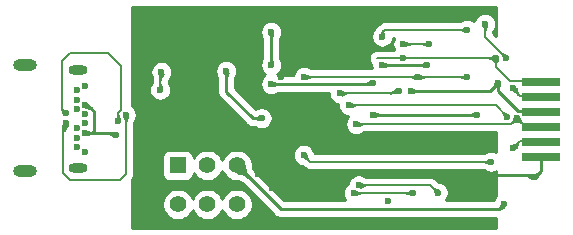
<source format=gbr>
G04 #@! TF.GenerationSoftware,KiCad,Pcbnew,(5.1.6)-1*
G04 #@! TF.CreationDate,2020-07-22T20:18:03-04:00*
G04 #@! TF.ProjectId,eflashy32,65666c61-7368-4793-9332-2e6b69636164,rev?*
G04 #@! TF.SameCoordinates,Original*
G04 #@! TF.FileFunction,Copper,L2,Bot*
G04 #@! TF.FilePolarity,Positive*
%FSLAX46Y46*%
G04 Gerber Fmt 4.6, Leading zero omitted, Abs format (unit mm)*
G04 Created by KiCad (PCBNEW (5.1.6)-1) date 2020-07-22 20:18:03*
%MOMM*%
%LPD*%
G01*
G04 APERTURE LIST*
G04 #@! TA.AperFunction,ComponentPad*
%ADD10C,0.600000*%
G04 #@! TD*
G04 #@! TA.AperFunction,ComponentPad*
%ADD11O,1.600000X0.800000*%
G04 #@! TD*
G04 #@! TA.AperFunction,ComponentPad*
%ADD12O,2.000000X1.000000*%
G04 #@! TD*
G04 #@! TA.AperFunction,SMDPad,CuDef*
%ADD13R,3.180000X0.635000*%
G04 #@! TD*
G04 #@! TA.AperFunction,ComponentPad*
%ADD14R,1.400000X1.400000*%
G04 #@! TD*
G04 #@! TA.AperFunction,ComponentPad*
%ADD15C,1.400000*%
G04 #@! TD*
G04 #@! TA.AperFunction,ViaPad*
%ADD16C,0.600000*%
G04 #@! TD*
G04 #@! TA.AperFunction,Conductor*
%ADD17C,0.250000*%
G04 #@! TD*
G04 #@! TA.AperFunction,Conductor*
%ADD18C,0.300000*%
G04 #@! TD*
G04 #@! TA.AperFunction,Conductor*
%ADD19C,0.152400*%
G04 #@! TD*
G04 #@! TA.AperFunction,Conductor*
%ADD20C,0.254000*%
G04 #@! TD*
G04 #@! TA.AperFunction,Conductor*
%ADD21C,0.025400*%
G04 #@! TD*
G04 APERTURE END LIST*
D10*
X86705000Y-41830000D03*
X86005000Y-41430000D03*
X86005000Y-40630000D03*
X86705000Y-40230000D03*
X86005000Y-39830000D03*
X86705000Y-39430000D03*
X86705000Y-38630000D03*
X86005000Y-38230000D03*
X86705000Y-37830000D03*
X86005000Y-37430000D03*
X86005000Y-36630000D03*
X86705000Y-36230000D03*
D11*
X86105000Y-34900000D03*
X86105000Y-43160000D03*
D12*
X81655000Y-34490000D03*
X81655000Y-43470000D03*
D13*
X125272000Y-38470000D03*
X125272000Y-35930000D03*
X125272000Y-37200000D03*
X125272000Y-39740000D03*
X125272000Y-41010000D03*
X125272000Y-42280000D03*
D14*
X94555000Y-42980000D03*
D15*
X97055000Y-42980000D03*
X99555000Y-42980000D03*
X94555000Y-46280000D03*
X97055000Y-46280000D03*
X99555000Y-46280000D03*
D16*
X99655000Y-36380000D03*
X96255000Y-41280000D03*
X101255000Y-37080000D03*
X112355000Y-45980000D03*
X102555000Y-44880000D03*
X101355000Y-43680000D03*
X98155000Y-31780000D03*
X102655000Y-41080000D03*
X103255000Y-35480000D03*
X106555000Y-31580000D03*
X124755000Y-43980000D03*
X121055000Y-43780000D03*
X114355000Y-40680000D03*
X118755000Y-40680000D03*
X93227726Y-38907274D03*
X91155000Y-41880000D03*
X91355000Y-35080000D03*
X107855000Y-47780000D03*
X107855000Y-30080000D03*
X115655000Y-34480000D03*
X111855000Y-34480000D03*
X109655000Y-39480000D03*
X123255002Y-38980000D03*
X109055000Y-37880000D03*
X122955000Y-41480000D03*
X122455000Y-38880000D03*
X114255000Y-36680000D03*
X121655002Y-35980000D03*
X122155001Y-46280000D03*
X113655000Y-32680000D03*
X115855000Y-32680000D03*
X108255000Y-36880000D03*
X113255000Y-36680000D03*
X102455000Y-34480000D03*
X102455000Y-31680000D03*
X119855000Y-38680000D03*
X111055000Y-38680000D03*
X111055000Y-36008600D03*
X102455000Y-36080000D03*
X101655000Y-38980000D03*
X98655000Y-34980000D03*
X109455000Y-45306044D03*
X114455000Y-45280000D03*
X109860109Y-44672001D03*
X116555000Y-45280000D03*
X89355000Y-40380000D03*
X113655000Y-33880000D03*
X121455000Y-33880000D03*
X122355000Y-33880000D03*
X120566399Y-31007400D03*
X122955000Y-36398600D03*
X114855000Y-35480000D03*
X119055000Y-35480000D03*
X105255014Y-35480000D03*
X119055000Y-31480000D03*
X111855000Y-32080000D03*
X105203526Y-42097158D03*
X121055000Y-42680000D03*
X85055000Y-38580000D03*
X89505000Y-39258600D03*
X85055000Y-39380000D03*
X90155000Y-38701400D03*
X93055000Y-36580000D03*
X93155000Y-35080000D03*
D17*
X102555000Y-44880000D02*
X101355000Y-43680000D01*
X125272000Y-42280000D02*
X125272000Y-43463000D01*
X125272000Y-43463000D02*
X124755000Y-43980000D01*
X124555000Y-43780000D02*
X124755000Y-43980000D01*
X121055000Y-43780000D02*
X124555000Y-43780000D01*
D18*
X93227726Y-38907274D02*
X92627487Y-39507513D01*
X96255000Y-41280000D02*
X92677487Y-41280000D01*
X92677487Y-41280000D02*
X92627487Y-41230000D01*
X92627487Y-39507513D02*
X92627487Y-41230000D01*
D17*
X111855000Y-34480000D02*
X115655000Y-34480000D01*
D19*
X125272000Y-39680000D02*
X123955002Y-39680000D01*
X123955002Y-39680000D02*
X123255002Y-38980000D01*
X109655000Y-39480000D02*
X122755002Y-39480000D01*
X122755002Y-39480000D02*
X123255002Y-38980000D01*
X125272000Y-40950000D02*
X123485000Y-40950000D01*
X123485000Y-40950000D02*
X122955000Y-41480000D01*
X109055000Y-37880000D02*
X121455000Y-37880000D01*
X121455000Y-37880000D02*
X122455000Y-38880000D01*
D17*
X120955002Y-36680000D02*
X121655002Y-35980000D01*
X114255000Y-36680000D02*
X120955002Y-36680000D01*
X123385000Y-38410000D02*
X125272000Y-38410000D01*
X121655002Y-35980000D02*
X121655002Y-36680002D01*
X121655002Y-36680002D02*
X123385000Y-38410000D01*
X103254999Y-46679999D02*
X121755002Y-46679999D01*
X99555000Y-42980000D02*
X103254999Y-46679999D01*
X121755002Y-46679999D02*
X122155001Y-46280000D01*
D19*
X113655000Y-32680000D02*
X115855000Y-32680000D01*
X108255000Y-36880000D02*
X113055000Y-36880000D01*
X113055000Y-36880000D02*
X113255000Y-36680000D01*
D17*
X102455000Y-34480000D02*
X102455000Y-31680000D01*
X119855000Y-38680000D02*
X111055000Y-38680000D01*
X110983600Y-36080000D02*
X102455000Y-36080000D01*
X111055000Y-36008600D02*
X110983600Y-36080000D01*
X101655000Y-38980000D02*
X100905000Y-38980000D01*
X98655000Y-36730000D02*
X98655000Y-34980000D01*
X100905000Y-38980000D02*
X98655000Y-36730000D01*
D19*
X114428956Y-45306044D02*
X114455000Y-45280000D01*
X109455000Y-45306044D02*
X114428956Y-45306044D01*
X109860109Y-44672001D02*
X115947001Y-44672001D01*
X115947001Y-44672001D02*
X116555000Y-45280000D01*
D17*
X86705000Y-37830000D02*
X86905000Y-37830000D01*
X86905000Y-37830000D02*
X87455000Y-38380000D01*
X87455000Y-38380000D02*
X87455000Y-40080000D01*
X87305000Y-40230000D02*
X86705000Y-40230000D01*
X87455000Y-40080000D02*
X87305000Y-40230000D01*
X86705000Y-40230000D02*
X89205000Y-40230000D01*
X89205000Y-40230000D02*
X89355000Y-40380000D01*
D19*
X111435000Y-33880000D02*
X121455000Y-33880000D01*
X122645000Y-35870000D02*
X125272000Y-35870000D01*
X121455000Y-33880000D02*
X121455000Y-34680000D01*
X121455000Y-34680000D02*
X122645000Y-35870000D01*
X122355000Y-33880000D02*
X120566399Y-32091399D01*
X120566399Y-32091399D02*
X120566399Y-31007400D01*
X122955000Y-36580000D02*
X122955000Y-36398600D01*
X125272000Y-37140000D02*
X123515000Y-37140000D01*
X123515000Y-37140000D02*
X122955000Y-36580000D01*
X114855000Y-35480000D02*
X119055000Y-35480000D01*
X114855000Y-35480000D02*
X105255014Y-35480000D01*
X111855000Y-31680000D02*
X111855000Y-32080000D01*
X112055000Y-31480000D02*
X111855000Y-31680000D01*
X119055000Y-31480000D02*
X112055000Y-31480000D01*
X105203526Y-42097158D02*
X105786368Y-42680000D01*
X105786368Y-42680000D02*
X121055000Y-42680000D01*
X89505000Y-38530000D02*
X89505000Y-39258600D01*
X89755000Y-38280000D02*
X89505000Y-38530000D01*
X89755000Y-34580000D02*
X89755000Y-38280000D01*
X84755000Y-38280000D02*
X84755000Y-34180000D01*
X88655000Y-33480000D02*
X89755000Y-34580000D01*
X85455000Y-33480000D02*
X88655000Y-33480000D01*
X85055000Y-38580000D02*
X84755000Y-38280000D01*
X84755000Y-34180000D02*
X85455000Y-33480000D01*
X84855000Y-39580000D02*
X84855000Y-43580000D01*
X89655000Y-44180000D02*
X90155000Y-43680000D01*
X84855000Y-43580000D02*
X85455000Y-44180000D01*
X85055000Y-39380000D02*
X84855000Y-39580000D01*
X85455000Y-44180000D02*
X89655000Y-44180000D01*
X90155000Y-43680000D02*
X90155000Y-38701400D01*
X93055000Y-36580000D02*
X93055000Y-35180000D01*
X93055000Y-35180000D02*
X93155000Y-35080000D01*
D20*
G36*
X121528000Y-32047213D02*
G01*
X121277599Y-31796812D01*
X121277599Y-31618490D01*
X121292661Y-31603428D01*
X121394985Y-31450289D01*
X121465467Y-31280129D01*
X121501399Y-31099489D01*
X121501399Y-30915311D01*
X121465467Y-30734671D01*
X121394985Y-30564511D01*
X121292661Y-30411372D01*
X121162427Y-30281138D01*
X121009288Y-30178814D01*
X120839128Y-30108332D01*
X120658488Y-30072400D01*
X120474310Y-30072400D01*
X120293670Y-30108332D01*
X120123510Y-30178814D01*
X119970371Y-30281138D01*
X119840137Y-30411372D01*
X119737813Y-30564511D01*
X119667331Y-30734671D01*
X119661463Y-30764173D01*
X119651028Y-30753738D01*
X119497889Y-30651414D01*
X119327729Y-30580932D01*
X119147089Y-30545000D01*
X118962911Y-30545000D01*
X118782271Y-30580932D01*
X118612111Y-30651414D01*
X118458972Y-30753738D01*
X118443910Y-30768800D01*
X112089928Y-30768800D01*
X112055000Y-30765360D01*
X112020071Y-30768800D01*
X112020064Y-30768800D01*
X111915580Y-30779091D01*
X111781519Y-30819758D01*
X111657967Y-30885798D01*
X111549673Y-30974673D01*
X111527402Y-31001810D01*
X111376810Y-31152403D01*
X111349673Y-31174674D01*
X111260798Y-31282968D01*
X111194758Y-31406520D01*
X111189780Y-31422930D01*
X111128738Y-31483972D01*
X111026414Y-31637111D01*
X110955932Y-31807271D01*
X110920000Y-31987911D01*
X110920000Y-32172089D01*
X110955932Y-32352729D01*
X111026414Y-32522889D01*
X111128738Y-32676028D01*
X111258972Y-32806262D01*
X111412111Y-32908586D01*
X111582271Y-32979068D01*
X111762911Y-33015000D01*
X111947089Y-33015000D01*
X112127729Y-32979068D01*
X112297889Y-32908586D01*
X112451028Y-32806262D01*
X112581262Y-32676028D01*
X112683586Y-32522889D01*
X112754068Y-32352729D01*
X112786199Y-32191200D01*
X112857091Y-32191200D01*
X112826414Y-32237111D01*
X112755932Y-32407271D01*
X112720000Y-32587911D01*
X112720000Y-32772089D01*
X112755932Y-32952729D01*
X112826414Y-33122889D01*
X112857091Y-33168800D01*
X111400064Y-33168800D01*
X111295580Y-33179091D01*
X111161519Y-33219758D01*
X111037967Y-33285798D01*
X110929673Y-33374673D01*
X110840798Y-33482967D01*
X110774758Y-33606519D01*
X110734091Y-33740580D01*
X110720359Y-33880000D01*
X110734091Y-34019420D01*
X110774758Y-34153481D01*
X110840798Y-34277033D01*
X110922301Y-34376344D01*
X110920000Y-34387911D01*
X110920000Y-34572089D01*
X110955932Y-34752729D01*
X110962589Y-34768800D01*
X105866104Y-34768800D01*
X105851042Y-34753738D01*
X105697903Y-34651414D01*
X105527743Y-34580932D01*
X105347103Y-34545000D01*
X105162925Y-34545000D01*
X104982285Y-34580932D01*
X104812125Y-34651414D01*
X104658986Y-34753738D01*
X104528752Y-34883972D01*
X104426428Y-35037111D01*
X104355946Y-35207271D01*
X104333523Y-35320000D01*
X103000535Y-35320000D01*
X102940671Y-35280000D01*
X103051028Y-35206262D01*
X103181262Y-35076028D01*
X103283586Y-34922889D01*
X103354068Y-34752729D01*
X103390000Y-34572089D01*
X103390000Y-34387911D01*
X103354068Y-34207271D01*
X103283586Y-34037111D01*
X103215000Y-33934465D01*
X103215000Y-32225535D01*
X103283586Y-32122889D01*
X103354068Y-31952729D01*
X103390000Y-31772089D01*
X103390000Y-31587911D01*
X103354068Y-31407271D01*
X103283586Y-31237111D01*
X103181262Y-31083972D01*
X103051028Y-30953738D01*
X102897889Y-30851414D01*
X102727729Y-30780932D01*
X102547089Y-30745000D01*
X102362911Y-30745000D01*
X102182271Y-30780932D01*
X102012111Y-30851414D01*
X101858972Y-30953738D01*
X101728738Y-31083972D01*
X101626414Y-31237111D01*
X101555932Y-31407271D01*
X101520000Y-31587911D01*
X101520000Y-31772089D01*
X101555932Y-31952729D01*
X101626414Y-32122889D01*
X101695001Y-32225537D01*
X101695000Y-33934464D01*
X101626414Y-34037111D01*
X101555932Y-34207271D01*
X101520000Y-34387911D01*
X101520000Y-34572089D01*
X101555932Y-34752729D01*
X101626414Y-34922889D01*
X101728738Y-35076028D01*
X101858972Y-35206262D01*
X101969329Y-35280000D01*
X101858972Y-35353738D01*
X101728738Y-35483972D01*
X101626414Y-35637111D01*
X101555932Y-35807271D01*
X101520000Y-35987911D01*
X101520000Y-36172089D01*
X101555932Y-36352729D01*
X101626414Y-36522889D01*
X101728738Y-36676028D01*
X101858972Y-36806262D01*
X102012111Y-36908586D01*
X102182271Y-36979068D01*
X102362911Y-37015000D01*
X102547089Y-37015000D01*
X102727729Y-36979068D01*
X102897889Y-36908586D01*
X103000535Y-36840000D01*
X107320000Y-36840000D01*
X107320000Y-36972089D01*
X107355932Y-37152729D01*
X107426414Y-37322889D01*
X107528738Y-37476028D01*
X107658972Y-37606262D01*
X107812111Y-37708586D01*
X107982271Y-37779068D01*
X108120000Y-37806464D01*
X108120000Y-37972089D01*
X108155932Y-38152729D01*
X108226414Y-38322889D01*
X108328738Y-38476028D01*
X108458972Y-38606262D01*
X108612111Y-38708586D01*
X108782271Y-38779068D01*
X108962911Y-38815000D01*
X108997710Y-38815000D01*
X108928738Y-38883972D01*
X108826414Y-39037111D01*
X108755932Y-39207271D01*
X108720000Y-39387911D01*
X108720000Y-39572089D01*
X108755932Y-39752729D01*
X108826414Y-39922889D01*
X108928738Y-40076028D01*
X109058972Y-40206262D01*
X109212111Y-40308586D01*
X109382271Y-40379068D01*
X109562911Y-40415000D01*
X109747089Y-40415000D01*
X109927729Y-40379068D01*
X110097889Y-40308586D01*
X110251028Y-40206262D01*
X110266090Y-40191200D01*
X121528000Y-40191200D01*
X121528000Y-41871533D01*
X121497889Y-41851414D01*
X121327729Y-41780932D01*
X121147089Y-41745000D01*
X120962911Y-41745000D01*
X120782271Y-41780932D01*
X120612111Y-41851414D01*
X120458972Y-41953738D01*
X120443910Y-41968800D01*
X106131312Y-41968800D01*
X106102594Y-41824429D01*
X106032112Y-41654269D01*
X105929788Y-41501130D01*
X105799554Y-41370896D01*
X105646415Y-41268572D01*
X105476255Y-41198090D01*
X105295615Y-41162158D01*
X105111437Y-41162158D01*
X104930797Y-41198090D01*
X104760637Y-41268572D01*
X104607498Y-41370896D01*
X104477264Y-41501130D01*
X104374940Y-41654269D01*
X104304458Y-41824429D01*
X104268526Y-42005069D01*
X104268526Y-42189247D01*
X104304458Y-42369887D01*
X104374940Y-42540047D01*
X104477264Y-42693186D01*
X104607498Y-42823420D01*
X104760637Y-42925744D01*
X104930797Y-42996226D01*
X105111437Y-43032158D01*
X105132738Y-43032158D01*
X105258770Y-43158190D01*
X105281041Y-43185327D01*
X105389335Y-43274202D01*
X105512887Y-43340242D01*
X105646948Y-43380909D01*
X105751432Y-43391200D01*
X105751441Y-43391200D01*
X105786367Y-43394640D01*
X105821293Y-43391200D01*
X120443910Y-43391200D01*
X120458972Y-43406262D01*
X120612111Y-43508586D01*
X120782271Y-43579068D01*
X120962911Y-43615000D01*
X121147089Y-43615000D01*
X121327729Y-43579068D01*
X121497889Y-43508586D01*
X121528000Y-43488467D01*
X121528000Y-45584711D01*
X121428739Y-45683972D01*
X121326415Y-45837111D01*
X121292082Y-45919999D01*
X117237291Y-45919999D01*
X117281262Y-45876028D01*
X117383586Y-45722889D01*
X117454068Y-45552729D01*
X117490000Y-45372089D01*
X117490000Y-45187911D01*
X117454068Y-45007271D01*
X117383586Y-44837111D01*
X117281262Y-44683972D01*
X117151028Y-44553738D01*
X116997889Y-44451414D01*
X116827729Y-44380932D01*
X116647089Y-44345000D01*
X116625788Y-44345000D01*
X116474602Y-44193815D01*
X116452328Y-44166674D01*
X116344034Y-44077799D01*
X116220482Y-44011759D01*
X116086421Y-43971092D01*
X115981937Y-43960801D01*
X115981927Y-43960801D01*
X115947001Y-43957361D01*
X115912075Y-43960801D01*
X110471199Y-43960801D01*
X110456137Y-43945739D01*
X110302998Y-43843415D01*
X110132838Y-43772933D01*
X109952198Y-43737001D01*
X109768020Y-43737001D01*
X109587380Y-43772933D01*
X109417220Y-43843415D01*
X109264081Y-43945739D01*
X109133847Y-44075973D01*
X109031523Y-44229112D01*
X108961041Y-44399272D01*
X108935277Y-44528797D01*
X108858972Y-44579782D01*
X108728738Y-44710016D01*
X108626414Y-44863155D01*
X108555932Y-45033315D01*
X108520000Y-45213955D01*
X108520000Y-45398133D01*
X108555932Y-45578773D01*
X108626414Y-45748933D01*
X108728738Y-45902072D01*
X108746665Y-45919999D01*
X103569801Y-45919999D01*
X101068121Y-43418320D01*
X101068313Y-43418154D01*
X101017112Y-43359050D01*
X100986542Y-43317888D01*
X100961469Y-43277910D01*
X100941065Y-43238595D01*
X100924589Y-43199124D01*
X100911519Y-43158520D01*
X100901625Y-43115856D01*
X100894885Y-43069980D01*
X100890000Y-42996625D01*
X100890000Y-42848514D01*
X100838696Y-42590595D01*
X100738061Y-42347641D01*
X100591962Y-42128987D01*
X100406013Y-41943038D01*
X100187359Y-41796939D01*
X99944405Y-41696304D01*
X99686486Y-41645000D01*
X99423514Y-41645000D01*
X99165595Y-41696304D01*
X98922641Y-41796939D01*
X98703987Y-41943038D01*
X98518038Y-42128987D01*
X98371939Y-42347641D01*
X98305000Y-42509246D01*
X98238061Y-42347641D01*
X98091962Y-42128987D01*
X97906013Y-41943038D01*
X97687359Y-41796939D01*
X97444405Y-41696304D01*
X97186486Y-41645000D01*
X96923514Y-41645000D01*
X96665595Y-41696304D01*
X96422641Y-41796939D01*
X96203987Y-41943038D01*
X96018038Y-42128987D01*
X95893072Y-42316013D01*
X95893072Y-42280000D01*
X95880812Y-42155518D01*
X95844502Y-42035820D01*
X95785537Y-41925506D01*
X95706185Y-41828815D01*
X95609494Y-41749463D01*
X95499180Y-41690498D01*
X95379482Y-41654188D01*
X95255000Y-41641928D01*
X93855000Y-41641928D01*
X93730518Y-41654188D01*
X93610820Y-41690498D01*
X93500506Y-41749463D01*
X93403815Y-41828815D01*
X93324463Y-41925506D01*
X93265498Y-42035820D01*
X93229188Y-42155518D01*
X93216928Y-42280000D01*
X93216928Y-43680000D01*
X93229188Y-43804482D01*
X93265498Y-43924180D01*
X93324463Y-44034494D01*
X93403815Y-44131185D01*
X93500506Y-44210537D01*
X93610820Y-44269502D01*
X93730518Y-44305812D01*
X93855000Y-44318072D01*
X95255000Y-44318072D01*
X95379482Y-44305812D01*
X95499180Y-44269502D01*
X95609494Y-44210537D01*
X95706185Y-44131185D01*
X95785537Y-44034494D01*
X95844502Y-43924180D01*
X95880812Y-43804482D01*
X95893072Y-43680000D01*
X95893072Y-43643987D01*
X96018038Y-43831013D01*
X96203987Y-44016962D01*
X96422641Y-44163061D01*
X96665595Y-44263696D01*
X96923514Y-44315000D01*
X97186486Y-44315000D01*
X97444405Y-44263696D01*
X97687359Y-44163061D01*
X97906013Y-44016962D01*
X98091962Y-43831013D01*
X98238061Y-43612359D01*
X98305000Y-43450754D01*
X98371939Y-43612359D01*
X98518038Y-43831013D01*
X98703987Y-44016962D01*
X98922641Y-44163061D01*
X99165595Y-44263696D01*
X99423514Y-44315000D01*
X99571625Y-44315000D01*
X99644980Y-44319885D01*
X99690856Y-44326625D01*
X99733520Y-44336519D01*
X99774129Y-44349591D01*
X99813591Y-44366063D01*
X99852907Y-44386467D01*
X99892891Y-44411543D01*
X99934051Y-44442112D01*
X99993154Y-44493313D01*
X99993320Y-44493121D01*
X102691200Y-47191002D01*
X102714998Y-47220000D01*
X102830723Y-47314973D01*
X102962752Y-47385545D01*
X103106013Y-47429002D01*
X103217666Y-47439999D01*
X103217674Y-47439999D01*
X103254999Y-47443675D01*
X103292324Y-47439999D01*
X121528000Y-47439999D01*
X121528000Y-48270000D01*
X90682000Y-48270000D01*
X90682000Y-46148514D01*
X93220000Y-46148514D01*
X93220000Y-46411486D01*
X93271304Y-46669405D01*
X93371939Y-46912359D01*
X93518038Y-47131013D01*
X93703987Y-47316962D01*
X93922641Y-47463061D01*
X94165595Y-47563696D01*
X94423514Y-47615000D01*
X94686486Y-47615000D01*
X94944405Y-47563696D01*
X95187359Y-47463061D01*
X95406013Y-47316962D01*
X95591962Y-47131013D01*
X95738061Y-46912359D01*
X95805000Y-46750754D01*
X95871939Y-46912359D01*
X96018038Y-47131013D01*
X96203987Y-47316962D01*
X96422641Y-47463061D01*
X96665595Y-47563696D01*
X96923514Y-47615000D01*
X97186486Y-47615000D01*
X97444405Y-47563696D01*
X97687359Y-47463061D01*
X97906013Y-47316962D01*
X98091962Y-47131013D01*
X98238061Y-46912359D01*
X98305000Y-46750754D01*
X98371939Y-46912359D01*
X98518038Y-47131013D01*
X98703987Y-47316962D01*
X98922641Y-47463061D01*
X99165595Y-47563696D01*
X99423514Y-47615000D01*
X99686486Y-47615000D01*
X99944405Y-47563696D01*
X100187359Y-47463061D01*
X100406013Y-47316962D01*
X100591962Y-47131013D01*
X100738061Y-46912359D01*
X100838696Y-46669405D01*
X100890000Y-46411486D01*
X100890000Y-46148514D01*
X100838696Y-45890595D01*
X100738061Y-45647641D01*
X100591962Y-45428987D01*
X100406013Y-45243038D01*
X100187359Y-45096939D01*
X99944405Y-44996304D01*
X99686486Y-44945000D01*
X99423514Y-44945000D01*
X99165595Y-44996304D01*
X98922641Y-45096939D01*
X98703987Y-45243038D01*
X98518038Y-45428987D01*
X98371939Y-45647641D01*
X98305000Y-45809246D01*
X98238061Y-45647641D01*
X98091962Y-45428987D01*
X97906013Y-45243038D01*
X97687359Y-45096939D01*
X97444405Y-44996304D01*
X97186486Y-44945000D01*
X96923514Y-44945000D01*
X96665595Y-44996304D01*
X96422641Y-45096939D01*
X96203987Y-45243038D01*
X96018038Y-45428987D01*
X95871939Y-45647641D01*
X95805000Y-45809246D01*
X95738061Y-45647641D01*
X95591962Y-45428987D01*
X95406013Y-45243038D01*
X95187359Y-45096939D01*
X94944405Y-44996304D01*
X94686486Y-44945000D01*
X94423514Y-44945000D01*
X94165595Y-44996304D01*
X93922641Y-45096939D01*
X93703987Y-45243038D01*
X93518038Y-45428987D01*
X93371939Y-45647641D01*
X93271304Y-45890595D01*
X93220000Y-46148514D01*
X90682000Y-46148514D01*
X90682000Y-44158918D01*
X90682593Y-44158195D01*
X90682597Y-44158191D01*
X90749202Y-44077033D01*
X90815242Y-43953482D01*
X90855909Y-43819420D01*
X90859499Y-43782968D01*
X90866200Y-43714936D01*
X90866200Y-43714929D01*
X90869640Y-43680000D01*
X90866200Y-43645072D01*
X90866200Y-39312490D01*
X90881262Y-39297428D01*
X90983586Y-39144289D01*
X91054068Y-38974129D01*
X91090000Y-38793489D01*
X91090000Y-38609311D01*
X91054068Y-38428671D01*
X90983586Y-38258511D01*
X90881262Y-38105372D01*
X90751028Y-37975138D01*
X90682000Y-37929015D01*
X90682000Y-36487911D01*
X92120000Y-36487911D01*
X92120000Y-36672089D01*
X92155932Y-36852729D01*
X92226414Y-37022889D01*
X92328738Y-37176028D01*
X92458972Y-37306262D01*
X92612111Y-37408586D01*
X92782271Y-37479068D01*
X92962911Y-37515000D01*
X93147089Y-37515000D01*
X93327729Y-37479068D01*
X93497889Y-37408586D01*
X93651028Y-37306262D01*
X93781262Y-37176028D01*
X93883586Y-37022889D01*
X93954068Y-36852729D01*
X93990000Y-36672089D01*
X93990000Y-36487911D01*
X93954068Y-36307271D01*
X93883586Y-36137111D01*
X93781262Y-35983972D01*
X93766200Y-35968910D01*
X93766200Y-35835983D01*
X93767520Y-35832745D01*
X93780087Y-35804737D01*
X93791424Y-35781857D01*
X93801123Y-35764207D01*
X93808680Y-35751870D01*
X93813532Y-35744808D01*
X93815025Y-35742885D01*
X93819824Y-35737466D01*
X93881262Y-35676028D01*
X93983586Y-35522889D01*
X94054068Y-35352729D01*
X94090000Y-35172089D01*
X94090000Y-34987911D01*
X94070109Y-34887911D01*
X97720000Y-34887911D01*
X97720000Y-35072089D01*
X97755932Y-35252729D01*
X97826414Y-35422889D01*
X97895001Y-35525536D01*
X97895000Y-36692677D01*
X97891324Y-36730000D01*
X97895000Y-36767322D01*
X97895000Y-36767332D01*
X97905997Y-36878985D01*
X97940661Y-36993259D01*
X97949454Y-37022246D01*
X98020026Y-37154276D01*
X98049219Y-37189847D01*
X98114999Y-37270001D01*
X98144003Y-37293804D01*
X100341201Y-39491003D01*
X100364999Y-39520001D01*
X100393997Y-39543799D01*
X100480724Y-39614974D01*
X100612753Y-39685546D01*
X100756014Y-39729003D01*
X100905000Y-39743677D01*
X100942333Y-39740000D01*
X101109465Y-39740000D01*
X101212111Y-39808586D01*
X101382271Y-39879068D01*
X101562911Y-39915000D01*
X101747089Y-39915000D01*
X101927729Y-39879068D01*
X102097889Y-39808586D01*
X102251028Y-39706262D01*
X102381262Y-39576028D01*
X102483586Y-39422889D01*
X102554068Y-39252729D01*
X102590000Y-39072089D01*
X102590000Y-38887911D01*
X102554068Y-38707271D01*
X102483586Y-38537111D01*
X102381262Y-38383972D01*
X102251028Y-38253738D01*
X102097889Y-38151414D01*
X101927729Y-38080932D01*
X101747089Y-38045000D01*
X101562911Y-38045000D01*
X101382271Y-38080932D01*
X101212111Y-38151414D01*
X101175607Y-38175805D01*
X99415000Y-36415199D01*
X99415000Y-35525535D01*
X99483586Y-35422889D01*
X99554068Y-35252729D01*
X99590000Y-35072089D01*
X99590000Y-34887911D01*
X99554068Y-34707271D01*
X99483586Y-34537111D01*
X99381262Y-34383972D01*
X99251028Y-34253738D01*
X99097889Y-34151414D01*
X98927729Y-34080932D01*
X98747089Y-34045000D01*
X98562911Y-34045000D01*
X98382271Y-34080932D01*
X98212111Y-34151414D01*
X98058972Y-34253738D01*
X97928738Y-34383972D01*
X97826414Y-34537111D01*
X97755932Y-34707271D01*
X97720000Y-34887911D01*
X94070109Y-34887911D01*
X94054068Y-34807271D01*
X93983586Y-34637111D01*
X93881262Y-34483972D01*
X93751028Y-34353738D01*
X93597889Y-34251414D01*
X93427729Y-34180932D01*
X93247089Y-34145000D01*
X93062911Y-34145000D01*
X92882271Y-34180932D01*
X92712111Y-34251414D01*
X92558972Y-34353738D01*
X92428738Y-34483972D01*
X92326414Y-34637111D01*
X92255932Y-34807271D01*
X92220000Y-34987911D01*
X92220000Y-35172089D01*
X92255932Y-35352729D01*
X92326414Y-35522889D01*
X92343801Y-35548910D01*
X92343800Y-35968910D01*
X92328738Y-35983972D01*
X92226414Y-36137111D01*
X92155932Y-36307271D01*
X92120000Y-36487911D01*
X90682000Y-36487911D01*
X90682000Y-29590000D01*
X121528000Y-29590000D01*
X121528000Y-32047213D01*
G37*
X121528000Y-32047213D02*
X121277599Y-31796812D01*
X121277599Y-31618490D01*
X121292661Y-31603428D01*
X121394985Y-31450289D01*
X121465467Y-31280129D01*
X121501399Y-31099489D01*
X121501399Y-30915311D01*
X121465467Y-30734671D01*
X121394985Y-30564511D01*
X121292661Y-30411372D01*
X121162427Y-30281138D01*
X121009288Y-30178814D01*
X120839128Y-30108332D01*
X120658488Y-30072400D01*
X120474310Y-30072400D01*
X120293670Y-30108332D01*
X120123510Y-30178814D01*
X119970371Y-30281138D01*
X119840137Y-30411372D01*
X119737813Y-30564511D01*
X119667331Y-30734671D01*
X119661463Y-30764173D01*
X119651028Y-30753738D01*
X119497889Y-30651414D01*
X119327729Y-30580932D01*
X119147089Y-30545000D01*
X118962911Y-30545000D01*
X118782271Y-30580932D01*
X118612111Y-30651414D01*
X118458972Y-30753738D01*
X118443910Y-30768800D01*
X112089928Y-30768800D01*
X112055000Y-30765360D01*
X112020071Y-30768800D01*
X112020064Y-30768800D01*
X111915580Y-30779091D01*
X111781519Y-30819758D01*
X111657967Y-30885798D01*
X111549673Y-30974673D01*
X111527402Y-31001810D01*
X111376810Y-31152403D01*
X111349673Y-31174674D01*
X111260798Y-31282968D01*
X111194758Y-31406520D01*
X111189780Y-31422930D01*
X111128738Y-31483972D01*
X111026414Y-31637111D01*
X110955932Y-31807271D01*
X110920000Y-31987911D01*
X110920000Y-32172089D01*
X110955932Y-32352729D01*
X111026414Y-32522889D01*
X111128738Y-32676028D01*
X111258972Y-32806262D01*
X111412111Y-32908586D01*
X111582271Y-32979068D01*
X111762911Y-33015000D01*
X111947089Y-33015000D01*
X112127729Y-32979068D01*
X112297889Y-32908586D01*
X112451028Y-32806262D01*
X112581262Y-32676028D01*
X112683586Y-32522889D01*
X112754068Y-32352729D01*
X112786199Y-32191200D01*
X112857091Y-32191200D01*
X112826414Y-32237111D01*
X112755932Y-32407271D01*
X112720000Y-32587911D01*
X112720000Y-32772089D01*
X112755932Y-32952729D01*
X112826414Y-33122889D01*
X112857091Y-33168800D01*
X111400064Y-33168800D01*
X111295580Y-33179091D01*
X111161519Y-33219758D01*
X111037967Y-33285798D01*
X110929673Y-33374673D01*
X110840798Y-33482967D01*
X110774758Y-33606519D01*
X110734091Y-33740580D01*
X110720359Y-33880000D01*
X110734091Y-34019420D01*
X110774758Y-34153481D01*
X110840798Y-34277033D01*
X110922301Y-34376344D01*
X110920000Y-34387911D01*
X110920000Y-34572089D01*
X110955932Y-34752729D01*
X110962589Y-34768800D01*
X105866104Y-34768800D01*
X105851042Y-34753738D01*
X105697903Y-34651414D01*
X105527743Y-34580932D01*
X105347103Y-34545000D01*
X105162925Y-34545000D01*
X104982285Y-34580932D01*
X104812125Y-34651414D01*
X104658986Y-34753738D01*
X104528752Y-34883972D01*
X104426428Y-35037111D01*
X104355946Y-35207271D01*
X104333523Y-35320000D01*
X103000535Y-35320000D01*
X102940671Y-35280000D01*
X103051028Y-35206262D01*
X103181262Y-35076028D01*
X103283586Y-34922889D01*
X103354068Y-34752729D01*
X103390000Y-34572089D01*
X103390000Y-34387911D01*
X103354068Y-34207271D01*
X103283586Y-34037111D01*
X103215000Y-33934465D01*
X103215000Y-32225535D01*
X103283586Y-32122889D01*
X103354068Y-31952729D01*
X103390000Y-31772089D01*
X103390000Y-31587911D01*
X103354068Y-31407271D01*
X103283586Y-31237111D01*
X103181262Y-31083972D01*
X103051028Y-30953738D01*
X102897889Y-30851414D01*
X102727729Y-30780932D01*
X102547089Y-30745000D01*
X102362911Y-30745000D01*
X102182271Y-30780932D01*
X102012111Y-30851414D01*
X101858972Y-30953738D01*
X101728738Y-31083972D01*
X101626414Y-31237111D01*
X101555932Y-31407271D01*
X101520000Y-31587911D01*
X101520000Y-31772089D01*
X101555932Y-31952729D01*
X101626414Y-32122889D01*
X101695001Y-32225537D01*
X101695000Y-33934464D01*
X101626414Y-34037111D01*
X101555932Y-34207271D01*
X101520000Y-34387911D01*
X101520000Y-34572089D01*
X101555932Y-34752729D01*
X101626414Y-34922889D01*
X101728738Y-35076028D01*
X101858972Y-35206262D01*
X101969329Y-35280000D01*
X101858972Y-35353738D01*
X101728738Y-35483972D01*
X101626414Y-35637111D01*
X101555932Y-35807271D01*
X101520000Y-35987911D01*
X101520000Y-36172089D01*
X101555932Y-36352729D01*
X101626414Y-36522889D01*
X101728738Y-36676028D01*
X101858972Y-36806262D01*
X102012111Y-36908586D01*
X102182271Y-36979068D01*
X102362911Y-37015000D01*
X102547089Y-37015000D01*
X102727729Y-36979068D01*
X102897889Y-36908586D01*
X103000535Y-36840000D01*
X107320000Y-36840000D01*
X107320000Y-36972089D01*
X107355932Y-37152729D01*
X107426414Y-37322889D01*
X107528738Y-37476028D01*
X107658972Y-37606262D01*
X107812111Y-37708586D01*
X107982271Y-37779068D01*
X108120000Y-37806464D01*
X108120000Y-37972089D01*
X108155932Y-38152729D01*
X108226414Y-38322889D01*
X108328738Y-38476028D01*
X108458972Y-38606262D01*
X108612111Y-38708586D01*
X108782271Y-38779068D01*
X108962911Y-38815000D01*
X108997710Y-38815000D01*
X108928738Y-38883972D01*
X108826414Y-39037111D01*
X108755932Y-39207271D01*
X108720000Y-39387911D01*
X108720000Y-39572089D01*
X108755932Y-39752729D01*
X108826414Y-39922889D01*
X108928738Y-40076028D01*
X109058972Y-40206262D01*
X109212111Y-40308586D01*
X109382271Y-40379068D01*
X109562911Y-40415000D01*
X109747089Y-40415000D01*
X109927729Y-40379068D01*
X110097889Y-40308586D01*
X110251028Y-40206262D01*
X110266090Y-40191200D01*
X121528000Y-40191200D01*
X121528000Y-41871533D01*
X121497889Y-41851414D01*
X121327729Y-41780932D01*
X121147089Y-41745000D01*
X120962911Y-41745000D01*
X120782271Y-41780932D01*
X120612111Y-41851414D01*
X120458972Y-41953738D01*
X120443910Y-41968800D01*
X106131312Y-41968800D01*
X106102594Y-41824429D01*
X106032112Y-41654269D01*
X105929788Y-41501130D01*
X105799554Y-41370896D01*
X105646415Y-41268572D01*
X105476255Y-41198090D01*
X105295615Y-41162158D01*
X105111437Y-41162158D01*
X104930797Y-41198090D01*
X104760637Y-41268572D01*
X104607498Y-41370896D01*
X104477264Y-41501130D01*
X104374940Y-41654269D01*
X104304458Y-41824429D01*
X104268526Y-42005069D01*
X104268526Y-42189247D01*
X104304458Y-42369887D01*
X104374940Y-42540047D01*
X104477264Y-42693186D01*
X104607498Y-42823420D01*
X104760637Y-42925744D01*
X104930797Y-42996226D01*
X105111437Y-43032158D01*
X105132738Y-43032158D01*
X105258770Y-43158190D01*
X105281041Y-43185327D01*
X105389335Y-43274202D01*
X105512887Y-43340242D01*
X105646948Y-43380909D01*
X105751432Y-43391200D01*
X105751441Y-43391200D01*
X105786367Y-43394640D01*
X105821293Y-43391200D01*
X120443910Y-43391200D01*
X120458972Y-43406262D01*
X120612111Y-43508586D01*
X120782271Y-43579068D01*
X120962911Y-43615000D01*
X121147089Y-43615000D01*
X121327729Y-43579068D01*
X121497889Y-43508586D01*
X121528000Y-43488467D01*
X121528000Y-45584711D01*
X121428739Y-45683972D01*
X121326415Y-45837111D01*
X121292082Y-45919999D01*
X117237291Y-45919999D01*
X117281262Y-45876028D01*
X117383586Y-45722889D01*
X117454068Y-45552729D01*
X117490000Y-45372089D01*
X117490000Y-45187911D01*
X117454068Y-45007271D01*
X117383586Y-44837111D01*
X117281262Y-44683972D01*
X117151028Y-44553738D01*
X116997889Y-44451414D01*
X116827729Y-44380932D01*
X116647089Y-44345000D01*
X116625788Y-44345000D01*
X116474602Y-44193815D01*
X116452328Y-44166674D01*
X116344034Y-44077799D01*
X116220482Y-44011759D01*
X116086421Y-43971092D01*
X115981937Y-43960801D01*
X115981927Y-43960801D01*
X115947001Y-43957361D01*
X115912075Y-43960801D01*
X110471199Y-43960801D01*
X110456137Y-43945739D01*
X110302998Y-43843415D01*
X110132838Y-43772933D01*
X109952198Y-43737001D01*
X109768020Y-43737001D01*
X109587380Y-43772933D01*
X109417220Y-43843415D01*
X109264081Y-43945739D01*
X109133847Y-44075973D01*
X109031523Y-44229112D01*
X108961041Y-44399272D01*
X108935277Y-44528797D01*
X108858972Y-44579782D01*
X108728738Y-44710016D01*
X108626414Y-44863155D01*
X108555932Y-45033315D01*
X108520000Y-45213955D01*
X108520000Y-45398133D01*
X108555932Y-45578773D01*
X108626414Y-45748933D01*
X108728738Y-45902072D01*
X108746665Y-45919999D01*
X103569801Y-45919999D01*
X101068121Y-43418320D01*
X101068313Y-43418154D01*
X101017112Y-43359050D01*
X100986542Y-43317888D01*
X100961469Y-43277910D01*
X100941065Y-43238595D01*
X100924589Y-43199124D01*
X100911519Y-43158520D01*
X100901625Y-43115856D01*
X100894885Y-43069980D01*
X100890000Y-42996625D01*
X100890000Y-42848514D01*
X100838696Y-42590595D01*
X100738061Y-42347641D01*
X100591962Y-42128987D01*
X100406013Y-41943038D01*
X100187359Y-41796939D01*
X99944405Y-41696304D01*
X99686486Y-41645000D01*
X99423514Y-41645000D01*
X99165595Y-41696304D01*
X98922641Y-41796939D01*
X98703987Y-41943038D01*
X98518038Y-42128987D01*
X98371939Y-42347641D01*
X98305000Y-42509246D01*
X98238061Y-42347641D01*
X98091962Y-42128987D01*
X97906013Y-41943038D01*
X97687359Y-41796939D01*
X97444405Y-41696304D01*
X97186486Y-41645000D01*
X96923514Y-41645000D01*
X96665595Y-41696304D01*
X96422641Y-41796939D01*
X96203987Y-41943038D01*
X96018038Y-42128987D01*
X95893072Y-42316013D01*
X95893072Y-42280000D01*
X95880812Y-42155518D01*
X95844502Y-42035820D01*
X95785537Y-41925506D01*
X95706185Y-41828815D01*
X95609494Y-41749463D01*
X95499180Y-41690498D01*
X95379482Y-41654188D01*
X95255000Y-41641928D01*
X93855000Y-41641928D01*
X93730518Y-41654188D01*
X93610820Y-41690498D01*
X93500506Y-41749463D01*
X93403815Y-41828815D01*
X93324463Y-41925506D01*
X93265498Y-42035820D01*
X93229188Y-42155518D01*
X93216928Y-42280000D01*
X93216928Y-43680000D01*
X93229188Y-43804482D01*
X93265498Y-43924180D01*
X93324463Y-44034494D01*
X93403815Y-44131185D01*
X93500506Y-44210537D01*
X93610820Y-44269502D01*
X93730518Y-44305812D01*
X93855000Y-44318072D01*
X95255000Y-44318072D01*
X95379482Y-44305812D01*
X95499180Y-44269502D01*
X95609494Y-44210537D01*
X95706185Y-44131185D01*
X95785537Y-44034494D01*
X95844502Y-43924180D01*
X95880812Y-43804482D01*
X95893072Y-43680000D01*
X95893072Y-43643987D01*
X96018038Y-43831013D01*
X96203987Y-44016962D01*
X96422641Y-44163061D01*
X96665595Y-44263696D01*
X96923514Y-44315000D01*
X97186486Y-44315000D01*
X97444405Y-44263696D01*
X97687359Y-44163061D01*
X97906013Y-44016962D01*
X98091962Y-43831013D01*
X98238061Y-43612359D01*
X98305000Y-43450754D01*
X98371939Y-43612359D01*
X98518038Y-43831013D01*
X98703987Y-44016962D01*
X98922641Y-44163061D01*
X99165595Y-44263696D01*
X99423514Y-44315000D01*
X99571625Y-44315000D01*
X99644980Y-44319885D01*
X99690856Y-44326625D01*
X99733520Y-44336519D01*
X99774129Y-44349591D01*
X99813591Y-44366063D01*
X99852907Y-44386467D01*
X99892891Y-44411543D01*
X99934051Y-44442112D01*
X99993154Y-44493313D01*
X99993320Y-44493121D01*
X102691200Y-47191002D01*
X102714998Y-47220000D01*
X102830723Y-47314973D01*
X102962752Y-47385545D01*
X103106013Y-47429002D01*
X103217666Y-47439999D01*
X103217674Y-47439999D01*
X103254999Y-47443675D01*
X103292324Y-47439999D01*
X121528000Y-47439999D01*
X121528000Y-48270000D01*
X90682000Y-48270000D01*
X90682000Y-46148514D01*
X93220000Y-46148514D01*
X93220000Y-46411486D01*
X93271304Y-46669405D01*
X93371939Y-46912359D01*
X93518038Y-47131013D01*
X93703987Y-47316962D01*
X93922641Y-47463061D01*
X94165595Y-47563696D01*
X94423514Y-47615000D01*
X94686486Y-47615000D01*
X94944405Y-47563696D01*
X95187359Y-47463061D01*
X95406013Y-47316962D01*
X95591962Y-47131013D01*
X95738061Y-46912359D01*
X95805000Y-46750754D01*
X95871939Y-46912359D01*
X96018038Y-47131013D01*
X96203987Y-47316962D01*
X96422641Y-47463061D01*
X96665595Y-47563696D01*
X96923514Y-47615000D01*
X97186486Y-47615000D01*
X97444405Y-47563696D01*
X97687359Y-47463061D01*
X97906013Y-47316962D01*
X98091962Y-47131013D01*
X98238061Y-46912359D01*
X98305000Y-46750754D01*
X98371939Y-46912359D01*
X98518038Y-47131013D01*
X98703987Y-47316962D01*
X98922641Y-47463061D01*
X99165595Y-47563696D01*
X99423514Y-47615000D01*
X99686486Y-47615000D01*
X99944405Y-47563696D01*
X100187359Y-47463061D01*
X100406013Y-47316962D01*
X100591962Y-47131013D01*
X100738061Y-46912359D01*
X100838696Y-46669405D01*
X100890000Y-46411486D01*
X100890000Y-46148514D01*
X100838696Y-45890595D01*
X100738061Y-45647641D01*
X100591962Y-45428987D01*
X100406013Y-45243038D01*
X100187359Y-45096939D01*
X99944405Y-44996304D01*
X99686486Y-44945000D01*
X99423514Y-44945000D01*
X99165595Y-44996304D01*
X98922641Y-45096939D01*
X98703987Y-45243038D01*
X98518038Y-45428987D01*
X98371939Y-45647641D01*
X98305000Y-45809246D01*
X98238061Y-45647641D01*
X98091962Y-45428987D01*
X97906013Y-45243038D01*
X97687359Y-45096939D01*
X97444405Y-44996304D01*
X97186486Y-44945000D01*
X96923514Y-44945000D01*
X96665595Y-44996304D01*
X96422641Y-45096939D01*
X96203987Y-45243038D01*
X96018038Y-45428987D01*
X95871939Y-45647641D01*
X95805000Y-45809246D01*
X95738061Y-45647641D01*
X95591962Y-45428987D01*
X95406013Y-45243038D01*
X95187359Y-45096939D01*
X94944405Y-44996304D01*
X94686486Y-44945000D01*
X94423514Y-44945000D01*
X94165595Y-44996304D01*
X93922641Y-45096939D01*
X93703987Y-45243038D01*
X93518038Y-45428987D01*
X93371939Y-45647641D01*
X93271304Y-45890595D01*
X93220000Y-46148514D01*
X90682000Y-46148514D01*
X90682000Y-44158918D01*
X90682593Y-44158195D01*
X90682597Y-44158191D01*
X90749202Y-44077033D01*
X90815242Y-43953482D01*
X90855909Y-43819420D01*
X90859499Y-43782968D01*
X90866200Y-43714936D01*
X90866200Y-43714929D01*
X90869640Y-43680000D01*
X90866200Y-43645072D01*
X90866200Y-39312490D01*
X90881262Y-39297428D01*
X90983586Y-39144289D01*
X91054068Y-38974129D01*
X91090000Y-38793489D01*
X91090000Y-38609311D01*
X91054068Y-38428671D01*
X90983586Y-38258511D01*
X90881262Y-38105372D01*
X90751028Y-37975138D01*
X90682000Y-37929015D01*
X90682000Y-36487911D01*
X92120000Y-36487911D01*
X92120000Y-36672089D01*
X92155932Y-36852729D01*
X92226414Y-37022889D01*
X92328738Y-37176028D01*
X92458972Y-37306262D01*
X92612111Y-37408586D01*
X92782271Y-37479068D01*
X92962911Y-37515000D01*
X93147089Y-37515000D01*
X93327729Y-37479068D01*
X93497889Y-37408586D01*
X93651028Y-37306262D01*
X93781262Y-37176028D01*
X93883586Y-37022889D01*
X93954068Y-36852729D01*
X93990000Y-36672089D01*
X93990000Y-36487911D01*
X93954068Y-36307271D01*
X93883586Y-36137111D01*
X93781262Y-35983972D01*
X93766200Y-35968910D01*
X93766200Y-35835983D01*
X93767520Y-35832745D01*
X93780087Y-35804737D01*
X93791424Y-35781857D01*
X93801123Y-35764207D01*
X93808680Y-35751870D01*
X93813532Y-35744808D01*
X93815025Y-35742885D01*
X93819824Y-35737466D01*
X93881262Y-35676028D01*
X93983586Y-35522889D01*
X94054068Y-35352729D01*
X94090000Y-35172089D01*
X94090000Y-34987911D01*
X94070109Y-34887911D01*
X97720000Y-34887911D01*
X97720000Y-35072089D01*
X97755932Y-35252729D01*
X97826414Y-35422889D01*
X97895001Y-35525536D01*
X97895000Y-36692677D01*
X97891324Y-36730000D01*
X97895000Y-36767322D01*
X97895000Y-36767332D01*
X97905997Y-36878985D01*
X97940661Y-36993259D01*
X97949454Y-37022246D01*
X98020026Y-37154276D01*
X98049219Y-37189847D01*
X98114999Y-37270001D01*
X98144003Y-37293804D01*
X100341201Y-39491003D01*
X100364999Y-39520001D01*
X100393997Y-39543799D01*
X100480724Y-39614974D01*
X100612753Y-39685546D01*
X100756014Y-39729003D01*
X100905000Y-39743677D01*
X100942333Y-39740000D01*
X101109465Y-39740000D01*
X101212111Y-39808586D01*
X101382271Y-39879068D01*
X101562911Y-39915000D01*
X101747089Y-39915000D01*
X101927729Y-39879068D01*
X102097889Y-39808586D01*
X102251028Y-39706262D01*
X102381262Y-39576028D01*
X102483586Y-39422889D01*
X102554068Y-39252729D01*
X102590000Y-39072089D01*
X102590000Y-38887911D01*
X102554068Y-38707271D01*
X102483586Y-38537111D01*
X102381262Y-38383972D01*
X102251028Y-38253738D01*
X102097889Y-38151414D01*
X101927729Y-38080932D01*
X101747089Y-38045000D01*
X101562911Y-38045000D01*
X101382271Y-38080932D01*
X101212111Y-38151414D01*
X101175607Y-38175805D01*
X99415000Y-36415199D01*
X99415000Y-35525535D01*
X99483586Y-35422889D01*
X99554068Y-35252729D01*
X99590000Y-35072089D01*
X99590000Y-34887911D01*
X99554068Y-34707271D01*
X99483586Y-34537111D01*
X99381262Y-34383972D01*
X99251028Y-34253738D01*
X99097889Y-34151414D01*
X98927729Y-34080932D01*
X98747089Y-34045000D01*
X98562911Y-34045000D01*
X98382271Y-34080932D01*
X98212111Y-34151414D01*
X98058972Y-34253738D01*
X97928738Y-34383972D01*
X97826414Y-34537111D01*
X97755932Y-34707271D01*
X97720000Y-34887911D01*
X94070109Y-34887911D01*
X94054068Y-34807271D01*
X93983586Y-34637111D01*
X93881262Y-34483972D01*
X93751028Y-34353738D01*
X93597889Y-34251414D01*
X93427729Y-34180932D01*
X93247089Y-34145000D01*
X93062911Y-34145000D01*
X92882271Y-34180932D01*
X92712111Y-34251414D01*
X92558972Y-34353738D01*
X92428738Y-34483972D01*
X92326414Y-34637111D01*
X92255932Y-34807271D01*
X92220000Y-34987911D01*
X92220000Y-35172089D01*
X92255932Y-35352729D01*
X92326414Y-35522889D01*
X92343801Y-35548910D01*
X92343800Y-35968910D01*
X92328738Y-35983972D01*
X92226414Y-36137111D01*
X92155932Y-36307271D01*
X92120000Y-36487911D01*
X90682000Y-36487911D01*
X90682000Y-29590000D01*
X121528000Y-29590000D01*
X121528000Y-32047213D01*
D21*
G36*
X124968693Y-43614170D02*
G01*
X125120830Y-43766307D01*
X125120962Y-43773967D01*
X125108274Y-43788591D01*
X125107993Y-43788927D01*
X125107811Y-43789152D01*
X125107499Y-43789553D01*
X125093595Y-43808223D01*
X125093341Y-43808577D01*
X125093217Y-43808756D01*
X125092910Y-43809221D01*
X125080738Y-43828550D01*
X125080486Y-43828968D01*
X125080415Y-43829091D01*
X125080154Y-43829565D01*
X125069720Y-43849563D01*
X125069466Y-43850078D01*
X125069439Y-43850136D01*
X125069244Y-43850577D01*
X125060557Y-43871254D01*
X125060650Y-43871293D01*
X125060184Y-43872255D01*
X125053265Y-43893589D01*
X125053075Y-43894235D01*
X125053071Y-43894250D01*
X125052976Y-43894629D01*
X125047860Y-43916499D01*
X125047757Y-43916979D01*
X125047739Y-43917072D01*
X125047646Y-43917621D01*
X125044321Y-43940027D01*
X125044254Y-43940554D01*
X125044236Y-43940724D01*
X125044194Y-43941207D01*
X125042895Y-43960486D01*
X125036272Y-43968877D01*
X124850282Y-44018834D01*
X124792583Y-44018860D01*
X124744114Y-43990886D01*
X124716140Y-43942417D01*
X124716166Y-43884718D01*
X124766124Y-43698727D01*
X124774515Y-43692104D01*
X124793792Y-43690805D01*
X124794275Y-43690763D01*
X124794445Y-43690745D01*
X124794972Y-43690678D01*
X124817378Y-43687353D01*
X124817927Y-43687260D01*
X124818020Y-43687242D01*
X124818499Y-43687139D01*
X124840369Y-43682024D01*
X124841409Y-43681730D01*
X124841410Y-43681734D01*
X124862744Y-43674815D01*
X124863746Y-43674442D01*
X124884423Y-43665754D01*
X124884863Y-43665560D01*
X124884921Y-43665533D01*
X124885436Y-43665279D01*
X124905434Y-43654845D01*
X124905870Y-43654606D01*
X124905994Y-43654535D01*
X124906451Y-43654261D01*
X124925779Y-43642089D01*
X124926216Y-43641801D01*
X124926396Y-43641677D01*
X124926777Y-43641404D01*
X124945446Y-43627500D01*
X124945847Y-43627188D01*
X124946072Y-43627006D01*
X124946407Y-43626725D01*
X124961031Y-43614038D01*
X124968693Y-43614170D01*
G37*
X124968693Y-43614170D02*
X125120830Y-43766307D01*
X125120962Y-43773967D01*
X125108274Y-43788591D01*
X125107993Y-43788927D01*
X125107811Y-43789152D01*
X125107499Y-43789553D01*
X125093595Y-43808223D01*
X125093341Y-43808577D01*
X125093217Y-43808756D01*
X125092910Y-43809221D01*
X125080738Y-43828550D01*
X125080486Y-43828968D01*
X125080415Y-43829091D01*
X125080154Y-43829565D01*
X125069720Y-43849563D01*
X125069466Y-43850078D01*
X125069439Y-43850136D01*
X125069244Y-43850577D01*
X125060557Y-43871254D01*
X125060650Y-43871293D01*
X125060184Y-43872255D01*
X125053265Y-43893589D01*
X125053075Y-43894235D01*
X125053071Y-43894250D01*
X125052976Y-43894629D01*
X125047860Y-43916499D01*
X125047757Y-43916979D01*
X125047739Y-43917072D01*
X125047646Y-43917621D01*
X125044321Y-43940027D01*
X125044254Y-43940554D01*
X125044236Y-43940724D01*
X125044194Y-43941207D01*
X125042895Y-43960486D01*
X125036272Y-43968877D01*
X124850282Y-44018834D01*
X124792583Y-44018860D01*
X124744114Y-43990886D01*
X124716140Y-43942417D01*
X124716166Y-43884718D01*
X124766124Y-43698727D01*
X124774515Y-43692104D01*
X124793792Y-43690805D01*
X124794275Y-43690763D01*
X124794445Y-43690745D01*
X124794972Y-43690678D01*
X124817378Y-43687353D01*
X124817927Y-43687260D01*
X124818020Y-43687242D01*
X124818499Y-43687139D01*
X124840369Y-43682024D01*
X124841409Y-43681730D01*
X124841410Y-43681734D01*
X124862744Y-43674815D01*
X124863746Y-43674442D01*
X124884423Y-43665754D01*
X124884863Y-43665560D01*
X124884921Y-43665533D01*
X124885436Y-43665279D01*
X124905434Y-43654845D01*
X124905870Y-43654606D01*
X124905994Y-43654535D01*
X124906451Y-43654261D01*
X124925779Y-43642089D01*
X124926216Y-43641801D01*
X124926396Y-43641677D01*
X124926777Y-43641404D01*
X124945446Y-43627500D01*
X124945847Y-43627188D01*
X124946072Y-43627006D01*
X124946407Y-43626725D01*
X124961031Y-43614038D01*
X124968693Y-43614170D01*
G36*
X124160259Y-43686243D02*
G01*
X124160334Y-43686287D01*
X124160538Y-43686405D01*
X124217673Y-43718913D01*
X124217878Y-43719028D01*
X124220911Y-43720680D01*
X124221168Y-43720816D01*
X124273455Y-43747764D01*
X124273716Y-43747895D01*
X124276751Y-43749372D01*
X124277082Y-43749527D01*
X124324536Y-43770950D01*
X124324874Y-43771097D01*
X124327886Y-43772353D01*
X124328326Y-43772527D01*
X124370970Y-43788471D01*
X124371417Y-43788628D01*
X124374354Y-43789603D01*
X124374956Y-43789787D01*
X124412843Y-43800312D01*
X124413453Y-43800465D01*
X124416216Y-43801087D01*
X124417050Y-43801246D01*
X124450279Y-43806424D01*
X124451125Y-43806526D01*
X124453531Y-43806737D01*
X124454689Y-43806786D01*
X124483443Y-43806675D01*
X124484601Y-43806617D01*
X124486350Y-43806450D01*
X124487884Y-43806209D01*
X124512463Y-43800776D01*
X124513960Y-43800347D01*
X124514717Y-43800079D01*
X124516443Y-43799319D01*
X124534725Y-43789594D01*
X124547992Y-43788829D01*
X124715086Y-43885166D01*
X124755901Y-43925945D01*
X124770394Y-43980000D01*
X124755901Y-44034055D01*
X124715086Y-44074834D01*
X124549479Y-44170312D01*
X124536728Y-44168792D01*
X124520178Y-44153862D01*
X124519926Y-44153641D01*
X124517977Y-44151974D01*
X124517791Y-44151818D01*
X124493499Y-44131830D01*
X124493313Y-44131680D01*
X124491277Y-44130068D01*
X124491133Y-44129955D01*
X124462070Y-44107620D01*
X124461927Y-44107512D01*
X124459830Y-44105947D01*
X124459715Y-44105862D01*
X124425865Y-44081188D01*
X124425751Y-44081106D01*
X124418844Y-44076187D01*
X124418752Y-44076122D01*
X124389694Y-44055815D01*
X124389601Y-44055751D01*
X124372930Y-44044320D01*
X124372854Y-44044268D01*
X124348837Y-44028054D01*
X124348761Y-44028003D01*
X124322779Y-44010735D01*
X124322715Y-44010693D01*
X124302588Y-43997490D01*
X124302524Y-43997448D01*
X124268271Y-43975273D01*
X124268216Y-43975238D01*
X124251064Y-43964258D01*
X124251010Y-43964223D01*
X124209233Y-43937776D01*
X124209186Y-43937747D01*
X124194434Y-43928498D01*
X124194387Y-43928469D01*
X124173298Y-43915374D01*
X124145215Y-43864881D01*
X124145215Y-43694806D01*
X124150247Y-43686151D01*
X124160259Y-43686243D01*
G37*
X124160259Y-43686243D02*
X124160334Y-43686287D01*
X124160538Y-43686405D01*
X124217673Y-43718913D01*
X124217878Y-43719028D01*
X124220911Y-43720680D01*
X124221168Y-43720816D01*
X124273455Y-43747764D01*
X124273716Y-43747895D01*
X124276751Y-43749372D01*
X124277082Y-43749527D01*
X124324536Y-43770950D01*
X124324874Y-43771097D01*
X124327886Y-43772353D01*
X124328326Y-43772527D01*
X124370970Y-43788471D01*
X124371417Y-43788628D01*
X124374354Y-43789603D01*
X124374956Y-43789787D01*
X124412843Y-43800312D01*
X124413453Y-43800465D01*
X124416216Y-43801087D01*
X124417050Y-43801246D01*
X124450279Y-43806424D01*
X124451125Y-43806526D01*
X124453531Y-43806737D01*
X124454689Y-43806786D01*
X124483443Y-43806675D01*
X124484601Y-43806617D01*
X124486350Y-43806450D01*
X124487884Y-43806209D01*
X124512463Y-43800776D01*
X124513960Y-43800347D01*
X124514717Y-43800079D01*
X124516443Y-43799319D01*
X124534725Y-43789594D01*
X124547992Y-43788829D01*
X124715086Y-43885166D01*
X124755901Y-43925945D01*
X124770394Y-43980000D01*
X124755901Y-44034055D01*
X124715086Y-44074834D01*
X124549479Y-44170312D01*
X124536728Y-44168792D01*
X124520178Y-44153862D01*
X124519926Y-44153641D01*
X124517977Y-44151974D01*
X124517791Y-44151818D01*
X124493499Y-44131830D01*
X124493313Y-44131680D01*
X124491277Y-44130068D01*
X124491133Y-44129955D01*
X124462070Y-44107620D01*
X124461927Y-44107512D01*
X124459830Y-44105947D01*
X124459715Y-44105862D01*
X124425865Y-44081188D01*
X124425751Y-44081106D01*
X124418844Y-44076187D01*
X124418752Y-44076122D01*
X124389694Y-44055815D01*
X124389601Y-44055751D01*
X124372930Y-44044320D01*
X124372854Y-44044268D01*
X124348837Y-44028054D01*
X124348761Y-44028003D01*
X124322779Y-44010735D01*
X124322715Y-44010693D01*
X124302588Y-43997490D01*
X124302524Y-43997448D01*
X124268271Y-43975273D01*
X124268216Y-43975238D01*
X124251064Y-43964258D01*
X124251010Y-43964223D01*
X124209233Y-43937776D01*
X124209186Y-43937747D01*
X124194434Y-43928498D01*
X124194387Y-43928469D01*
X124173298Y-43915374D01*
X124145215Y-43864881D01*
X124145215Y-43694806D01*
X124150247Y-43686151D01*
X124160259Y-43686243D01*
G36*
X115615086Y-34385166D02*
G01*
X115655901Y-34425945D01*
X115670394Y-34480000D01*
X115655901Y-34534055D01*
X115615086Y-34574834D01*
X115448245Y-34671025D01*
X115437628Y-34669774D01*
X115423078Y-34657061D01*
X115422692Y-34656737D01*
X115422558Y-34656629D01*
X115422153Y-34656316D01*
X115403959Y-34642824D01*
X115403469Y-34642479D01*
X115403390Y-34642426D01*
X115403014Y-34642182D01*
X115383933Y-34630335D01*
X115383535Y-34630098D01*
X115383521Y-34630090D01*
X115382991Y-34629804D01*
X115363013Y-34619612D01*
X115362043Y-34619167D01*
X115341279Y-34610689D01*
X115340850Y-34610523D01*
X115340790Y-34610501D01*
X115340226Y-34610309D01*
X115318707Y-34603546D01*
X115318210Y-34603401D01*
X115318073Y-34603364D01*
X115317575Y-34603240D01*
X115295299Y-34598180D01*
X115294830Y-34598083D01*
X115294617Y-34598043D01*
X115294111Y-34597959D01*
X115271078Y-34594590D01*
X115270599Y-34594529D01*
X115270311Y-34594498D01*
X115269851Y-34594457D01*
X115250540Y-34593087D01*
X115245215Y-34587575D01*
X115245215Y-34372425D01*
X115250540Y-34366913D01*
X115269852Y-34365543D01*
X115270317Y-34365502D01*
X115270604Y-34365471D01*
X115271078Y-34365410D01*
X115294111Y-34362041D01*
X115294617Y-34361957D01*
X115294830Y-34361917D01*
X115295299Y-34361820D01*
X115317575Y-34356760D01*
X115318073Y-34356636D01*
X115318210Y-34356599D01*
X115318707Y-34356454D01*
X115340226Y-34349691D01*
X115340790Y-34349499D01*
X115340850Y-34349477D01*
X115341279Y-34349311D01*
X115362043Y-34340833D01*
X115363013Y-34340388D01*
X115382991Y-34330196D01*
X115383521Y-34329910D01*
X115383535Y-34329902D01*
X115383933Y-34329665D01*
X115403014Y-34317818D01*
X115403390Y-34317574D01*
X115403469Y-34317521D01*
X115403959Y-34317176D01*
X115422153Y-34303684D01*
X115422558Y-34303371D01*
X115422692Y-34303263D01*
X115423078Y-34302939D01*
X115437628Y-34290226D01*
X115448245Y-34288975D01*
X115615086Y-34385166D01*
G37*
X115615086Y-34385166D02*
X115655901Y-34425945D01*
X115670394Y-34480000D01*
X115655901Y-34534055D01*
X115615086Y-34574834D01*
X115448245Y-34671025D01*
X115437628Y-34669774D01*
X115423078Y-34657061D01*
X115422692Y-34656737D01*
X115422558Y-34656629D01*
X115422153Y-34656316D01*
X115403959Y-34642824D01*
X115403469Y-34642479D01*
X115403390Y-34642426D01*
X115403014Y-34642182D01*
X115383933Y-34630335D01*
X115383535Y-34630098D01*
X115383521Y-34630090D01*
X115382991Y-34629804D01*
X115363013Y-34619612D01*
X115362043Y-34619167D01*
X115341279Y-34610689D01*
X115340850Y-34610523D01*
X115340790Y-34610501D01*
X115340226Y-34610309D01*
X115318707Y-34603546D01*
X115318210Y-34603401D01*
X115318073Y-34603364D01*
X115317575Y-34603240D01*
X115295299Y-34598180D01*
X115294830Y-34598083D01*
X115294617Y-34598043D01*
X115294111Y-34597959D01*
X115271078Y-34594590D01*
X115270599Y-34594529D01*
X115270311Y-34594498D01*
X115269851Y-34594457D01*
X115250540Y-34593087D01*
X115245215Y-34587575D01*
X115245215Y-34372425D01*
X115250540Y-34366913D01*
X115269852Y-34365543D01*
X115270317Y-34365502D01*
X115270604Y-34365471D01*
X115271078Y-34365410D01*
X115294111Y-34362041D01*
X115294617Y-34361957D01*
X115294830Y-34361917D01*
X115295299Y-34361820D01*
X115317575Y-34356760D01*
X115318073Y-34356636D01*
X115318210Y-34356599D01*
X115318707Y-34356454D01*
X115340226Y-34349691D01*
X115340790Y-34349499D01*
X115340850Y-34349477D01*
X115341279Y-34349311D01*
X115362043Y-34340833D01*
X115363013Y-34340388D01*
X115382991Y-34330196D01*
X115383521Y-34329910D01*
X115383535Y-34329902D01*
X115383933Y-34329665D01*
X115403014Y-34317818D01*
X115403390Y-34317574D01*
X115403469Y-34317521D01*
X115403959Y-34317176D01*
X115422153Y-34303684D01*
X115422558Y-34303371D01*
X115422692Y-34303263D01*
X115423078Y-34302939D01*
X115437628Y-34290226D01*
X115448245Y-34288975D01*
X115615086Y-34385166D01*
G36*
X112072371Y-34290226D02*
G01*
X112086921Y-34302939D01*
X112087307Y-34303263D01*
X112087441Y-34303371D01*
X112087846Y-34303684D01*
X112106040Y-34317176D01*
X112106530Y-34317521D01*
X112106609Y-34317574D01*
X112106985Y-34317818D01*
X112126066Y-34329665D01*
X112126464Y-34329902D01*
X112126478Y-34329910D01*
X112127008Y-34330196D01*
X112146986Y-34340388D01*
X112147956Y-34340833D01*
X112168720Y-34349311D01*
X112169149Y-34349477D01*
X112169209Y-34349499D01*
X112169773Y-34349691D01*
X112191292Y-34356454D01*
X112191811Y-34356605D01*
X112191949Y-34356642D01*
X112192425Y-34356759D01*
X112214700Y-34361819D01*
X112215169Y-34361917D01*
X112215382Y-34361957D01*
X112215888Y-34362041D01*
X112238921Y-34365410D01*
X112239395Y-34365471D01*
X112239682Y-34365502D01*
X112240147Y-34365543D01*
X112259460Y-34366913D01*
X112264785Y-34372425D01*
X112264785Y-34587575D01*
X112259460Y-34593087D01*
X112240148Y-34594457D01*
X112239688Y-34594498D01*
X112239400Y-34594529D01*
X112238921Y-34594590D01*
X112215888Y-34597959D01*
X112215382Y-34598043D01*
X112215169Y-34598083D01*
X112214700Y-34598181D01*
X112192425Y-34603241D01*
X112191949Y-34603358D01*
X112191811Y-34603395D01*
X112191292Y-34603546D01*
X112169773Y-34610309D01*
X112169209Y-34610501D01*
X112169149Y-34610523D01*
X112168720Y-34610689D01*
X112147956Y-34619167D01*
X112146986Y-34619612D01*
X112127008Y-34629804D01*
X112126478Y-34630090D01*
X112126464Y-34630098D01*
X112126066Y-34630335D01*
X112106985Y-34642182D01*
X112106609Y-34642426D01*
X112106530Y-34642479D01*
X112106040Y-34642824D01*
X112087846Y-34656316D01*
X112087441Y-34656629D01*
X112087307Y-34656737D01*
X112086921Y-34657061D01*
X112072371Y-34669774D01*
X112061755Y-34671025D01*
X111894914Y-34574834D01*
X111854099Y-34534055D01*
X111839606Y-34480000D01*
X111854099Y-34425945D01*
X111894914Y-34385166D01*
X112061755Y-34288975D01*
X112072371Y-34290226D01*
G37*
X112072371Y-34290226D02*
X112086921Y-34302939D01*
X112087307Y-34303263D01*
X112087441Y-34303371D01*
X112087846Y-34303684D01*
X112106040Y-34317176D01*
X112106530Y-34317521D01*
X112106609Y-34317574D01*
X112106985Y-34317818D01*
X112126066Y-34329665D01*
X112126464Y-34329902D01*
X112126478Y-34329910D01*
X112127008Y-34330196D01*
X112146986Y-34340388D01*
X112147956Y-34340833D01*
X112168720Y-34349311D01*
X112169149Y-34349477D01*
X112169209Y-34349499D01*
X112169773Y-34349691D01*
X112191292Y-34356454D01*
X112191811Y-34356605D01*
X112191949Y-34356642D01*
X112192425Y-34356759D01*
X112214700Y-34361819D01*
X112215169Y-34361917D01*
X112215382Y-34361957D01*
X112215888Y-34362041D01*
X112238921Y-34365410D01*
X112239395Y-34365471D01*
X112239682Y-34365502D01*
X112240147Y-34365543D01*
X112259460Y-34366913D01*
X112264785Y-34372425D01*
X112264785Y-34587575D01*
X112259460Y-34593087D01*
X112240148Y-34594457D01*
X112239688Y-34594498D01*
X112239400Y-34594529D01*
X112238921Y-34594590D01*
X112215888Y-34597959D01*
X112215382Y-34598043D01*
X112215169Y-34598083D01*
X112214700Y-34598181D01*
X112192425Y-34603241D01*
X112191949Y-34603358D01*
X112191811Y-34603395D01*
X112191292Y-34603546D01*
X112169773Y-34610309D01*
X112169209Y-34610501D01*
X112169149Y-34610523D01*
X112168720Y-34610689D01*
X112147956Y-34619167D01*
X112146986Y-34619612D01*
X112127008Y-34629804D01*
X112126478Y-34630090D01*
X112126464Y-34630098D01*
X112126066Y-34630335D01*
X112106985Y-34642182D01*
X112106609Y-34642426D01*
X112106530Y-34642479D01*
X112106040Y-34642824D01*
X112087846Y-34656316D01*
X112087441Y-34656629D01*
X112087307Y-34656737D01*
X112086921Y-34657061D01*
X112072371Y-34669774D01*
X112061755Y-34671025D01*
X111894914Y-34574834D01*
X111854099Y-34534055D01*
X111839606Y-34480000D01*
X111854099Y-34425945D01*
X111894914Y-34385166D01*
X112061755Y-34288975D01*
X112072371Y-34290226D01*
G36*
X123350283Y-38941166D02*
G01*
X123529763Y-38989376D01*
X123543070Y-39006240D01*
X123545244Y-39038812D01*
X123545286Y-39039295D01*
X123545316Y-39039580D01*
X123545381Y-39040101D01*
X123550564Y-39075305D01*
X123550653Y-39075828D01*
X123550684Y-39075991D01*
X123550789Y-39076492D01*
X123558765Y-39110826D01*
X123558870Y-39111243D01*
X123558881Y-39111284D01*
X123559060Y-39111890D01*
X123569850Y-39145356D01*
X123570219Y-39146356D01*
X123583778Y-39178798D01*
X123584015Y-39179331D01*
X123584050Y-39179405D01*
X123584261Y-39179830D01*
X123600548Y-39211179D01*
X123600799Y-39211638D01*
X123600901Y-39211816D01*
X123601163Y-39212254D01*
X123620162Y-39242522D01*
X123620425Y-39242923D01*
X123620607Y-39243190D01*
X123620907Y-39243612D01*
X123642610Y-39272817D01*
X123642915Y-39273211D01*
X123643189Y-39273551D01*
X123643480Y-39273899D01*
X123665065Y-39298808D01*
X123664758Y-39316379D01*
X123591381Y-39389756D01*
X123573810Y-39390063D01*
X123548901Y-39368478D01*
X123548553Y-39368187D01*
X123548213Y-39367913D01*
X123547819Y-39367608D01*
X123518614Y-39345906D01*
X123518219Y-39345624D01*
X123517952Y-39345441D01*
X123517524Y-39345160D01*
X123487256Y-39326161D01*
X123486818Y-39325899D01*
X123486640Y-39325797D01*
X123486181Y-39325546D01*
X123454833Y-39309259D01*
X123454349Y-39309020D01*
X123454274Y-39308985D01*
X123453800Y-39308776D01*
X123421358Y-39295217D01*
X123421319Y-39295311D01*
X123420358Y-39294847D01*
X123386892Y-39284058D01*
X123386286Y-39283879D01*
X123386245Y-39283868D01*
X123385828Y-39283763D01*
X123351494Y-39275787D01*
X123350979Y-39275679D01*
X123350815Y-39275648D01*
X123350306Y-39275562D01*
X123315103Y-39270379D01*
X123314582Y-39270314D01*
X123314297Y-39270284D01*
X123313814Y-39270242D01*
X123281242Y-39268068D01*
X123264378Y-39254761D01*
X123216168Y-39075281D01*
X123216142Y-39017583D01*
X123244116Y-38969114D01*
X123292585Y-38941140D01*
X123350283Y-38941166D01*
G37*
X123350283Y-38941166D02*
X123529763Y-38989376D01*
X123543070Y-39006240D01*
X123545244Y-39038812D01*
X123545286Y-39039295D01*
X123545316Y-39039580D01*
X123545381Y-39040101D01*
X123550564Y-39075305D01*
X123550653Y-39075828D01*
X123550684Y-39075991D01*
X123550789Y-39076492D01*
X123558765Y-39110826D01*
X123558870Y-39111243D01*
X123558881Y-39111284D01*
X123559060Y-39111890D01*
X123569850Y-39145356D01*
X123570219Y-39146356D01*
X123583778Y-39178798D01*
X123584015Y-39179331D01*
X123584050Y-39179405D01*
X123584261Y-39179830D01*
X123600548Y-39211179D01*
X123600799Y-39211638D01*
X123600901Y-39211816D01*
X123601163Y-39212254D01*
X123620162Y-39242522D01*
X123620425Y-39242923D01*
X123620607Y-39243190D01*
X123620907Y-39243612D01*
X123642610Y-39272817D01*
X123642915Y-39273211D01*
X123643189Y-39273551D01*
X123643480Y-39273899D01*
X123665065Y-39298808D01*
X123664758Y-39316379D01*
X123591381Y-39389756D01*
X123573810Y-39390063D01*
X123548901Y-39368478D01*
X123548553Y-39368187D01*
X123548213Y-39367913D01*
X123547819Y-39367608D01*
X123518614Y-39345906D01*
X123518219Y-39345624D01*
X123517952Y-39345441D01*
X123517524Y-39345160D01*
X123487256Y-39326161D01*
X123486818Y-39325899D01*
X123486640Y-39325797D01*
X123486181Y-39325546D01*
X123454833Y-39309259D01*
X123454349Y-39309020D01*
X123454274Y-39308985D01*
X123453800Y-39308776D01*
X123421358Y-39295217D01*
X123421319Y-39295311D01*
X123420358Y-39294847D01*
X123386892Y-39284058D01*
X123386286Y-39283879D01*
X123386245Y-39283868D01*
X123385828Y-39283763D01*
X123351494Y-39275787D01*
X123350979Y-39275679D01*
X123350815Y-39275648D01*
X123350306Y-39275562D01*
X123315103Y-39270379D01*
X123314582Y-39270314D01*
X123314297Y-39270284D01*
X123313814Y-39270242D01*
X123281242Y-39268068D01*
X123264378Y-39254761D01*
X123216168Y-39075281D01*
X123216142Y-39017583D01*
X123244116Y-38969114D01*
X123292585Y-38941140D01*
X123350283Y-38941166D01*
G36*
X109877251Y-39294860D02*
G01*
X109901819Y-39316353D01*
X109902204Y-39316677D01*
X109902427Y-39316857D01*
X109902827Y-39317167D01*
X109931384Y-39338395D01*
X109931811Y-39338699D01*
X109931949Y-39338793D01*
X109932384Y-39339076D01*
X109962302Y-39357714D01*
X109962748Y-39357980D01*
X109962785Y-39358001D01*
X109963262Y-39358259D01*
X109994555Y-39374294D01*
X109995525Y-39374740D01*
X110028054Y-39388092D01*
X110028486Y-39388260D01*
X110028562Y-39388288D01*
X110029123Y-39388480D01*
X110062807Y-39399130D01*
X110063279Y-39399269D01*
X110063476Y-39399323D01*
X110064001Y-39399455D01*
X110098839Y-39407424D01*
X110099354Y-39407531D01*
X110099672Y-39407590D01*
X110100137Y-39407667D01*
X110136134Y-39412972D01*
X110136616Y-39413034D01*
X110137049Y-39413081D01*
X110137513Y-39413123D01*
X110170389Y-39415473D01*
X110182597Y-39428115D01*
X110182597Y-39531885D01*
X110170390Y-39544526D01*
X110137513Y-39546876D01*
X110137049Y-39546918D01*
X110136616Y-39546965D01*
X110136134Y-39547027D01*
X110100137Y-39552332D01*
X110099672Y-39552409D01*
X110099354Y-39552468D01*
X110098839Y-39552575D01*
X110064001Y-39560544D01*
X110063476Y-39560676D01*
X110063279Y-39560730D01*
X110062807Y-39560869D01*
X110029124Y-39571519D01*
X110028613Y-39571693D01*
X110028536Y-39571721D01*
X110028054Y-39571907D01*
X109995525Y-39585259D01*
X109994555Y-39585705D01*
X109963262Y-39601740D01*
X109962911Y-39601927D01*
X109962873Y-39601948D01*
X109962301Y-39602285D01*
X109932384Y-39620923D01*
X109931949Y-39621206D01*
X109931811Y-39621300D01*
X109931384Y-39621604D01*
X109902827Y-39642832D01*
X109902449Y-39643124D01*
X109902225Y-39643304D01*
X109901817Y-39643646D01*
X109877249Y-39665141D01*
X109855913Y-39667657D01*
X109694914Y-39574834D01*
X109654099Y-39534055D01*
X109639606Y-39480000D01*
X109654099Y-39425945D01*
X109694914Y-39385166D01*
X109855913Y-39292343D01*
X109877251Y-39294860D01*
G37*
X109877251Y-39294860D02*
X109901819Y-39316353D01*
X109902204Y-39316677D01*
X109902427Y-39316857D01*
X109902827Y-39317167D01*
X109931384Y-39338395D01*
X109931811Y-39338699D01*
X109931949Y-39338793D01*
X109932384Y-39339076D01*
X109962302Y-39357714D01*
X109962748Y-39357980D01*
X109962785Y-39358001D01*
X109963262Y-39358259D01*
X109994555Y-39374294D01*
X109995525Y-39374740D01*
X110028054Y-39388092D01*
X110028486Y-39388260D01*
X110028562Y-39388288D01*
X110029123Y-39388480D01*
X110062807Y-39399130D01*
X110063279Y-39399269D01*
X110063476Y-39399323D01*
X110064001Y-39399455D01*
X110098839Y-39407424D01*
X110099354Y-39407531D01*
X110099672Y-39407590D01*
X110100137Y-39407667D01*
X110136134Y-39412972D01*
X110136616Y-39413034D01*
X110137049Y-39413081D01*
X110137513Y-39413123D01*
X110170389Y-39415473D01*
X110182597Y-39428115D01*
X110182597Y-39531885D01*
X110170390Y-39544526D01*
X110137513Y-39546876D01*
X110137049Y-39546918D01*
X110136616Y-39546965D01*
X110136134Y-39547027D01*
X110100137Y-39552332D01*
X110099672Y-39552409D01*
X110099354Y-39552468D01*
X110098839Y-39552575D01*
X110064001Y-39560544D01*
X110063476Y-39560676D01*
X110063279Y-39560730D01*
X110062807Y-39560869D01*
X110029124Y-39571519D01*
X110028613Y-39571693D01*
X110028536Y-39571721D01*
X110028054Y-39571907D01*
X109995525Y-39585259D01*
X109994555Y-39585705D01*
X109963262Y-39601740D01*
X109962911Y-39601927D01*
X109962873Y-39601948D01*
X109962301Y-39602285D01*
X109932384Y-39620923D01*
X109931949Y-39621206D01*
X109931811Y-39621300D01*
X109931384Y-39621604D01*
X109902827Y-39642832D01*
X109902449Y-39643124D01*
X109902225Y-39643304D01*
X109901817Y-39643646D01*
X109877249Y-39665141D01*
X109855913Y-39667657D01*
X109694914Y-39574834D01*
X109654099Y-39534055D01*
X109639606Y-39480000D01*
X109654099Y-39425945D01*
X109694914Y-39385166D01*
X109855913Y-39292343D01*
X109877251Y-39294860D01*
G36*
X123265888Y-38969114D02*
G01*
X123293862Y-39017583D01*
X123293836Y-39075282D01*
X123245628Y-39254761D01*
X123228762Y-39268068D01*
X123196190Y-39270242D01*
X123195707Y-39270284D01*
X123195422Y-39270314D01*
X123194901Y-39270379D01*
X123159697Y-39275562D01*
X123159188Y-39275648D01*
X123159024Y-39275679D01*
X123158509Y-39275787D01*
X123124175Y-39283763D01*
X123123758Y-39283868D01*
X123123717Y-39283879D01*
X123123111Y-39284058D01*
X123089645Y-39294848D01*
X123088645Y-39295217D01*
X123056203Y-39308776D01*
X123055729Y-39308985D01*
X123055654Y-39309020D01*
X123055170Y-39309259D01*
X123023822Y-39325546D01*
X123023383Y-39325785D01*
X123023206Y-39325886D01*
X123022748Y-39326161D01*
X122992479Y-39345161D01*
X122992078Y-39345423D01*
X122991811Y-39345605D01*
X122991389Y-39345905D01*
X122962184Y-39367608D01*
X122961808Y-39367899D01*
X122961468Y-39368172D01*
X122961102Y-39368477D01*
X122936193Y-39390063D01*
X122918623Y-39389756D01*
X122845246Y-39316379D01*
X122844939Y-39298808D01*
X122866524Y-39273899D01*
X122866829Y-39273533D01*
X122867102Y-39273193D01*
X122867393Y-39272817D01*
X122889096Y-39243612D01*
X122889396Y-39243190D01*
X122889578Y-39242923D01*
X122889840Y-39242522D01*
X122908840Y-39212254D01*
X122909130Y-39211770D01*
X122909231Y-39211592D01*
X122909455Y-39211179D01*
X122925742Y-39179831D01*
X122925981Y-39179347D01*
X122926016Y-39179272D01*
X122926225Y-39178799D01*
X122939785Y-39146357D01*
X122940154Y-39145356D01*
X122950943Y-39111890D01*
X122951122Y-39111284D01*
X122951133Y-39111243D01*
X122951238Y-39110826D01*
X122959214Y-39076492D01*
X122959319Y-39075991D01*
X122959350Y-39075828D01*
X122959439Y-39075305D01*
X122964622Y-39040101D01*
X122964687Y-39039580D01*
X122964717Y-39039295D01*
X122964759Y-39038812D01*
X122966933Y-39006241D01*
X122980241Y-38989374D01*
X123159720Y-38941166D01*
X123217419Y-38941140D01*
X123265888Y-38969114D01*
G37*
X123265888Y-38969114D02*
X123293862Y-39017583D01*
X123293836Y-39075282D01*
X123245628Y-39254761D01*
X123228762Y-39268068D01*
X123196190Y-39270242D01*
X123195707Y-39270284D01*
X123195422Y-39270314D01*
X123194901Y-39270379D01*
X123159697Y-39275562D01*
X123159188Y-39275648D01*
X123159024Y-39275679D01*
X123158509Y-39275787D01*
X123124175Y-39283763D01*
X123123758Y-39283868D01*
X123123717Y-39283879D01*
X123123111Y-39284058D01*
X123089645Y-39294848D01*
X123088645Y-39295217D01*
X123056203Y-39308776D01*
X123055729Y-39308985D01*
X123055654Y-39309020D01*
X123055170Y-39309259D01*
X123023822Y-39325546D01*
X123023383Y-39325785D01*
X123023206Y-39325886D01*
X123022748Y-39326161D01*
X122992479Y-39345161D01*
X122992078Y-39345423D01*
X122991811Y-39345605D01*
X122991389Y-39345905D01*
X122962184Y-39367608D01*
X122961808Y-39367899D01*
X122961468Y-39368172D01*
X122961102Y-39368477D01*
X122936193Y-39390063D01*
X122918623Y-39389756D01*
X122845246Y-39316379D01*
X122844939Y-39298808D01*
X122866524Y-39273899D01*
X122866829Y-39273533D01*
X122867102Y-39273193D01*
X122867393Y-39272817D01*
X122889096Y-39243612D01*
X122889396Y-39243190D01*
X122889578Y-39242923D01*
X122889840Y-39242522D01*
X122908840Y-39212254D01*
X122909130Y-39211770D01*
X122909231Y-39211592D01*
X122909455Y-39211179D01*
X122925742Y-39179831D01*
X122925981Y-39179347D01*
X122926016Y-39179272D01*
X122926225Y-39178799D01*
X122939785Y-39146357D01*
X122940154Y-39145356D01*
X122950943Y-39111890D01*
X122951122Y-39111284D01*
X122951133Y-39111243D01*
X122951238Y-39110826D01*
X122959214Y-39076492D01*
X122959319Y-39075991D01*
X122959350Y-39075828D01*
X122959439Y-39075305D01*
X122964622Y-39040101D01*
X122964687Y-39039580D01*
X122964717Y-39039295D01*
X122964759Y-39038812D01*
X122966933Y-39006241D01*
X122980241Y-38989374D01*
X123159720Y-38941166D01*
X123217419Y-38941140D01*
X123265888Y-38969114D01*
G36*
X123291379Y-41070244D02*
G01*
X123364756Y-41143621D01*
X123365063Y-41161191D01*
X123343478Y-41186100D01*
X123343187Y-41186448D01*
X123342913Y-41186788D01*
X123342608Y-41187182D01*
X123320906Y-41216387D01*
X123320624Y-41216782D01*
X123320441Y-41217049D01*
X123320160Y-41217477D01*
X123301161Y-41247746D01*
X123300914Y-41248157D01*
X123300812Y-41248334D01*
X123300546Y-41248820D01*
X123284259Y-41280169D01*
X123284048Y-41280594D01*
X123284013Y-41280668D01*
X123283776Y-41281201D01*
X123270217Y-41313643D01*
X123270311Y-41313682D01*
X123269847Y-41314643D01*
X123259058Y-41348109D01*
X123258879Y-41348715D01*
X123258868Y-41348756D01*
X123258763Y-41349173D01*
X123250787Y-41383507D01*
X123250679Y-41384022D01*
X123250648Y-41384186D01*
X123250562Y-41384695D01*
X123245379Y-41419899D01*
X123245314Y-41420420D01*
X123245284Y-41420705D01*
X123245242Y-41421188D01*
X123243068Y-41453760D01*
X123229761Y-41470626D01*
X123050282Y-41518834D01*
X122992583Y-41518860D01*
X122944114Y-41490886D01*
X122916140Y-41442417D01*
X122916166Y-41384718D01*
X122964374Y-41205239D01*
X122981241Y-41191931D01*
X123013812Y-41189757D01*
X123014295Y-41189715D01*
X123014580Y-41189685D01*
X123015101Y-41189620D01*
X123050305Y-41184437D01*
X123050828Y-41184348D01*
X123050991Y-41184317D01*
X123051492Y-41184212D01*
X123085826Y-41176236D01*
X123086243Y-41176131D01*
X123086284Y-41176120D01*
X123086890Y-41175941D01*
X123120356Y-41165152D01*
X123121357Y-41164783D01*
X123153799Y-41151223D01*
X123154272Y-41151014D01*
X123154347Y-41150979D01*
X123154831Y-41150740D01*
X123186179Y-41134453D01*
X123186618Y-41134214D01*
X123186795Y-41134113D01*
X123187253Y-41133838D01*
X123217522Y-41114838D01*
X123217923Y-41114576D01*
X123218190Y-41114394D01*
X123218612Y-41114094D01*
X123247817Y-41092391D01*
X123248193Y-41092100D01*
X123248533Y-41091827D01*
X123248899Y-41091522D01*
X123273808Y-41069937D01*
X123291379Y-41070244D01*
G37*
X123291379Y-41070244D02*
X123364756Y-41143621D01*
X123365063Y-41161191D01*
X123343478Y-41186100D01*
X123343187Y-41186448D01*
X123342913Y-41186788D01*
X123342608Y-41187182D01*
X123320906Y-41216387D01*
X123320624Y-41216782D01*
X123320441Y-41217049D01*
X123320160Y-41217477D01*
X123301161Y-41247746D01*
X123300914Y-41248157D01*
X123300812Y-41248334D01*
X123300546Y-41248820D01*
X123284259Y-41280169D01*
X123284048Y-41280594D01*
X123284013Y-41280668D01*
X123283776Y-41281201D01*
X123270217Y-41313643D01*
X123270311Y-41313682D01*
X123269847Y-41314643D01*
X123259058Y-41348109D01*
X123258879Y-41348715D01*
X123258868Y-41348756D01*
X123258763Y-41349173D01*
X123250787Y-41383507D01*
X123250679Y-41384022D01*
X123250648Y-41384186D01*
X123250562Y-41384695D01*
X123245379Y-41419899D01*
X123245314Y-41420420D01*
X123245284Y-41420705D01*
X123245242Y-41421188D01*
X123243068Y-41453760D01*
X123229761Y-41470626D01*
X123050282Y-41518834D01*
X122992583Y-41518860D01*
X122944114Y-41490886D01*
X122916140Y-41442417D01*
X122916166Y-41384718D01*
X122964374Y-41205239D01*
X122981241Y-41191931D01*
X123013812Y-41189757D01*
X123014295Y-41189715D01*
X123014580Y-41189685D01*
X123015101Y-41189620D01*
X123050305Y-41184437D01*
X123050828Y-41184348D01*
X123050991Y-41184317D01*
X123051492Y-41184212D01*
X123085826Y-41176236D01*
X123086243Y-41176131D01*
X123086284Y-41176120D01*
X123086890Y-41175941D01*
X123120356Y-41165152D01*
X123121357Y-41164783D01*
X123153799Y-41151223D01*
X123154272Y-41151014D01*
X123154347Y-41150979D01*
X123154831Y-41150740D01*
X123186179Y-41134453D01*
X123186618Y-41134214D01*
X123186795Y-41134113D01*
X123187253Y-41133838D01*
X123217522Y-41114838D01*
X123217923Y-41114576D01*
X123218190Y-41114394D01*
X123218612Y-41114094D01*
X123247817Y-41092391D01*
X123248193Y-41092100D01*
X123248533Y-41091827D01*
X123248899Y-41091522D01*
X123273808Y-41069937D01*
X123291379Y-41070244D01*
G36*
X109277251Y-37694860D02*
G01*
X109301819Y-37716353D01*
X109302204Y-37716677D01*
X109302427Y-37716857D01*
X109302827Y-37717167D01*
X109331384Y-37738395D01*
X109331811Y-37738699D01*
X109331949Y-37738793D01*
X109332384Y-37739076D01*
X109362302Y-37757714D01*
X109362748Y-37757980D01*
X109362785Y-37758001D01*
X109363262Y-37758259D01*
X109394555Y-37774294D01*
X109395525Y-37774740D01*
X109428054Y-37788092D01*
X109428486Y-37788260D01*
X109428562Y-37788288D01*
X109429123Y-37788480D01*
X109462807Y-37799130D01*
X109463279Y-37799269D01*
X109463476Y-37799323D01*
X109464001Y-37799455D01*
X109498839Y-37807424D01*
X109499354Y-37807531D01*
X109499672Y-37807590D01*
X109500137Y-37807667D01*
X109536134Y-37812972D01*
X109536616Y-37813034D01*
X109537049Y-37813081D01*
X109537513Y-37813123D01*
X109570389Y-37815473D01*
X109582597Y-37828115D01*
X109582597Y-37931885D01*
X109570390Y-37944526D01*
X109537513Y-37946876D01*
X109537049Y-37946918D01*
X109536616Y-37946965D01*
X109536134Y-37947027D01*
X109500137Y-37952332D01*
X109499672Y-37952409D01*
X109499354Y-37952468D01*
X109498839Y-37952575D01*
X109464001Y-37960544D01*
X109463476Y-37960676D01*
X109463279Y-37960730D01*
X109462807Y-37960869D01*
X109429124Y-37971519D01*
X109428613Y-37971693D01*
X109428536Y-37971721D01*
X109428054Y-37971907D01*
X109395525Y-37985259D01*
X109394555Y-37985705D01*
X109363262Y-38001740D01*
X109362911Y-38001927D01*
X109362873Y-38001948D01*
X109362301Y-38002285D01*
X109332384Y-38020923D01*
X109331949Y-38021206D01*
X109331811Y-38021300D01*
X109331384Y-38021604D01*
X109302827Y-38042832D01*
X109302449Y-38043124D01*
X109302225Y-38043304D01*
X109301817Y-38043646D01*
X109277249Y-38065141D01*
X109255913Y-38067657D01*
X109094914Y-37974834D01*
X109054099Y-37934055D01*
X109039606Y-37880000D01*
X109054099Y-37825945D01*
X109094914Y-37785166D01*
X109255913Y-37692343D01*
X109277251Y-37694860D01*
G37*
X109277251Y-37694860D02*
X109301819Y-37716353D01*
X109302204Y-37716677D01*
X109302427Y-37716857D01*
X109302827Y-37717167D01*
X109331384Y-37738395D01*
X109331811Y-37738699D01*
X109331949Y-37738793D01*
X109332384Y-37739076D01*
X109362302Y-37757714D01*
X109362748Y-37757980D01*
X109362785Y-37758001D01*
X109363262Y-37758259D01*
X109394555Y-37774294D01*
X109395525Y-37774740D01*
X109428054Y-37788092D01*
X109428486Y-37788260D01*
X109428562Y-37788288D01*
X109429123Y-37788480D01*
X109462807Y-37799130D01*
X109463279Y-37799269D01*
X109463476Y-37799323D01*
X109464001Y-37799455D01*
X109498839Y-37807424D01*
X109499354Y-37807531D01*
X109499672Y-37807590D01*
X109500137Y-37807667D01*
X109536134Y-37812972D01*
X109536616Y-37813034D01*
X109537049Y-37813081D01*
X109537513Y-37813123D01*
X109570389Y-37815473D01*
X109582597Y-37828115D01*
X109582597Y-37931885D01*
X109570390Y-37944526D01*
X109537513Y-37946876D01*
X109537049Y-37946918D01*
X109536616Y-37946965D01*
X109536134Y-37947027D01*
X109500137Y-37952332D01*
X109499672Y-37952409D01*
X109499354Y-37952468D01*
X109498839Y-37952575D01*
X109464001Y-37960544D01*
X109463476Y-37960676D01*
X109463279Y-37960730D01*
X109462807Y-37960869D01*
X109429124Y-37971519D01*
X109428613Y-37971693D01*
X109428536Y-37971721D01*
X109428054Y-37971907D01*
X109395525Y-37985259D01*
X109394555Y-37985705D01*
X109363262Y-38001740D01*
X109362911Y-38001927D01*
X109362873Y-38001948D01*
X109362301Y-38002285D01*
X109332384Y-38020923D01*
X109331949Y-38021206D01*
X109331811Y-38021300D01*
X109331384Y-38021604D01*
X109302827Y-38042832D01*
X109302449Y-38043124D01*
X109302225Y-38043304D01*
X109301817Y-38043646D01*
X109277249Y-38065141D01*
X109255913Y-38067657D01*
X109094914Y-37974834D01*
X109054099Y-37934055D01*
X109039606Y-37880000D01*
X109054099Y-37825945D01*
X109094914Y-37785166D01*
X109255913Y-37692343D01*
X109277251Y-37694860D01*
G36*
X122161100Y-38491522D02*
G01*
X122161466Y-38491827D01*
X122161806Y-38492100D01*
X122162182Y-38492391D01*
X122191387Y-38514094D01*
X122191809Y-38514394D01*
X122192076Y-38514576D01*
X122192477Y-38514838D01*
X122222746Y-38533838D01*
X122223204Y-38534113D01*
X122223381Y-38534214D01*
X122223820Y-38534453D01*
X122255169Y-38550740D01*
X122255594Y-38550951D01*
X122255668Y-38550986D01*
X122256200Y-38551223D01*
X122288642Y-38564783D01*
X122289643Y-38565152D01*
X122323109Y-38575941D01*
X122323715Y-38576120D01*
X122323756Y-38576131D01*
X122324173Y-38576236D01*
X122358507Y-38584212D01*
X122359022Y-38584320D01*
X122359186Y-38584351D01*
X122359695Y-38584437D01*
X122394899Y-38589620D01*
X122395415Y-38589685D01*
X122395699Y-38589715D01*
X122396187Y-38589757D01*
X122428759Y-38591931D01*
X122445626Y-38605239D01*
X122493834Y-38784718D01*
X122493860Y-38842417D01*
X122465886Y-38890886D01*
X122417417Y-38918860D01*
X122359718Y-38918834D01*
X122180239Y-38870626D01*
X122166931Y-38853759D01*
X122164757Y-38821188D01*
X122164715Y-38820705D01*
X122164685Y-38820420D01*
X122164620Y-38819899D01*
X122159437Y-38784695D01*
X122159351Y-38784186D01*
X122159320Y-38784022D01*
X122159212Y-38783507D01*
X122151236Y-38749173D01*
X122151131Y-38748756D01*
X122151120Y-38748715D01*
X122150941Y-38748109D01*
X122140152Y-38714643D01*
X122139727Y-38713666D01*
X122139782Y-38713643D01*
X122126223Y-38681201D01*
X122125986Y-38680668D01*
X122125951Y-38680594D01*
X122125740Y-38680169D01*
X122109453Y-38648820D01*
X122109202Y-38648361D01*
X122109100Y-38648183D01*
X122108838Y-38647745D01*
X122089839Y-38617477D01*
X122089576Y-38617076D01*
X122089394Y-38616809D01*
X122089094Y-38616387D01*
X122067391Y-38587182D01*
X122067100Y-38586806D01*
X122066827Y-38586466D01*
X122066522Y-38586100D01*
X122044937Y-38561192D01*
X122045244Y-38543621D01*
X122118621Y-38470244D01*
X122136192Y-38469937D01*
X122161100Y-38491522D01*
G37*
X122161100Y-38491522D02*
X122161466Y-38491827D01*
X122161806Y-38492100D01*
X122162182Y-38492391D01*
X122191387Y-38514094D01*
X122191809Y-38514394D01*
X122192076Y-38514576D01*
X122192477Y-38514838D01*
X122222746Y-38533838D01*
X122223204Y-38534113D01*
X122223381Y-38534214D01*
X122223820Y-38534453D01*
X122255169Y-38550740D01*
X122255594Y-38550951D01*
X122255668Y-38550986D01*
X122256200Y-38551223D01*
X122288642Y-38564783D01*
X122289643Y-38565152D01*
X122323109Y-38575941D01*
X122323715Y-38576120D01*
X122323756Y-38576131D01*
X122324173Y-38576236D01*
X122358507Y-38584212D01*
X122359022Y-38584320D01*
X122359186Y-38584351D01*
X122359695Y-38584437D01*
X122394899Y-38589620D01*
X122395415Y-38589685D01*
X122395699Y-38589715D01*
X122396187Y-38589757D01*
X122428759Y-38591931D01*
X122445626Y-38605239D01*
X122493834Y-38784718D01*
X122493860Y-38842417D01*
X122465886Y-38890886D01*
X122417417Y-38918860D01*
X122359718Y-38918834D01*
X122180239Y-38870626D01*
X122166931Y-38853759D01*
X122164757Y-38821188D01*
X122164715Y-38820705D01*
X122164685Y-38820420D01*
X122164620Y-38819899D01*
X122159437Y-38784695D01*
X122159351Y-38784186D01*
X122159320Y-38784022D01*
X122159212Y-38783507D01*
X122151236Y-38749173D01*
X122151131Y-38748756D01*
X122151120Y-38748715D01*
X122150941Y-38748109D01*
X122140152Y-38714643D01*
X122139727Y-38713666D01*
X122139782Y-38713643D01*
X122126223Y-38681201D01*
X122125986Y-38680668D01*
X122125951Y-38680594D01*
X122125740Y-38680169D01*
X122109453Y-38648820D01*
X122109202Y-38648361D01*
X122109100Y-38648183D01*
X122108838Y-38647745D01*
X122089839Y-38617477D01*
X122089576Y-38617076D01*
X122089394Y-38616809D01*
X122089094Y-38616387D01*
X122067391Y-38587182D01*
X122067100Y-38586806D01*
X122066827Y-38586466D01*
X122066522Y-38586100D01*
X122044937Y-38561192D01*
X122045244Y-38543621D01*
X122118621Y-38470244D01*
X122136192Y-38469937D01*
X122161100Y-38491522D01*
G36*
X121665888Y-35969114D02*
G01*
X121693862Y-36017583D01*
X121693836Y-36075282D01*
X121643879Y-36261272D01*
X121635488Y-36267895D01*
X121616210Y-36269194D01*
X121615735Y-36269235D01*
X121615564Y-36269253D01*
X121615029Y-36269321D01*
X121592623Y-36272646D01*
X121592074Y-36272739D01*
X121591981Y-36272757D01*
X121591501Y-36272860D01*
X121569631Y-36277976D01*
X121569252Y-36278071D01*
X121569237Y-36278075D01*
X121568591Y-36278266D01*
X121547257Y-36285186D01*
X121547276Y-36285244D01*
X121546255Y-36285557D01*
X121525578Y-36294245D01*
X121525138Y-36294439D01*
X121525080Y-36294466D01*
X121524565Y-36294720D01*
X121504567Y-36305154D01*
X121504131Y-36305393D01*
X121504007Y-36305464D01*
X121503550Y-36305738D01*
X121484222Y-36317910D01*
X121483785Y-36318198D01*
X121483605Y-36318322D01*
X121483224Y-36318595D01*
X121464555Y-36332499D01*
X121464154Y-36332811D01*
X121463929Y-36332993D01*
X121463593Y-36333274D01*
X121448969Y-36345962D01*
X121441309Y-36345830D01*
X121289172Y-36193693D01*
X121289040Y-36186031D01*
X121301727Y-36171407D01*
X121302008Y-36171072D01*
X121302190Y-36170847D01*
X121302501Y-36170446D01*
X121316406Y-36151777D01*
X121316707Y-36151356D01*
X121316830Y-36151176D01*
X121317091Y-36150779D01*
X121329263Y-36131451D01*
X121329537Y-36130994D01*
X121329608Y-36130870D01*
X121329847Y-36130434D01*
X121340281Y-36110436D01*
X121340535Y-36109921D01*
X121340562Y-36109863D01*
X121340756Y-36109423D01*
X121349444Y-36088746D01*
X121349817Y-36087744D01*
X121356736Y-36066410D01*
X121356926Y-36065764D01*
X121356930Y-36065749D01*
X121357025Y-36065370D01*
X121362141Y-36043500D01*
X121362244Y-36043020D01*
X121362262Y-36042927D01*
X121362355Y-36042378D01*
X121365680Y-36019972D01*
X121365747Y-36019445D01*
X121365765Y-36019275D01*
X121365807Y-36018792D01*
X121367106Y-35999515D01*
X121373729Y-35991124D01*
X121559720Y-35941166D01*
X121617419Y-35941140D01*
X121665888Y-35969114D01*
G37*
X121665888Y-35969114D02*
X121693862Y-36017583D01*
X121693836Y-36075282D01*
X121643879Y-36261272D01*
X121635488Y-36267895D01*
X121616210Y-36269194D01*
X121615735Y-36269235D01*
X121615564Y-36269253D01*
X121615029Y-36269321D01*
X121592623Y-36272646D01*
X121592074Y-36272739D01*
X121591981Y-36272757D01*
X121591501Y-36272860D01*
X121569631Y-36277976D01*
X121569252Y-36278071D01*
X121569237Y-36278075D01*
X121568591Y-36278266D01*
X121547257Y-36285186D01*
X121547276Y-36285244D01*
X121546255Y-36285557D01*
X121525578Y-36294245D01*
X121525138Y-36294439D01*
X121525080Y-36294466D01*
X121524565Y-36294720D01*
X121504567Y-36305154D01*
X121504131Y-36305393D01*
X121504007Y-36305464D01*
X121503550Y-36305738D01*
X121484222Y-36317910D01*
X121483785Y-36318198D01*
X121483605Y-36318322D01*
X121483224Y-36318595D01*
X121464555Y-36332499D01*
X121464154Y-36332811D01*
X121463929Y-36332993D01*
X121463593Y-36333274D01*
X121448969Y-36345962D01*
X121441309Y-36345830D01*
X121289172Y-36193693D01*
X121289040Y-36186031D01*
X121301727Y-36171407D01*
X121302008Y-36171072D01*
X121302190Y-36170847D01*
X121302501Y-36170446D01*
X121316406Y-36151777D01*
X121316707Y-36151356D01*
X121316830Y-36151176D01*
X121317091Y-36150779D01*
X121329263Y-36131451D01*
X121329537Y-36130994D01*
X121329608Y-36130870D01*
X121329847Y-36130434D01*
X121340281Y-36110436D01*
X121340535Y-36109921D01*
X121340562Y-36109863D01*
X121340756Y-36109423D01*
X121349444Y-36088746D01*
X121349817Y-36087744D01*
X121356736Y-36066410D01*
X121356926Y-36065764D01*
X121356930Y-36065749D01*
X121357025Y-36065370D01*
X121362141Y-36043500D01*
X121362244Y-36043020D01*
X121362262Y-36042927D01*
X121362355Y-36042378D01*
X121365680Y-36019972D01*
X121365747Y-36019445D01*
X121365765Y-36019275D01*
X121365807Y-36018792D01*
X121367106Y-35999515D01*
X121373729Y-35991124D01*
X121559720Y-35941166D01*
X121617419Y-35941140D01*
X121665888Y-35969114D01*
G36*
X114472371Y-36490226D02*
G01*
X114486921Y-36502939D01*
X114487307Y-36503263D01*
X114487441Y-36503371D01*
X114487846Y-36503684D01*
X114506040Y-36517176D01*
X114506530Y-36517521D01*
X114506609Y-36517574D01*
X114506985Y-36517818D01*
X114526066Y-36529665D01*
X114526464Y-36529902D01*
X114526478Y-36529910D01*
X114527008Y-36530196D01*
X114546986Y-36540388D01*
X114547956Y-36540833D01*
X114568720Y-36549311D01*
X114569149Y-36549477D01*
X114569209Y-36549499D01*
X114569773Y-36549691D01*
X114591292Y-36556454D01*
X114591811Y-36556605D01*
X114591949Y-36556642D01*
X114592425Y-36556759D01*
X114614700Y-36561819D01*
X114615169Y-36561917D01*
X114615382Y-36561957D01*
X114615888Y-36562041D01*
X114638921Y-36565410D01*
X114639395Y-36565471D01*
X114639682Y-36565502D01*
X114640147Y-36565543D01*
X114659460Y-36566913D01*
X114664785Y-36572425D01*
X114664785Y-36787575D01*
X114659460Y-36793087D01*
X114640148Y-36794457D01*
X114639688Y-36794498D01*
X114639400Y-36794529D01*
X114638921Y-36794590D01*
X114615888Y-36797959D01*
X114615382Y-36798043D01*
X114615169Y-36798083D01*
X114614700Y-36798181D01*
X114592425Y-36803241D01*
X114591949Y-36803358D01*
X114591811Y-36803395D01*
X114591292Y-36803546D01*
X114569773Y-36810309D01*
X114569209Y-36810501D01*
X114569149Y-36810523D01*
X114568720Y-36810689D01*
X114547956Y-36819167D01*
X114546986Y-36819612D01*
X114527008Y-36829804D01*
X114526478Y-36830090D01*
X114526464Y-36830098D01*
X114526066Y-36830335D01*
X114506985Y-36842182D01*
X114506609Y-36842426D01*
X114506530Y-36842479D01*
X114506040Y-36842824D01*
X114487846Y-36856316D01*
X114487441Y-36856629D01*
X114487307Y-36856737D01*
X114486921Y-36857061D01*
X114472371Y-36869774D01*
X114461755Y-36871025D01*
X114294914Y-36774834D01*
X114254099Y-36734055D01*
X114239606Y-36680000D01*
X114254099Y-36625945D01*
X114294914Y-36585166D01*
X114461755Y-36488975D01*
X114472371Y-36490226D01*
G37*
X114472371Y-36490226D02*
X114486921Y-36502939D01*
X114487307Y-36503263D01*
X114487441Y-36503371D01*
X114487846Y-36503684D01*
X114506040Y-36517176D01*
X114506530Y-36517521D01*
X114506609Y-36517574D01*
X114506985Y-36517818D01*
X114526066Y-36529665D01*
X114526464Y-36529902D01*
X114526478Y-36529910D01*
X114527008Y-36530196D01*
X114546986Y-36540388D01*
X114547956Y-36540833D01*
X114568720Y-36549311D01*
X114569149Y-36549477D01*
X114569209Y-36549499D01*
X114569773Y-36549691D01*
X114591292Y-36556454D01*
X114591811Y-36556605D01*
X114591949Y-36556642D01*
X114592425Y-36556759D01*
X114614700Y-36561819D01*
X114615169Y-36561917D01*
X114615382Y-36561957D01*
X114615888Y-36562041D01*
X114638921Y-36565410D01*
X114639395Y-36565471D01*
X114639682Y-36565502D01*
X114640147Y-36565543D01*
X114659460Y-36566913D01*
X114664785Y-36572425D01*
X114664785Y-36787575D01*
X114659460Y-36793087D01*
X114640148Y-36794457D01*
X114639688Y-36794498D01*
X114639400Y-36794529D01*
X114638921Y-36794590D01*
X114615888Y-36797959D01*
X114615382Y-36798043D01*
X114615169Y-36798083D01*
X114614700Y-36798181D01*
X114592425Y-36803241D01*
X114591949Y-36803358D01*
X114591811Y-36803395D01*
X114591292Y-36803546D01*
X114569773Y-36810309D01*
X114569209Y-36810501D01*
X114569149Y-36810523D01*
X114568720Y-36810689D01*
X114547956Y-36819167D01*
X114546986Y-36819612D01*
X114527008Y-36829804D01*
X114526478Y-36830090D01*
X114526464Y-36830098D01*
X114526066Y-36830335D01*
X114506985Y-36842182D01*
X114506609Y-36842426D01*
X114506530Y-36842479D01*
X114506040Y-36842824D01*
X114487846Y-36856316D01*
X114487441Y-36856629D01*
X114487307Y-36856737D01*
X114486921Y-36857061D01*
X114472371Y-36869774D01*
X114461755Y-36871025D01*
X114294914Y-36774834D01*
X114254099Y-36734055D01*
X114239606Y-36680000D01*
X114254099Y-36625945D01*
X114294914Y-36585166D01*
X114461755Y-36488975D01*
X114472371Y-36490226D01*
G36*
X121709057Y-35979099D02*
G01*
X121749836Y-36019914D01*
X121846027Y-36186755D01*
X121844776Y-36197371D01*
X121832063Y-36211921D01*
X121831739Y-36212307D01*
X121831631Y-36212441D01*
X121831318Y-36212846D01*
X121817826Y-36231040D01*
X121817481Y-36231530D01*
X121817428Y-36231609D01*
X121817184Y-36231985D01*
X121805337Y-36251066D01*
X121805100Y-36251464D01*
X121805092Y-36251478D01*
X121804806Y-36252008D01*
X121794614Y-36271986D01*
X121794169Y-36272956D01*
X121785691Y-36293720D01*
X121785525Y-36294149D01*
X121785503Y-36294209D01*
X121785311Y-36294773D01*
X121778548Y-36316292D01*
X121778403Y-36316789D01*
X121778366Y-36316926D01*
X121778242Y-36317424D01*
X121773182Y-36339700D01*
X121773085Y-36340169D01*
X121773045Y-36340382D01*
X121772961Y-36340888D01*
X121769592Y-36363921D01*
X121769531Y-36364400D01*
X121769500Y-36364688D01*
X121769459Y-36365148D01*
X121768089Y-36384460D01*
X121762577Y-36389785D01*
X121547427Y-36389785D01*
X121541915Y-36384460D01*
X121540545Y-36365148D01*
X121540504Y-36364688D01*
X121540473Y-36364400D01*
X121540412Y-36363921D01*
X121537043Y-36340888D01*
X121536959Y-36340382D01*
X121536919Y-36340169D01*
X121536821Y-36339700D01*
X121531761Y-36317425D01*
X121531644Y-36316949D01*
X121531607Y-36316811D01*
X121531456Y-36316292D01*
X121524693Y-36294773D01*
X121524501Y-36294209D01*
X121524479Y-36294149D01*
X121524313Y-36293720D01*
X121515835Y-36272956D01*
X121515390Y-36271986D01*
X121505198Y-36252008D01*
X121504912Y-36251478D01*
X121504904Y-36251464D01*
X121504667Y-36251066D01*
X121492820Y-36231985D01*
X121492576Y-36231609D01*
X121492523Y-36231530D01*
X121492178Y-36231040D01*
X121478686Y-36212846D01*
X121478373Y-36212441D01*
X121478265Y-36212307D01*
X121477941Y-36211921D01*
X121465228Y-36197371D01*
X121463977Y-36186755D01*
X121560168Y-36019914D01*
X121600947Y-35979099D01*
X121655002Y-35964606D01*
X121709057Y-35979099D01*
G37*
X121709057Y-35979099D02*
X121749836Y-36019914D01*
X121846027Y-36186755D01*
X121844776Y-36197371D01*
X121832063Y-36211921D01*
X121831739Y-36212307D01*
X121831631Y-36212441D01*
X121831318Y-36212846D01*
X121817826Y-36231040D01*
X121817481Y-36231530D01*
X121817428Y-36231609D01*
X121817184Y-36231985D01*
X121805337Y-36251066D01*
X121805100Y-36251464D01*
X121805092Y-36251478D01*
X121804806Y-36252008D01*
X121794614Y-36271986D01*
X121794169Y-36272956D01*
X121785691Y-36293720D01*
X121785525Y-36294149D01*
X121785503Y-36294209D01*
X121785311Y-36294773D01*
X121778548Y-36316292D01*
X121778403Y-36316789D01*
X121778366Y-36316926D01*
X121778242Y-36317424D01*
X121773182Y-36339700D01*
X121773085Y-36340169D01*
X121773045Y-36340382D01*
X121772961Y-36340888D01*
X121769592Y-36363921D01*
X121769531Y-36364400D01*
X121769500Y-36364688D01*
X121769459Y-36365148D01*
X121768089Y-36384460D01*
X121762577Y-36389785D01*
X121547427Y-36389785D01*
X121541915Y-36384460D01*
X121540545Y-36365148D01*
X121540504Y-36364688D01*
X121540473Y-36364400D01*
X121540412Y-36363921D01*
X121537043Y-36340888D01*
X121536959Y-36340382D01*
X121536919Y-36340169D01*
X121536821Y-36339700D01*
X121531761Y-36317425D01*
X121531644Y-36316949D01*
X121531607Y-36316811D01*
X121531456Y-36316292D01*
X121524693Y-36294773D01*
X121524501Y-36294209D01*
X121524479Y-36294149D01*
X121524313Y-36293720D01*
X121515835Y-36272956D01*
X121515390Y-36271986D01*
X121505198Y-36252008D01*
X121504912Y-36251478D01*
X121504904Y-36251464D01*
X121504667Y-36251066D01*
X121492820Y-36231985D01*
X121492576Y-36231609D01*
X121492523Y-36231530D01*
X121492178Y-36231040D01*
X121478686Y-36212846D01*
X121478373Y-36212441D01*
X121478265Y-36212307D01*
X121477941Y-36211921D01*
X121465228Y-36197371D01*
X121463977Y-36186755D01*
X121560168Y-36019914D01*
X121600947Y-35979099D01*
X121655002Y-35964606D01*
X121709057Y-35979099D01*
G36*
X99779020Y-42872311D02*
G01*
X100200967Y-42985646D01*
X100231325Y-43005650D01*
X100243748Y-43039919D01*
X100250264Y-43137768D01*
X100250306Y-43138253D01*
X100250389Y-43139042D01*
X100250454Y-43139559D01*
X100264558Y-43235547D01*
X100264642Y-43236050D01*
X100264728Y-43236507D01*
X100264837Y-43237027D01*
X100286542Y-43330627D01*
X100286659Y-43331091D01*
X100286693Y-43331216D01*
X100286859Y-43331775D01*
X100316221Y-43422989D01*
X100316645Y-43423965D01*
X100316590Y-43423988D01*
X100353501Y-43512417D01*
X100353709Y-43512889D01*
X100353798Y-43513080D01*
X100354038Y-43513566D01*
X100398373Y-43598993D01*
X100398625Y-43599457D01*
X100398896Y-43599930D01*
X100399157Y-43600364D01*
X100450875Y-43682827D01*
X100451155Y-43683255D01*
X100451646Y-43683972D01*
X100451929Y-43684368D01*
X100511006Y-43763913D01*
X100511308Y-43764304D01*
X100512046Y-43765221D01*
X100512341Y-43765574D01*
X100578357Y-43841779D01*
X100590181Y-43872584D01*
X100577319Y-43902882D01*
X100477882Y-44002319D01*
X100447584Y-44015181D01*
X100416779Y-44003357D01*
X100340574Y-43937341D01*
X100340221Y-43937046D01*
X100339304Y-43936308D01*
X100338913Y-43936006D01*
X100259369Y-43876929D01*
X100258966Y-43876642D01*
X100258248Y-43876151D01*
X100257827Y-43875875D01*
X100175364Y-43824157D01*
X100174930Y-43823896D01*
X100174457Y-43823625D01*
X100173993Y-43823373D01*
X100088566Y-43779039D01*
X100088129Y-43778823D01*
X100087938Y-43778733D01*
X100087417Y-43778501D01*
X99998989Y-43741590D01*
X99997989Y-43741221D01*
X99906775Y-43711859D01*
X99906216Y-43711693D01*
X99906091Y-43711659D01*
X99905627Y-43711542D01*
X99812027Y-43689837D01*
X99811507Y-43689728D01*
X99811050Y-43689642D01*
X99810547Y-43689558D01*
X99714559Y-43675454D01*
X99714042Y-43675389D01*
X99713253Y-43675306D01*
X99712768Y-43675264D01*
X99614919Y-43668748D01*
X99580650Y-43656325D01*
X99560646Y-43625967D01*
X99447311Y-43204020D01*
X99438989Y-43109462D01*
X99463237Y-43018860D01*
X99517025Y-42942025D01*
X99593860Y-42888237D01*
X99684462Y-42863989D01*
X99779020Y-42872311D01*
G37*
X99779020Y-42872311D02*
X100200967Y-42985646D01*
X100231325Y-43005650D01*
X100243748Y-43039919D01*
X100250264Y-43137768D01*
X100250306Y-43138253D01*
X100250389Y-43139042D01*
X100250454Y-43139559D01*
X100264558Y-43235547D01*
X100264642Y-43236050D01*
X100264728Y-43236507D01*
X100264837Y-43237027D01*
X100286542Y-43330627D01*
X100286659Y-43331091D01*
X100286693Y-43331216D01*
X100286859Y-43331775D01*
X100316221Y-43422989D01*
X100316645Y-43423965D01*
X100316590Y-43423988D01*
X100353501Y-43512417D01*
X100353709Y-43512889D01*
X100353798Y-43513080D01*
X100354038Y-43513566D01*
X100398373Y-43598993D01*
X100398625Y-43599457D01*
X100398896Y-43599930D01*
X100399157Y-43600364D01*
X100450875Y-43682827D01*
X100451155Y-43683255D01*
X100451646Y-43683972D01*
X100451929Y-43684368D01*
X100511006Y-43763913D01*
X100511308Y-43764304D01*
X100512046Y-43765221D01*
X100512341Y-43765574D01*
X100578357Y-43841779D01*
X100590181Y-43872584D01*
X100577319Y-43902882D01*
X100477882Y-44002319D01*
X100447584Y-44015181D01*
X100416779Y-44003357D01*
X100340574Y-43937341D01*
X100340221Y-43937046D01*
X100339304Y-43936308D01*
X100338913Y-43936006D01*
X100259369Y-43876929D01*
X100258966Y-43876642D01*
X100258248Y-43876151D01*
X100257827Y-43875875D01*
X100175364Y-43824157D01*
X100174930Y-43823896D01*
X100174457Y-43823625D01*
X100173993Y-43823373D01*
X100088566Y-43779039D01*
X100088129Y-43778823D01*
X100087938Y-43778733D01*
X100087417Y-43778501D01*
X99998989Y-43741590D01*
X99997989Y-43741221D01*
X99906775Y-43711859D01*
X99906216Y-43711693D01*
X99906091Y-43711659D01*
X99905627Y-43711542D01*
X99812027Y-43689837D01*
X99811507Y-43689728D01*
X99811050Y-43689642D01*
X99810547Y-43689558D01*
X99714559Y-43675454D01*
X99714042Y-43675389D01*
X99713253Y-43675306D01*
X99712768Y-43675264D01*
X99614919Y-43668748D01*
X99580650Y-43656325D01*
X99560646Y-43625967D01*
X99447311Y-43204020D01*
X99438989Y-43109462D01*
X99463237Y-43018860D01*
X99517025Y-42942025D01*
X99593860Y-42888237D01*
X99684462Y-42863989D01*
X99779020Y-42872311D01*
G36*
X122165887Y-46269114D02*
G01*
X122193861Y-46317583D01*
X122193835Y-46375282D01*
X122143878Y-46561272D01*
X122135487Y-46567895D01*
X122116209Y-46569194D01*
X122115734Y-46569235D01*
X122115563Y-46569253D01*
X122115028Y-46569321D01*
X122092622Y-46572646D01*
X122092073Y-46572739D01*
X122091980Y-46572757D01*
X122091500Y-46572860D01*
X122069630Y-46577976D01*
X122069251Y-46578071D01*
X122069236Y-46578075D01*
X122068590Y-46578266D01*
X122047256Y-46585186D01*
X122047275Y-46585244D01*
X122046254Y-46585557D01*
X122025577Y-46594245D01*
X122025137Y-46594439D01*
X122025079Y-46594466D01*
X122024564Y-46594720D01*
X122004566Y-46605154D01*
X122004130Y-46605393D01*
X122004006Y-46605464D01*
X122003549Y-46605738D01*
X121984221Y-46617910D01*
X121983784Y-46618198D01*
X121983604Y-46618322D01*
X121983223Y-46618595D01*
X121964554Y-46632499D01*
X121964153Y-46632811D01*
X121963928Y-46632993D01*
X121963592Y-46633274D01*
X121948968Y-46645962D01*
X121941308Y-46645830D01*
X121789171Y-46493693D01*
X121789039Y-46486031D01*
X121801726Y-46471407D01*
X121802007Y-46471072D01*
X121802189Y-46470847D01*
X121802500Y-46470446D01*
X121816405Y-46451777D01*
X121816706Y-46451356D01*
X121816829Y-46451176D01*
X121817090Y-46450779D01*
X121829262Y-46431451D01*
X121829536Y-46430994D01*
X121829607Y-46430870D01*
X121829846Y-46430434D01*
X121840280Y-46410436D01*
X121840534Y-46409921D01*
X121840561Y-46409863D01*
X121840755Y-46409423D01*
X121849443Y-46388746D01*
X121849816Y-46387744D01*
X121856735Y-46366410D01*
X121856925Y-46365764D01*
X121856929Y-46365749D01*
X121857024Y-46365370D01*
X121862140Y-46343500D01*
X121862243Y-46343020D01*
X121862261Y-46342927D01*
X121862354Y-46342378D01*
X121865679Y-46319972D01*
X121865746Y-46319445D01*
X121865764Y-46319275D01*
X121865806Y-46318792D01*
X121867105Y-46299515D01*
X121873728Y-46291124D01*
X122059719Y-46241166D01*
X122117418Y-46241140D01*
X122165887Y-46269114D01*
G37*
X122165887Y-46269114D02*
X122193861Y-46317583D01*
X122193835Y-46375282D01*
X122143878Y-46561272D01*
X122135487Y-46567895D01*
X122116209Y-46569194D01*
X122115734Y-46569235D01*
X122115563Y-46569253D01*
X122115028Y-46569321D01*
X122092622Y-46572646D01*
X122092073Y-46572739D01*
X122091980Y-46572757D01*
X122091500Y-46572860D01*
X122069630Y-46577976D01*
X122069251Y-46578071D01*
X122069236Y-46578075D01*
X122068590Y-46578266D01*
X122047256Y-46585186D01*
X122047275Y-46585244D01*
X122046254Y-46585557D01*
X122025577Y-46594245D01*
X122025137Y-46594439D01*
X122025079Y-46594466D01*
X122024564Y-46594720D01*
X122004566Y-46605154D01*
X122004130Y-46605393D01*
X122004006Y-46605464D01*
X122003549Y-46605738D01*
X121984221Y-46617910D01*
X121983784Y-46618198D01*
X121983604Y-46618322D01*
X121983223Y-46618595D01*
X121964554Y-46632499D01*
X121964153Y-46632811D01*
X121963928Y-46632993D01*
X121963592Y-46633274D01*
X121948968Y-46645962D01*
X121941308Y-46645830D01*
X121789171Y-46493693D01*
X121789039Y-46486031D01*
X121801726Y-46471407D01*
X121802007Y-46471072D01*
X121802189Y-46470847D01*
X121802500Y-46470446D01*
X121816405Y-46451777D01*
X121816706Y-46451356D01*
X121816829Y-46451176D01*
X121817090Y-46450779D01*
X121829262Y-46431451D01*
X121829536Y-46430994D01*
X121829607Y-46430870D01*
X121829846Y-46430434D01*
X121840280Y-46410436D01*
X121840534Y-46409921D01*
X121840561Y-46409863D01*
X121840755Y-46409423D01*
X121849443Y-46388746D01*
X121849816Y-46387744D01*
X121856735Y-46366410D01*
X121856925Y-46365764D01*
X121856929Y-46365749D01*
X121857024Y-46365370D01*
X121862140Y-46343500D01*
X121862243Y-46343020D01*
X121862261Y-46342927D01*
X121862354Y-46342378D01*
X121865679Y-46319972D01*
X121865746Y-46319445D01*
X121865764Y-46319275D01*
X121865806Y-46318792D01*
X121867105Y-46299515D01*
X121873728Y-46291124D01*
X122059719Y-46241166D01*
X122117418Y-46241140D01*
X122165887Y-46269114D01*
G36*
X113877251Y-32494860D02*
G01*
X113901819Y-32516353D01*
X113902204Y-32516677D01*
X113902427Y-32516857D01*
X113902827Y-32517167D01*
X113931384Y-32538395D01*
X113931811Y-32538699D01*
X113931949Y-32538793D01*
X113932384Y-32539076D01*
X113962302Y-32557714D01*
X113962748Y-32557980D01*
X113962785Y-32558001D01*
X113963262Y-32558259D01*
X113994555Y-32574294D01*
X113995525Y-32574740D01*
X114028054Y-32588092D01*
X114028486Y-32588260D01*
X114028562Y-32588288D01*
X114029123Y-32588480D01*
X114062807Y-32599130D01*
X114063279Y-32599269D01*
X114063476Y-32599323D01*
X114064001Y-32599455D01*
X114098839Y-32607424D01*
X114099347Y-32607530D01*
X114099664Y-32607589D01*
X114100136Y-32607667D01*
X114136134Y-32612972D01*
X114136616Y-32613034D01*
X114137049Y-32613081D01*
X114137513Y-32613123D01*
X114170389Y-32615473D01*
X114182597Y-32628115D01*
X114182597Y-32731885D01*
X114170390Y-32744526D01*
X114137513Y-32746876D01*
X114137049Y-32746918D01*
X114136616Y-32746965D01*
X114136134Y-32747027D01*
X114100137Y-32752332D01*
X114099672Y-32752409D01*
X114099354Y-32752468D01*
X114098839Y-32752575D01*
X114064001Y-32760544D01*
X114063476Y-32760676D01*
X114063279Y-32760730D01*
X114062807Y-32760869D01*
X114029124Y-32771519D01*
X114028613Y-32771693D01*
X114028536Y-32771721D01*
X114028054Y-32771907D01*
X113995525Y-32785259D01*
X113994555Y-32785705D01*
X113963262Y-32801740D01*
X113962911Y-32801927D01*
X113962873Y-32801948D01*
X113962301Y-32802285D01*
X113932384Y-32820923D01*
X113931949Y-32821206D01*
X113931811Y-32821300D01*
X113931384Y-32821604D01*
X113902827Y-32842832D01*
X113902449Y-32843124D01*
X113902225Y-32843304D01*
X113901817Y-32843646D01*
X113877249Y-32865141D01*
X113855913Y-32867657D01*
X113694914Y-32774834D01*
X113654099Y-32734055D01*
X113639606Y-32680000D01*
X113654099Y-32625945D01*
X113694914Y-32585166D01*
X113855913Y-32492343D01*
X113877251Y-32494860D01*
G37*
X113877251Y-32494860D02*
X113901819Y-32516353D01*
X113902204Y-32516677D01*
X113902427Y-32516857D01*
X113902827Y-32517167D01*
X113931384Y-32538395D01*
X113931811Y-32538699D01*
X113931949Y-32538793D01*
X113932384Y-32539076D01*
X113962302Y-32557714D01*
X113962748Y-32557980D01*
X113962785Y-32558001D01*
X113963262Y-32558259D01*
X113994555Y-32574294D01*
X113995525Y-32574740D01*
X114028054Y-32588092D01*
X114028486Y-32588260D01*
X114028562Y-32588288D01*
X114029123Y-32588480D01*
X114062807Y-32599130D01*
X114063279Y-32599269D01*
X114063476Y-32599323D01*
X114064001Y-32599455D01*
X114098839Y-32607424D01*
X114099347Y-32607530D01*
X114099664Y-32607589D01*
X114100136Y-32607667D01*
X114136134Y-32612972D01*
X114136616Y-32613034D01*
X114137049Y-32613081D01*
X114137513Y-32613123D01*
X114170389Y-32615473D01*
X114182597Y-32628115D01*
X114182597Y-32731885D01*
X114170390Y-32744526D01*
X114137513Y-32746876D01*
X114137049Y-32746918D01*
X114136616Y-32746965D01*
X114136134Y-32747027D01*
X114100137Y-32752332D01*
X114099672Y-32752409D01*
X114099354Y-32752468D01*
X114098839Y-32752575D01*
X114064001Y-32760544D01*
X114063476Y-32760676D01*
X114063279Y-32760730D01*
X114062807Y-32760869D01*
X114029124Y-32771519D01*
X114028613Y-32771693D01*
X114028536Y-32771721D01*
X114028054Y-32771907D01*
X113995525Y-32785259D01*
X113994555Y-32785705D01*
X113963262Y-32801740D01*
X113962911Y-32801927D01*
X113962873Y-32801948D01*
X113962301Y-32802285D01*
X113932384Y-32820923D01*
X113931949Y-32821206D01*
X113931811Y-32821300D01*
X113931384Y-32821604D01*
X113902827Y-32842832D01*
X113902449Y-32843124D01*
X113902225Y-32843304D01*
X113901817Y-32843646D01*
X113877249Y-32865141D01*
X113855913Y-32867657D01*
X113694914Y-32774834D01*
X113654099Y-32734055D01*
X113639606Y-32680000D01*
X113654099Y-32625945D01*
X113694914Y-32585166D01*
X113855913Y-32492343D01*
X113877251Y-32494860D01*
G36*
X115815086Y-32585166D02*
G01*
X115855901Y-32625945D01*
X115870394Y-32680000D01*
X115855901Y-32734055D01*
X115815086Y-32774834D01*
X115654087Y-32867656D01*
X115632749Y-32865140D01*
X115608181Y-32843646D01*
X115607774Y-32843304D01*
X115607550Y-32843124D01*
X115607172Y-32842832D01*
X115578615Y-32821604D01*
X115578188Y-32821300D01*
X115578050Y-32821206D01*
X115577615Y-32820923D01*
X115547698Y-32802285D01*
X115547126Y-32801948D01*
X115547088Y-32801927D01*
X115546737Y-32801740D01*
X115515444Y-32785705D01*
X115514474Y-32785259D01*
X115481945Y-32771907D01*
X115481513Y-32771739D01*
X115481437Y-32771711D01*
X115480876Y-32771519D01*
X115447192Y-32760869D01*
X115446720Y-32760730D01*
X115446523Y-32760676D01*
X115445998Y-32760544D01*
X115411160Y-32752575D01*
X115410652Y-32752469D01*
X115410335Y-32752410D01*
X115409863Y-32752332D01*
X115373865Y-32747027D01*
X115373383Y-32746965D01*
X115372950Y-32746918D01*
X115372486Y-32746876D01*
X115339609Y-32744526D01*
X115327403Y-32731886D01*
X115327403Y-32628114D01*
X115339610Y-32615473D01*
X115372486Y-32613123D01*
X115372950Y-32613081D01*
X115373383Y-32613034D01*
X115373865Y-32612972D01*
X115409863Y-32607667D01*
X115410335Y-32607589D01*
X115410652Y-32607530D01*
X115411160Y-32607424D01*
X115445998Y-32599455D01*
X115446523Y-32599323D01*
X115446720Y-32599269D01*
X115447192Y-32599130D01*
X115480876Y-32588480D01*
X115481437Y-32588288D01*
X115481513Y-32588260D01*
X115481945Y-32588092D01*
X115514474Y-32574740D01*
X115515444Y-32574294D01*
X115546737Y-32558259D01*
X115547088Y-32558072D01*
X115547126Y-32558051D01*
X115547698Y-32557714D01*
X115577615Y-32539076D01*
X115578050Y-32538793D01*
X115578188Y-32538699D01*
X115578615Y-32538395D01*
X115607172Y-32517167D01*
X115607550Y-32516875D01*
X115607774Y-32516695D01*
X115608181Y-32516353D01*
X115632748Y-32494860D01*
X115654087Y-32492343D01*
X115815086Y-32585166D01*
G37*
X115815086Y-32585166D02*
X115855901Y-32625945D01*
X115870394Y-32680000D01*
X115855901Y-32734055D01*
X115815086Y-32774834D01*
X115654087Y-32867656D01*
X115632749Y-32865140D01*
X115608181Y-32843646D01*
X115607774Y-32843304D01*
X115607550Y-32843124D01*
X115607172Y-32842832D01*
X115578615Y-32821604D01*
X115578188Y-32821300D01*
X115578050Y-32821206D01*
X115577615Y-32820923D01*
X115547698Y-32802285D01*
X115547126Y-32801948D01*
X115547088Y-32801927D01*
X115546737Y-32801740D01*
X115515444Y-32785705D01*
X115514474Y-32785259D01*
X115481945Y-32771907D01*
X115481513Y-32771739D01*
X115481437Y-32771711D01*
X115480876Y-32771519D01*
X115447192Y-32760869D01*
X115446720Y-32760730D01*
X115446523Y-32760676D01*
X115445998Y-32760544D01*
X115411160Y-32752575D01*
X115410652Y-32752469D01*
X115410335Y-32752410D01*
X115409863Y-32752332D01*
X115373865Y-32747027D01*
X115373383Y-32746965D01*
X115372950Y-32746918D01*
X115372486Y-32746876D01*
X115339609Y-32744526D01*
X115327403Y-32731886D01*
X115327403Y-32628114D01*
X115339610Y-32615473D01*
X115372486Y-32613123D01*
X115372950Y-32613081D01*
X115373383Y-32613034D01*
X115373865Y-32612972D01*
X115409863Y-32607667D01*
X115410335Y-32607589D01*
X115410652Y-32607530D01*
X115411160Y-32607424D01*
X115445998Y-32599455D01*
X115446523Y-32599323D01*
X115446720Y-32599269D01*
X115447192Y-32599130D01*
X115480876Y-32588480D01*
X115481437Y-32588288D01*
X115481513Y-32588260D01*
X115481945Y-32588092D01*
X115514474Y-32574740D01*
X115515444Y-32574294D01*
X115546737Y-32558259D01*
X115547088Y-32558072D01*
X115547126Y-32558051D01*
X115547698Y-32557714D01*
X115577615Y-32539076D01*
X115578050Y-32538793D01*
X115578188Y-32538699D01*
X115578615Y-32538395D01*
X115607172Y-32517167D01*
X115607550Y-32516875D01*
X115607774Y-32516695D01*
X115608181Y-32516353D01*
X115632748Y-32494860D01*
X115654087Y-32492343D01*
X115815086Y-32585166D01*
G36*
X108477251Y-36694860D02*
G01*
X108501819Y-36716353D01*
X108502204Y-36716677D01*
X108502427Y-36716857D01*
X108502827Y-36717167D01*
X108531384Y-36738395D01*
X108531811Y-36738699D01*
X108531949Y-36738793D01*
X108532384Y-36739076D01*
X108562302Y-36757714D01*
X108562748Y-36757980D01*
X108562785Y-36758001D01*
X108563262Y-36758259D01*
X108594555Y-36774294D01*
X108595525Y-36774740D01*
X108628054Y-36788092D01*
X108628486Y-36788260D01*
X108628562Y-36788288D01*
X108629123Y-36788480D01*
X108662807Y-36799130D01*
X108663279Y-36799269D01*
X108663476Y-36799323D01*
X108664001Y-36799455D01*
X108698839Y-36807424D01*
X108699354Y-36807531D01*
X108699672Y-36807590D01*
X108700137Y-36807667D01*
X108736134Y-36812972D01*
X108736616Y-36813034D01*
X108737049Y-36813081D01*
X108737513Y-36813123D01*
X108770389Y-36815473D01*
X108782597Y-36828115D01*
X108782597Y-36931885D01*
X108770390Y-36944526D01*
X108737513Y-36946876D01*
X108737049Y-36946918D01*
X108736616Y-36946965D01*
X108736134Y-36947027D01*
X108700137Y-36952332D01*
X108699672Y-36952409D01*
X108699354Y-36952468D01*
X108698839Y-36952575D01*
X108664001Y-36960544D01*
X108663476Y-36960676D01*
X108663279Y-36960730D01*
X108662807Y-36960869D01*
X108629124Y-36971519D01*
X108628613Y-36971693D01*
X108628536Y-36971721D01*
X108628054Y-36971907D01*
X108595525Y-36985259D01*
X108594555Y-36985705D01*
X108563262Y-37001740D01*
X108562911Y-37001927D01*
X108562873Y-37001948D01*
X108562301Y-37002285D01*
X108532384Y-37020923D01*
X108531949Y-37021206D01*
X108531811Y-37021300D01*
X108531384Y-37021604D01*
X108502827Y-37042832D01*
X108502449Y-37043124D01*
X108502225Y-37043304D01*
X108501817Y-37043646D01*
X108477249Y-37065141D01*
X108455913Y-37067657D01*
X108294914Y-36974834D01*
X108254099Y-36934055D01*
X108239606Y-36880000D01*
X108254099Y-36825945D01*
X108294914Y-36785166D01*
X108455913Y-36692343D01*
X108477251Y-36694860D01*
G37*
X108477251Y-36694860D02*
X108501819Y-36716353D01*
X108502204Y-36716677D01*
X108502427Y-36716857D01*
X108502827Y-36717167D01*
X108531384Y-36738395D01*
X108531811Y-36738699D01*
X108531949Y-36738793D01*
X108532384Y-36739076D01*
X108562302Y-36757714D01*
X108562748Y-36757980D01*
X108562785Y-36758001D01*
X108563262Y-36758259D01*
X108594555Y-36774294D01*
X108595525Y-36774740D01*
X108628054Y-36788092D01*
X108628486Y-36788260D01*
X108628562Y-36788288D01*
X108629123Y-36788480D01*
X108662807Y-36799130D01*
X108663279Y-36799269D01*
X108663476Y-36799323D01*
X108664001Y-36799455D01*
X108698839Y-36807424D01*
X108699354Y-36807531D01*
X108699672Y-36807590D01*
X108700137Y-36807667D01*
X108736134Y-36812972D01*
X108736616Y-36813034D01*
X108737049Y-36813081D01*
X108737513Y-36813123D01*
X108770389Y-36815473D01*
X108782597Y-36828115D01*
X108782597Y-36931885D01*
X108770390Y-36944526D01*
X108737513Y-36946876D01*
X108737049Y-36946918D01*
X108736616Y-36946965D01*
X108736134Y-36947027D01*
X108700137Y-36952332D01*
X108699672Y-36952409D01*
X108699354Y-36952468D01*
X108698839Y-36952575D01*
X108664001Y-36960544D01*
X108663476Y-36960676D01*
X108663279Y-36960730D01*
X108662807Y-36960869D01*
X108629124Y-36971519D01*
X108628613Y-36971693D01*
X108628536Y-36971721D01*
X108628054Y-36971907D01*
X108595525Y-36985259D01*
X108594555Y-36985705D01*
X108563262Y-37001740D01*
X108562911Y-37001927D01*
X108562873Y-37001948D01*
X108562301Y-37002285D01*
X108532384Y-37020923D01*
X108531949Y-37021206D01*
X108531811Y-37021300D01*
X108531384Y-37021604D01*
X108502827Y-37042832D01*
X108502449Y-37043124D01*
X108502225Y-37043304D01*
X108501817Y-37043646D01*
X108477249Y-37065141D01*
X108455913Y-37067657D01*
X108294914Y-36974834D01*
X108254099Y-36934055D01*
X108239606Y-36880000D01*
X108254099Y-36825945D01*
X108294914Y-36785166D01*
X108455913Y-36692343D01*
X108477251Y-36694860D01*
G36*
X113215086Y-36585166D02*
G01*
X113255901Y-36625945D01*
X113270394Y-36680000D01*
X113255901Y-36734055D01*
X113215086Y-36774834D01*
X113053936Y-36867744D01*
X113030492Y-36865880D01*
X113002043Y-36847692D01*
X113000786Y-36846986D01*
X113000402Y-36846798D01*
X112999209Y-36846287D01*
X112963715Y-36833208D01*
X112962472Y-36832821D01*
X112961186Y-36832492D01*
X112960098Y-36832264D01*
X112920105Y-36825689D01*
X112919009Y-36825558D01*
X112916947Y-36825401D01*
X112916048Y-36825364D01*
X112871338Y-36825136D01*
X112870441Y-36825163D01*
X112867820Y-36825335D01*
X112867107Y-36825402D01*
X112817482Y-36831485D01*
X112816775Y-36831592D01*
X112813795Y-36832129D01*
X112813235Y-36832243D01*
X112758550Y-36844661D01*
X112757998Y-36844800D01*
X112754802Y-36845678D01*
X112754360Y-36845808D01*
X112694521Y-36864605D01*
X112694085Y-36864750D01*
X112690769Y-36865925D01*
X112690420Y-36866055D01*
X112625368Y-36891277D01*
X112625021Y-36891417D01*
X112621642Y-36892843D01*
X112621361Y-36892966D01*
X112551061Y-36924655D01*
X112550780Y-36924786D01*
X112550327Y-36925004D01*
X112534883Y-36924123D01*
X112527403Y-36910581D01*
X112527403Y-36850308D01*
X112561863Y-36793786D01*
X112583194Y-36782794D01*
X112583281Y-36782749D01*
X112610509Y-36768453D01*
X112610595Y-36768408D01*
X112652646Y-36745916D01*
X112652744Y-36745863D01*
X112683513Y-36729056D01*
X112683611Y-36729002D01*
X112716487Y-36710668D01*
X112716598Y-36710605D01*
X112751608Y-36690616D01*
X112751719Y-36690552D01*
X112774627Y-36677165D01*
X112774754Y-36677089D01*
X112814884Y-36653004D01*
X112815012Y-36652927D01*
X112826948Y-36645571D01*
X112827095Y-36645479D01*
X112873457Y-36616024D01*
X112873604Y-36615929D01*
X112877746Y-36613217D01*
X112877918Y-36613102D01*
X112923112Y-36582445D01*
X112923284Y-36582327D01*
X112925345Y-36580879D01*
X112925547Y-36580734D01*
X112965541Y-36551450D01*
X112965742Y-36551300D01*
X112967708Y-36549800D01*
X112967947Y-36549612D01*
X113002762Y-36521704D01*
X113002999Y-36521510D01*
X113004841Y-36519959D01*
X113005128Y-36519710D01*
X113031804Y-36495849D01*
X113055317Y-36493053D01*
X113215086Y-36585166D01*
G37*
X113215086Y-36585166D02*
X113255901Y-36625945D01*
X113270394Y-36680000D01*
X113255901Y-36734055D01*
X113215086Y-36774834D01*
X113053936Y-36867744D01*
X113030492Y-36865880D01*
X113002043Y-36847692D01*
X113000786Y-36846986D01*
X113000402Y-36846798D01*
X112999209Y-36846287D01*
X112963715Y-36833208D01*
X112962472Y-36832821D01*
X112961186Y-36832492D01*
X112960098Y-36832264D01*
X112920105Y-36825689D01*
X112919009Y-36825558D01*
X112916947Y-36825401D01*
X112916048Y-36825364D01*
X112871338Y-36825136D01*
X112870441Y-36825163D01*
X112867820Y-36825335D01*
X112867107Y-36825402D01*
X112817482Y-36831485D01*
X112816775Y-36831592D01*
X112813795Y-36832129D01*
X112813235Y-36832243D01*
X112758550Y-36844661D01*
X112757998Y-36844800D01*
X112754802Y-36845678D01*
X112754360Y-36845808D01*
X112694521Y-36864605D01*
X112694085Y-36864750D01*
X112690769Y-36865925D01*
X112690420Y-36866055D01*
X112625368Y-36891277D01*
X112625021Y-36891417D01*
X112621642Y-36892843D01*
X112621361Y-36892966D01*
X112551061Y-36924655D01*
X112550780Y-36924786D01*
X112550327Y-36925004D01*
X112534883Y-36924123D01*
X112527403Y-36910581D01*
X112527403Y-36850308D01*
X112561863Y-36793786D01*
X112583194Y-36782794D01*
X112583281Y-36782749D01*
X112610509Y-36768453D01*
X112610595Y-36768408D01*
X112652646Y-36745916D01*
X112652744Y-36745863D01*
X112683513Y-36729056D01*
X112683611Y-36729002D01*
X112716487Y-36710668D01*
X112716598Y-36710605D01*
X112751608Y-36690616D01*
X112751719Y-36690552D01*
X112774627Y-36677165D01*
X112774754Y-36677089D01*
X112814884Y-36653004D01*
X112815012Y-36652927D01*
X112826948Y-36645571D01*
X112827095Y-36645479D01*
X112873457Y-36616024D01*
X112873604Y-36615929D01*
X112877746Y-36613217D01*
X112877918Y-36613102D01*
X112923112Y-36582445D01*
X112923284Y-36582327D01*
X112925345Y-36580879D01*
X112925547Y-36580734D01*
X112965541Y-36551450D01*
X112965742Y-36551300D01*
X112967708Y-36549800D01*
X112967947Y-36549612D01*
X113002762Y-36521704D01*
X113002999Y-36521510D01*
X113004841Y-36519959D01*
X113005128Y-36519710D01*
X113031804Y-36495849D01*
X113055317Y-36493053D01*
X113215086Y-36585166D01*
G36*
X102568087Y-34075540D02*
G01*
X102569457Y-34094852D01*
X102569498Y-34095317D01*
X102569529Y-34095604D01*
X102569590Y-34096078D01*
X102572959Y-34119111D01*
X102573043Y-34119617D01*
X102573083Y-34119830D01*
X102573180Y-34120299D01*
X102578240Y-34142575D01*
X102578364Y-34143073D01*
X102578401Y-34143210D01*
X102578546Y-34143707D01*
X102585309Y-34165226D01*
X102585501Y-34165790D01*
X102585523Y-34165850D01*
X102585689Y-34166279D01*
X102594167Y-34187043D01*
X102594612Y-34188013D01*
X102604804Y-34207991D01*
X102605090Y-34208521D01*
X102605098Y-34208535D01*
X102605335Y-34208933D01*
X102617182Y-34228014D01*
X102617426Y-34228390D01*
X102617479Y-34228469D01*
X102617824Y-34228959D01*
X102631316Y-34247153D01*
X102631629Y-34247558D01*
X102631737Y-34247692D01*
X102632061Y-34248078D01*
X102644774Y-34262628D01*
X102646025Y-34273245D01*
X102549834Y-34440086D01*
X102509055Y-34480901D01*
X102455000Y-34495394D01*
X102400945Y-34480901D01*
X102360166Y-34440086D01*
X102263975Y-34273245D01*
X102265226Y-34262628D01*
X102277939Y-34248078D01*
X102278263Y-34247692D01*
X102278371Y-34247558D01*
X102278684Y-34247153D01*
X102292176Y-34228959D01*
X102292521Y-34228469D01*
X102292574Y-34228390D01*
X102292818Y-34228014D01*
X102304665Y-34208933D01*
X102304902Y-34208535D01*
X102304910Y-34208521D01*
X102305196Y-34207991D01*
X102315388Y-34188013D01*
X102315833Y-34187043D01*
X102324311Y-34166279D01*
X102324477Y-34165850D01*
X102324499Y-34165790D01*
X102324691Y-34165226D01*
X102331454Y-34143707D01*
X102331599Y-34143210D01*
X102331636Y-34143073D01*
X102331760Y-34142575D01*
X102336820Y-34120299D01*
X102336917Y-34119830D01*
X102336957Y-34119617D01*
X102337041Y-34119111D01*
X102340410Y-34096078D01*
X102340471Y-34095604D01*
X102340502Y-34095317D01*
X102340543Y-34094852D01*
X102341913Y-34075540D01*
X102347425Y-34070215D01*
X102562575Y-34070215D01*
X102568087Y-34075540D01*
G37*
X102568087Y-34075540D02*
X102569457Y-34094852D01*
X102569498Y-34095317D01*
X102569529Y-34095604D01*
X102569590Y-34096078D01*
X102572959Y-34119111D01*
X102573043Y-34119617D01*
X102573083Y-34119830D01*
X102573180Y-34120299D01*
X102578240Y-34142575D01*
X102578364Y-34143073D01*
X102578401Y-34143210D01*
X102578546Y-34143707D01*
X102585309Y-34165226D01*
X102585501Y-34165790D01*
X102585523Y-34165850D01*
X102585689Y-34166279D01*
X102594167Y-34187043D01*
X102594612Y-34188013D01*
X102604804Y-34207991D01*
X102605090Y-34208521D01*
X102605098Y-34208535D01*
X102605335Y-34208933D01*
X102617182Y-34228014D01*
X102617426Y-34228390D01*
X102617479Y-34228469D01*
X102617824Y-34228959D01*
X102631316Y-34247153D01*
X102631629Y-34247558D01*
X102631737Y-34247692D01*
X102632061Y-34248078D01*
X102644774Y-34262628D01*
X102646025Y-34273245D01*
X102549834Y-34440086D01*
X102509055Y-34480901D01*
X102455000Y-34495394D01*
X102400945Y-34480901D01*
X102360166Y-34440086D01*
X102263975Y-34273245D01*
X102265226Y-34262628D01*
X102277939Y-34248078D01*
X102278263Y-34247692D01*
X102278371Y-34247558D01*
X102278684Y-34247153D01*
X102292176Y-34228959D01*
X102292521Y-34228469D01*
X102292574Y-34228390D01*
X102292818Y-34228014D01*
X102304665Y-34208933D01*
X102304902Y-34208535D01*
X102304910Y-34208521D01*
X102305196Y-34207991D01*
X102315388Y-34188013D01*
X102315833Y-34187043D01*
X102324311Y-34166279D01*
X102324477Y-34165850D01*
X102324499Y-34165790D01*
X102324691Y-34165226D01*
X102331454Y-34143707D01*
X102331599Y-34143210D01*
X102331636Y-34143073D01*
X102331760Y-34142575D01*
X102336820Y-34120299D01*
X102336917Y-34119830D01*
X102336957Y-34119617D01*
X102337041Y-34119111D01*
X102340410Y-34096078D01*
X102340471Y-34095604D01*
X102340502Y-34095317D01*
X102340543Y-34094852D01*
X102341913Y-34075540D01*
X102347425Y-34070215D01*
X102562575Y-34070215D01*
X102568087Y-34075540D01*
G36*
X102509055Y-31679099D02*
G01*
X102549834Y-31719914D01*
X102646025Y-31886755D01*
X102644774Y-31897371D01*
X102632061Y-31911921D01*
X102631737Y-31912307D01*
X102631629Y-31912441D01*
X102631316Y-31912846D01*
X102617824Y-31931040D01*
X102617479Y-31931530D01*
X102617426Y-31931609D01*
X102617182Y-31931985D01*
X102605335Y-31951066D01*
X102605098Y-31951464D01*
X102605090Y-31951478D01*
X102604804Y-31952008D01*
X102594612Y-31971986D01*
X102594167Y-31972956D01*
X102585689Y-31993720D01*
X102585523Y-31994149D01*
X102585501Y-31994209D01*
X102585309Y-31994773D01*
X102578546Y-32016292D01*
X102578395Y-32016811D01*
X102578358Y-32016949D01*
X102578241Y-32017425D01*
X102573181Y-32039700D01*
X102573083Y-32040169D01*
X102573043Y-32040382D01*
X102572959Y-32040888D01*
X102569590Y-32063921D01*
X102569529Y-32064400D01*
X102569498Y-32064688D01*
X102569457Y-32065148D01*
X102568087Y-32084460D01*
X102562575Y-32089785D01*
X102347425Y-32089785D01*
X102341913Y-32084460D01*
X102340543Y-32065148D01*
X102340502Y-32064688D01*
X102340471Y-32064400D01*
X102340410Y-32063921D01*
X102337041Y-32040888D01*
X102336957Y-32040382D01*
X102336917Y-32040169D01*
X102336819Y-32039700D01*
X102331759Y-32017425D01*
X102331642Y-32016949D01*
X102331605Y-32016811D01*
X102331454Y-32016292D01*
X102324691Y-31994773D01*
X102324499Y-31994209D01*
X102324477Y-31994149D01*
X102324311Y-31993720D01*
X102315833Y-31972956D01*
X102315388Y-31971986D01*
X102305196Y-31952008D01*
X102304910Y-31951478D01*
X102304902Y-31951464D01*
X102304665Y-31951066D01*
X102292818Y-31931985D01*
X102292574Y-31931609D01*
X102292521Y-31931530D01*
X102292176Y-31931040D01*
X102278684Y-31912846D01*
X102278371Y-31912441D01*
X102278263Y-31912307D01*
X102277939Y-31911921D01*
X102265226Y-31897371D01*
X102263975Y-31886755D01*
X102360166Y-31719914D01*
X102400945Y-31679099D01*
X102455000Y-31664606D01*
X102509055Y-31679099D01*
G37*
X102509055Y-31679099D02*
X102549834Y-31719914D01*
X102646025Y-31886755D01*
X102644774Y-31897371D01*
X102632061Y-31911921D01*
X102631737Y-31912307D01*
X102631629Y-31912441D01*
X102631316Y-31912846D01*
X102617824Y-31931040D01*
X102617479Y-31931530D01*
X102617426Y-31931609D01*
X102617182Y-31931985D01*
X102605335Y-31951066D01*
X102605098Y-31951464D01*
X102605090Y-31951478D01*
X102604804Y-31952008D01*
X102594612Y-31971986D01*
X102594167Y-31972956D01*
X102585689Y-31993720D01*
X102585523Y-31994149D01*
X102585501Y-31994209D01*
X102585309Y-31994773D01*
X102578546Y-32016292D01*
X102578395Y-32016811D01*
X102578358Y-32016949D01*
X102578241Y-32017425D01*
X102573181Y-32039700D01*
X102573083Y-32040169D01*
X102573043Y-32040382D01*
X102572959Y-32040888D01*
X102569590Y-32063921D01*
X102569529Y-32064400D01*
X102569498Y-32064688D01*
X102569457Y-32065148D01*
X102568087Y-32084460D01*
X102562575Y-32089785D01*
X102347425Y-32089785D01*
X102341913Y-32084460D01*
X102340543Y-32065148D01*
X102340502Y-32064688D01*
X102340471Y-32064400D01*
X102340410Y-32063921D01*
X102337041Y-32040888D01*
X102336957Y-32040382D01*
X102336917Y-32040169D01*
X102336819Y-32039700D01*
X102331759Y-32017425D01*
X102331642Y-32016949D01*
X102331605Y-32016811D01*
X102331454Y-32016292D01*
X102324691Y-31994773D01*
X102324499Y-31994209D01*
X102324477Y-31994149D01*
X102324311Y-31993720D01*
X102315833Y-31972956D01*
X102315388Y-31971986D01*
X102305196Y-31952008D01*
X102304910Y-31951478D01*
X102304902Y-31951464D01*
X102304665Y-31951066D01*
X102292818Y-31931985D01*
X102292574Y-31931609D01*
X102292521Y-31931530D01*
X102292176Y-31931040D01*
X102278684Y-31912846D01*
X102278371Y-31912441D01*
X102278263Y-31912307D01*
X102277939Y-31911921D01*
X102265226Y-31897371D01*
X102263975Y-31886755D01*
X102360166Y-31719914D01*
X102400945Y-31679099D01*
X102455000Y-31664606D01*
X102509055Y-31679099D01*
G36*
X119815086Y-38585166D02*
G01*
X119855901Y-38625945D01*
X119870394Y-38680000D01*
X119855901Y-38734055D01*
X119815086Y-38774834D01*
X119648245Y-38871025D01*
X119637628Y-38869774D01*
X119623078Y-38857061D01*
X119622692Y-38856737D01*
X119622558Y-38856629D01*
X119622153Y-38856316D01*
X119603959Y-38842824D01*
X119603469Y-38842479D01*
X119603390Y-38842426D01*
X119603014Y-38842182D01*
X119583933Y-38830335D01*
X119583535Y-38830098D01*
X119583521Y-38830090D01*
X119582991Y-38829804D01*
X119563013Y-38819612D01*
X119562043Y-38819167D01*
X119541279Y-38810689D01*
X119540850Y-38810523D01*
X119540790Y-38810501D01*
X119540226Y-38810309D01*
X119518707Y-38803546D01*
X119518210Y-38803401D01*
X119518073Y-38803364D01*
X119517575Y-38803240D01*
X119495299Y-38798180D01*
X119494830Y-38798083D01*
X119494617Y-38798043D01*
X119494111Y-38797959D01*
X119471078Y-38794590D01*
X119470599Y-38794529D01*
X119470311Y-38794498D01*
X119469851Y-38794457D01*
X119450540Y-38793087D01*
X119445215Y-38787575D01*
X119445215Y-38572425D01*
X119450540Y-38566913D01*
X119469852Y-38565543D01*
X119470317Y-38565502D01*
X119470604Y-38565471D01*
X119471078Y-38565410D01*
X119494111Y-38562041D01*
X119494617Y-38561957D01*
X119494830Y-38561917D01*
X119495299Y-38561820D01*
X119517575Y-38556760D01*
X119518073Y-38556636D01*
X119518210Y-38556599D01*
X119518707Y-38556454D01*
X119540226Y-38549691D01*
X119540790Y-38549499D01*
X119540850Y-38549477D01*
X119541279Y-38549311D01*
X119562043Y-38540833D01*
X119563013Y-38540388D01*
X119582991Y-38530196D01*
X119583521Y-38529910D01*
X119583535Y-38529902D01*
X119583933Y-38529665D01*
X119603014Y-38517818D01*
X119603390Y-38517574D01*
X119603469Y-38517521D01*
X119603959Y-38517176D01*
X119622153Y-38503684D01*
X119622558Y-38503371D01*
X119622692Y-38503263D01*
X119623078Y-38502939D01*
X119637628Y-38490226D01*
X119648245Y-38488975D01*
X119815086Y-38585166D01*
G37*
X119815086Y-38585166D02*
X119855901Y-38625945D01*
X119870394Y-38680000D01*
X119855901Y-38734055D01*
X119815086Y-38774834D01*
X119648245Y-38871025D01*
X119637628Y-38869774D01*
X119623078Y-38857061D01*
X119622692Y-38856737D01*
X119622558Y-38856629D01*
X119622153Y-38856316D01*
X119603959Y-38842824D01*
X119603469Y-38842479D01*
X119603390Y-38842426D01*
X119603014Y-38842182D01*
X119583933Y-38830335D01*
X119583535Y-38830098D01*
X119583521Y-38830090D01*
X119582991Y-38829804D01*
X119563013Y-38819612D01*
X119562043Y-38819167D01*
X119541279Y-38810689D01*
X119540850Y-38810523D01*
X119540790Y-38810501D01*
X119540226Y-38810309D01*
X119518707Y-38803546D01*
X119518210Y-38803401D01*
X119518073Y-38803364D01*
X119517575Y-38803240D01*
X119495299Y-38798180D01*
X119494830Y-38798083D01*
X119494617Y-38798043D01*
X119494111Y-38797959D01*
X119471078Y-38794590D01*
X119470599Y-38794529D01*
X119470311Y-38794498D01*
X119469851Y-38794457D01*
X119450540Y-38793087D01*
X119445215Y-38787575D01*
X119445215Y-38572425D01*
X119450540Y-38566913D01*
X119469852Y-38565543D01*
X119470317Y-38565502D01*
X119470604Y-38565471D01*
X119471078Y-38565410D01*
X119494111Y-38562041D01*
X119494617Y-38561957D01*
X119494830Y-38561917D01*
X119495299Y-38561820D01*
X119517575Y-38556760D01*
X119518073Y-38556636D01*
X119518210Y-38556599D01*
X119518707Y-38556454D01*
X119540226Y-38549691D01*
X119540790Y-38549499D01*
X119540850Y-38549477D01*
X119541279Y-38549311D01*
X119562043Y-38540833D01*
X119563013Y-38540388D01*
X119582991Y-38530196D01*
X119583521Y-38529910D01*
X119583535Y-38529902D01*
X119583933Y-38529665D01*
X119603014Y-38517818D01*
X119603390Y-38517574D01*
X119603469Y-38517521D01*
X119603959Y-38517176D01*
X119622153Y-38503684D01*
X119622558Y-38503371D01*
X119622692Y-38503263D01*
X119623078Y-38502939D01*
X119637628Y-38490226D01*
X119648245Y-38488975D01*
X119815086Y-38585166D01*
G36*
X111272371Y-38490226D02*
G01*
X111286921Y-38502939D01*
X111287307Y-38503263D01*
X111287441Y-38503371D01*
X111287846Y-38503684D01*
X111306040Y-38517176D01*
X111306530Y-38517521D01*
X111306609Y-38517574D01*
X111306985Y-38517818D01*
X111326066Y-38529665D01*
X111326464Y-38529902D01*
X111326478Y-38529910D01*
X111327008Y-38530196D01*
X111346986Y-38540388D01*
X111347956Y-38540833D01*
X111368720Y-38549311D01*
X111369149Y-38549477D01*
X111369209Y-38549499D01*
X111369773Y-38549691D01*
X111391292Y-38556454D01*
X111391811Y-38556605D01*
X111391949Y-38556642D01*
X111392425Y-38556759D01*
X111414700Y-38561819D01*
X111415169Y-38561917D01*
X111415382Y-38561957D01*
X111415888Y-38562041D01*
X111438921Y-38565410D01*
X111439395Y-38565471D01*
X111439682Y-38565502D01*
X111440147Y-38565543D01*
X111459460Y-38566913D01*
X111464785Y-38572425D01*
X111464785Y-38787575D01*
X111459460Y-38793087D01*
X111440148Y-38794457D01*
X111439688Y-38794498D01*
X111439400Y-38794529D01*
X111438921Y-38794590D01*
X111415888Y-38797959D01*
X111415382Y-38798043D01*
X111415169Y-38798083D01*
X111414700Y-38798181D01*
X111392425Y-38803241D01*
X111391949Y-38803358D01*
X111391811Y-38803395D01*
X111391292Y-38803546D01*
X111369773Y-38810309D01*
X111369209Y-38810501D01*
X111369149Y-38810523D01*
X111368720Y-38810689D01*
X111347956Y-38819167D01*
X111346986Y-38819612D01*
X111327008Y-38829804D01*
X111326478Y-38830090D01*
X111326464Y-38830098D01*
X111326066Y-38830335D01*
X111306985Y-38842182D01*
X111306609Y-38842426D01*
X111306530Y-38842479D01*
X111306040Y-38842824D01*
X111287846Y-38856316D01*
X111287441Y-38856629D01*
X111287307Y-38856737D01*
X111286921Y-38857061D01*
X111272371Y-38869774D01*
X111261755Y-38871025D01*
X111094914Y-38774834D01*
X111054099Y-38734055D01*
X111039606Y-38680000D01*
X111054099Y-38625945D01*
X111094914Y-38585166D01*
X111261755Y-38488975D01*
X111272371Y-38490226D01*
G37*
X111272371Y-38490226D02*
X111286921Y-38502939D01*
X111287307Y-38503263D01*
X111287441Y-38503371D01*
X111287846Y-38503684D01*
X111306040Y-38517176D01*
X111306530Y-38517521D01*
X111306609Y-38517574D01*
X111306985Y-38517818D01*
X111326066Y-38529665D01*
X111326464Y-38529902D01*
X111326478Y-38529910D01*
X111327008Y-38530196D01*
X111346986Y-38540388D01*
X111347956Y-38540833D01*
X111368720Y-38549311D01*
X111369149Y-38549477D01*
X111369209Y-38549499D01*
X111369773Y-38549691D01*
X111391292Y-38556454D01*
X111391811Y-38556605D01*
X111391949Y-38556642D01*
X111392425Y-38556759D01*
X111414700Y-38561819D01*
X111415169Y-38561917D01*
X111415382Y-38561957D01*
X111415888Y-38562041D01*
X111438921Y-38565410D01*
X111439395Y-38565471D01*
X111439682Y-38565502D01*
X111440147Y-38565543D01*
X111459460Y-38566913D01*
X111464785Y-38572425D01*
X111464785Y-38787575D01*
X111459460Y-38793087D01*
X111440148Y-38794457D01*
X111439688Y-38794498D01*
X111439400Y-38794529D01*
X111438921Y-38794590D01*
X111415888Y-38797959D01*
X111415382Y-38798043D01*
X111415169Y-38798083D01*
X111414700Y-38798181D01*
X111392425Y-38803241D01*
X111391949Y-38803358D01*
X111391811Y-38803395D01*
X111391292Y-38803546D01*
X111369773Y-38810309D01*
X111369209Y-38810501D01*
X111369149Y-38810523D01*
X111368720Y-38810689D01*
X111347956Y-38819167D01*
X111346986Y-38819612D01*
X111327008Y-38829804D01*
X111326478Y-38830090D01*
X111326464Y-38830098D01*
X111326066Y-38830335D01*
X111306985Y-38842182D01*
X111306609Y-38842426D01*
X111306530Y-38842479D01*
X111306040Y-38842824D01*
X111287846Y-38856316D01*
X111287441Y-38856629D01*
X111287307Y-38856737D01*
X111286921Y-38857061D01*
X111272371Y-38869774D01*
X111261755Y-38871025D01*
X111094914Y-38774834D01*
X111054099Y-38734055D01*
X111039606Y-38680000D01*
X111054099Y-38625945D01*
X111094914Y-38585166D01*
X111261755Y-38488975D01*
X111272371Y-38490226D01*
G36*
X111015086Y-35913766D02*
G01*
X111055901Y-35954545D01*
X111070394Y-36008600D01*
X111055901Y-36062655D01*
X111015086Y-36103434D01*
X110848137Y-36199687D01*
X110836554Y-36198574D01*
X110820445Y-36186767D01*
X110818693Y-36185689D01*
X110797786Y-36175059D01*
X110796863Y-36174636D01*
X110796586Y-36174522D01*
X110795698Y-36174194D01*
X110772827Y-36166719D01*
X110771917Y-36166459D01*
X110771344Y-36166318D01*
X110770520Y-36166144D01*
X110745653Y-36161747D01*
X110744815Y-36161627D01*
X110743978Y-36161536D01*
X110743249Y-36161478D01*
X110716336Y-36160111D01*
X110715607Y-36160095D01*
X110714556Y-36160102D01*
X110713925Y-36160122D01*
X110684912Y-36161761D01*
X110684283Y-36161812D01*
X110683072Y-36161941D01*
X110682546Y-36162009D01*
X110651386Y-36166650D01*
X110650857Y-36166740D01*
X110649532Y-36166995D01*
X110649092Y-36167088D01*
X110615751Y-36174737D01*
X110615314Y-36174845D01*
X110613910Y-36175220D01*
X110613537Y-36175326D01*
X110579163Y-36185640D01*
X110575473Y-36185077D01*
X110573815Y-36181838D01*
X110573815Y-35979345D01*
X110588419Y-35958213D01*
X110621840Y-35945057D01*
X110622007Y-35944990D01*
X110622919Y-35944616D01*
X110623088Y-35944545D01*
X110656920Y-35930095D01*
X110657096Y-35930019D01*
X110657979Y-35929626D01*
X110658172Y-35929538D01*
X110689774Y-35914835D01*
X110689967Y-35914743D01*
X110690817Y-35914330D01*
X110691029Y-35914225D01*
X110720403Y-35899270D01*
X110720606Y-35899164D01*
X110721418Y-35898732D01*
X110721659Y-35898600D01*
X110748811Y-35883392D01*
X110749049Y-35883256D01*
X110749815Y-35882805D01*
X110750063Y-35882655D01*
X110775001Y-35867194D01*
X110775250Y-35867035D01*
X110775964Y-35866569D01*
X110776246Y-35866380D01*
X110798976Y-35850662D01*
X110799244Y-35850471D01*
X110799897Y-35849994D01*
X110800206Y-35849761D01*
X110820737Y-35833782D01*
X110821029Y-35833548D01*
X110821612Y-35833066D01*
X110821941Y-35832785D01*
X110837304Y-35819176D01*
X110848686Y-35817829D01*
X111015086Y-35913766D01*
G37*
X111015086Y-35913766D02*
X111055901Y-35954545D01*
X111070394Y-36008600D01*
X111055901Y-36062655D01*
X111015086Y-36103434D01*
X110848137Y-36199687D01*
X110836554Y-36198574D01*
X110820445Y-36186767D01*
X110818693Y-36185689D01*
X110797786Y-36175059D01*
X110796863Y-36174636D01*
X110796586Y-36174522D01*
X110795698Y-36174194D01*
X110772827Y-36166719D01*
X110771917Y-36166459D01*
X110771344Y-36166318D01*
X110770520Y-36166144D01*
X110745653Y-36161747D01*
X110744815Y-36161627D01*
X110743978Y-36161536D01*
X110743249Y-36161478D01*
X110716336Y-36160111D01*
X110715607Y-36160095D01*
X110714556Y-36160102D01*
X110713925Y-36160122D01*
X110684912Y-36161761D01*
X110684283Y-36161812D01*
X110683072Y-36161941D01*
X110682546Y-36162009D01*
X110651386Y-36166650D01*
X110650857Y-36166740D01*
X110649532Y-36166995D01*
X110649092Y-36167088D01*
X110615751Y-36174737D01*
X110615314Y-36174845D01*
X110613910Y-36175220D01*
X110613537Y-36175326D01*
X110579163Y-36185640D01*
X110575473Y-36185077D01*
X110573815Y-36181838D01*
X110573815Y-35979345D01*
X110588419Y-35958213D01*
X110621840Y-35945057D01*
X110622007Y-35944990D01*
X110622919Y-35944616D01*
X110623088Y-35944545D01*
X110656920Y-35930095D01*
X110657096Y-35930019D01*
X110657979Y-35929626D01*
X110658172Y-35929538D01*
X110689774Y-35914835D01*
X110689967Y-35914743D01*
X110690817Y-35914330D01*
X110691029Y-35914225D01*
X110720403Y-35899270D01*
X110720606Y-35899164D01*
X110721418Y-35898732D01*
X110721659Y-35898600D01*
X110748811Y-35883392D01*
X110749049Y-35883256D01*
X110749815Y-35882805D01*
X110750063Y-35882655D01*
X110775001Y-35867194D01*
X110775250Y-35867035D01*
X110775964Y-35866569D01*
X110776246Y-35866380D01*
X110798976Y-35850662D01*
X110799244Y-35850471D01*
X110799897Y-35849994D01*
X110800206Y-35849761D01*
X110820737Y-35833782D01*
X110821029Y-35833548D01*
X110821612Y-35833066D01*
X110821941Y-35832785D01*
X110837304Y-35819176D01*
X110848686Y-35817829D01*
X111015086Y-35913766D01*
G36*
X102672371Y-35890226D02*
G01*
X102686921Y-35902939D01*
X102687307Y-35903263D01*
X102687441Y-35903371D01*
X102687846Y-35903684D01*
X102706040Y-35917176D01*
X102706530Y-35917521D01*
X102706609Y-35917574D01*
X102706985Y-35917818D01*
X102726066Y-35929665D01*
X102726464Y-35929902D01*
X102726478Y-35929910D01*
X102727008Y-35930196D01*
X102746986Y-35940388D01*
X102747956Y-35940833D01*
X102768720Y-35949311D01*
X102769149Y-35949477D01*
X102769209Y-35949499D01*
X102769773Y-35949691D01*
X102791292Y-35956454D01*
X102791811Y-35956605D01*
X102791949Y-35956642D01*
X102792425Y-35956759D01*
X102814700Y-35961819D01*
X102815169Y-35961917D01*
X102815382Y-35961957D01*
X102815888Y-35962041D01*
X102838921Y-35965410D01*
X102839395Y-35965471D01*
X102839682Y-35965502D01*
X102840147Y-35965543D01*
X102859460Y-35966913D01*
X102864785Y-35972425D01*
X102864785Y-36187575D01*
X102859460Y-36193087D01*
X102840148Y-36194457D01*
X102839688Y-36194498D01*
X102839400Y-36194529D01*
X102838921Y-36194590D01*
X102815888Y-36197959D01*
X102815382Y-36198043D01*
X102815169Y-36198083D01*
X102814700Y-36198181D01*
X102792425Y-36203241D01*
X102791949Y-36203358D01*
X102791811Y-36203395D01*
X102791292Y-36203546D01*
X102769773Y-36210309D01*
X102769209Y-36210501D01*
X102769149Y-36210523D01*
X102768720Y-36210689D01*
X102747956Y-36219167D01*
X102746986Y-36219612D01*
X102727008Y-36229804D01*
X102726478Y-36230090D01*
X102726464Y-36230098D01*
X102726066Y-36230335D01*
X102706985Y-36242182D01*
X102706609Y-36242426D01*
X102706530Y-36242479D01*
X102706040Y-36242824D01*
X102687846Y-36256316D01*
X102687441Y-36256629D01*
X102687307Y-36256737D01*
X102686921Y-36257061D01*
X102672371Y-36269774D01*
X102661755Y-36271025D01*
X102494914Y-36174834D01*
X102454099Y-36134055D01*
X102439606Y-36080000D01*
X102454099Y-36025945D01*
X102494914Y-35985166D01*
X102661755Y-35888975D01*
X102672371Y-35890226D01*
G37*
X102672371Y-35890226D02*
X102686921Y-35902939D01*
X102687307Y-35903263D01*
X102687441Y-35903371D01*
X102687846Y-35903684D01*
X102706040Y-35917176D01*
X102706530Y-35917521D01*
X102706609Y-35917574D01*
X102706985Y-35917818D01*
X102726066Y-35929665D01*
X102726464Y-35929902D01*
X102726478Y-35929910D01*
X102727008Y-35930196D01*
X102746986Y-35940388D01*
X102747956Y-35940833D01*
X102768720Y-35949311D01*
X102769149Y-35949477D01*
X102769209Y-35949499D01*
X102769773Y-35949691D01*
X102791292Y-35956454D01*
X102791811Y-35956605D01*
X102791949Y-35956642D01*
X102792425Y-35956759D01*
X102814700Y-35961819D01*
X102815169Y-35961917D01*
X102815382Y-35961957D01*
X102815888Y-35962041D01*
X102838921Y-35965410D01*
X102839395Y-35965471D01*
X102839682Y-35965502D01*
X102840147Y-35965543D01*
X102859460Y-35966913D01*
X102864785Y-35972425D01*
X102864785Y-36187575D01*
X102859460Y-36193087D01*
X102840148Y-36194457D01*
X102839688Y-36194498D01*
X102839400Y-36194529D01*
X102838921Y-36194590D01*
X102815888Y-36197959D01*
X102815382Y-36198043D01*
X102815169Y-36198083D01*
X102814700Y-36198181D01*
X102792425Y-36203241D01*
X102791949Y-36203358D01*
X102791811Y-36203395D01*
X102791292Y-36203546D01*
X102769773Y-36210309D01*
X102769209Y-36210501D01*
X102769149Y-36210523D01*
X102768720Y-36210689D01*
X102747956Y-36219167D01*
X102746986Y-36219612D01*
X102727008Y-36229804D01*
X102726478Y-36230090D01*
X102726464Y-36230098D01*
X102726066Y-36230335D01*
X102706985Y-36242182D01*
X102706609Y-36242426D01*
X102706530Y-36242479D01*
X102706040Y-36242824D01*
X102687846Y-36256316D01*
X102687441Y-36256629D01*
X102687307Y-36256737D01*
X102686921Y-36257061D01*
X102672371Y-36269774D01*
X102661755Y-36271025D01*
X102494914Y-36174834D01*
X102454099Y-36134055D01*
X102439606Y-36080000D01*
X102454099Y-36025945D01*
X102494914Y-35985166D01*
X102661755Y-35888975D01*
X102672371Y-35890226D01*
G36*
X101615086Y-38885166D02*
G01*
X101655901Y-38925945D01*
X101670394Y-38980000D01*
X101655901Y-39034055D01*
X101615086Y-39074834D01*
X101448245Y-39171025D01*
X101437628Y-39169774D01*
X101423078Y-39157061D01*
X101422692Y-39156737D01*
X101422558Y-39156629D01*
X101422153Y-39156316D01*
X101403959Y-39142824D01*
X101403469Y-39142479D01*
X101403390Y-39142426D01*
X101403014Y-39142182D01*
X101383933Y-39130335D01*
X101383535Y-39130098D01*
X101383521Y-39130090D01*
X101382991Y-39129804D01*
X101363013Y-39119612D01*
X101362043Y-39119167D01*
X101341279Y-39110689D01*
X101340850Y-39110523D01*
X101340790Y-39110501D01*
X101340226Y-39110309D01*
X101318707Y-39103546D01*
X101318210Y-39103401D01*
X101318073Y-39103364D01*
X101317575Y-39103240D01*
X101295299Y-39098180D01*
X101294830Y-39098083D01*
X101294617Y-39098043D01*
X101294111Y-39097959D01*
X101271078Y-39094590D01*
X101270599Y-39094529D01*
X101270311Y-39094498D01*
X101269851Y-39094457D01*
X101250540Y-39093087D01*
X101245215Y-39087575D01*
X101245215Y-38872425D01*
X101250540Y-38866913D01*
X101269852Y-38865543D01*
X101270317Y-38865502D01*
X101270604Y-38865471D01*
X101271078Y-38865410D01*
X101294111Y-38862041D01*
X101294617Y-38861957D01*
X101294830Y-38861917D01*
X101295299Y-38861820D01*
X101317575Y-38856760D01*
X101318073Y-38856636D01*
X101318210Y-38856599D01*
X101318707Y-38856454D01*
X101340226Y-38849691D01*
X101340790Y-38849499D01*
X101340850Y-38849477D01*
X101341279Y-38849311D01*
X101362043Y-38840833D01*
X101363013Y-38840388D01*
X101382991Y-38830196D01*
X101383521Y-38829910D01*
X101383535Y-38829902D01*
X101383933Y-38829665D01*
X101403014Y-38817818D01*
X101403390Y-38817574D01*
X101403469Y-38817521D01*
X101403959Y-38817176D01*
X101422153Y-38803684D01*
X101422558Y-38803371D01*
X101422692Y-38803263D01*
X101423078Y-38802939D01*
X101437628Y-38790226D01*
X101448245Y-38788975D01*
X101615086Y-38885166D01*
G37*
X101615086Y-38885166D02*
X101655901Y-38925945D01*
X101670394Y-38980000D01*
X101655901Y-39034055D01*
X101615086Y-39074834D01*
X101448245Y-39171025D01*
X101437628Y-39169774D01*
X101423078Y-39157061D01*
X101422692Y-39156737D01*
X101422558Y-39156629D01*
X101422153Y-39156316D01*
X101403959Y-39142824D01*
X101403469Y-39142479D01*
X101403390Y-39142426D01*
X101403014Y-39142182D01*
X101383933Y-39130335D01*
X101383535Y-39130098D01*
X101383521Y-39130090D01*
X101382991Y-39129804D01*
X101363013Y-39119612D01*
X101362043Y-39119167D01*
X101341279Y-39110689D01*
X101340850Y-39110523D01*
X101340790Y-39110501D01*
X101340226Y-39110309D01*
X101318707Y-39103546D01*
X101318210Y-39103401D01*
X101318073Y-39103364D01*
X101317575Y-39103240D01*
X101295299Y-39098180D01*
X101294830Y-39098083D01*
X101294617Y-39098043D01*
X101294111Y-39097959D01*
X101271078Y-39094590D01*
X101270599Y-39094529D01*
X101270311Y-39094498D01*
X101269851Y-39094457D01*
X101250540Y-39093087D01*
X101245215Y-39087575D01*
X101245215Y-38872425D01*
X101250540Y-38866913D01*
X101269852Y-38865543D01*
X101270317Y-38865502D01*
X101270604Y-38865471D01*
X101271078Y-38865410D01*
X101294111Y-38862041D01*
X101294617Y-38861957D01*
X101294830Y-38861917D01*
X101295299Y-38861820D01*
X101317575Y-38856760D01*
X101318073Y-38856636D01*
X101318210Y-38856599D01*
X101318707Y-38856454D01*
X101340226Y-38849691D01*
X101340790Y-38849499D01*
X101340850Y-38849477D01*
X101341279Y-38849311D01*
X101362043Y-38840833D01*
X101363013Y-38840388D01*
X101382991Y-38830196D01*
X101383521Y-38829910D01*
X101383535Y-38829902D01*
X101383933Y-38829665D01*
X101403014Y-38817818D01*
X101403390Y-38817574D01*
X101403469Y-38817521D01*
X101403959Y-38817176D01*
X101422153Y-38803684D01*
X101422558Y-38803371D01*
X101422692Y-38803263D01*
X101423078Y-38802939D01*
X101437628Y-38790226D01*
X101448245Y-38788975D01*
X101615086Y-38885166D01*
G36*
X98709055Y-34979099D02*
G01*
X98749834Y-35019914D01*
X98846025Y-35186755D01*
X98844774Y-35197371D01*
X98832061Y-35211921D01*
X98831737Y-35212307D01*
X98831629Y-35212441D01*
X98831316Y-35212846D01*
X98817824Y-35231040D01*
X98817479Y-35231530D01*
X98817426Y-35231609D01*
X98817182Y-35231985D01*
X98805335Y-35251066D01*
X98805098Y-35251464D01*
X98805090Y-35251478D01*
X98804804Y-35252008D01*
X98794612Y-35271986D01*
X98794167Y-35272956D01*
X98785689Y-35293720D01*
X98785523Y-35294149D01*
X98785501Y-35294209D01*
X98785309Y-35294773D01*
X98778546Y-35316292D01*
X98778401Y-35316789D01*
X98778364Y-35316926D01*
X98778240Y-35317424D01*
X98773180Y-35339700D01*
X98773083Y-35340169D01*
X98773043Y-35340382D01*
X98772959Y-35340888D01*
X98769590Y-35363921D01*
X98769529Y-35364400D01*
X98769498Y-35364688D01*
X98769457Y-35365148D01*
X98768087Y-35384460D01*
X98762575Y-35389785D01*
X98547425Y-35389785D01*
X98541913Y-35384460D01*
X98540543Y-35365148D01*
X98540502Y-35364688D01*
X98540471Y-35364400D01*
X98540410Y-35363921D01*
X98537041Y-35340888D01*
X98536957Y-35340382D01*
X98536917Y-35340169D01*
X98536819Y-35339700D01*
X98531759Y-35317425D01*
X98531642Y-35316949D01*
X98531605Y-35316811D01*
X98531454Y-35316292D01*
X98524691Y-35294773D01*
X98524499Y-35294209D01*
X98524477Y-35294149D01*
X98524311Y-35293720D01*
X98515833Y-35272956D01*
X98515388Y-35271986D01*
X98505196Y-35252008D01*
X98504910Y-35251478D01*
X98504902Y-35251464D01*
X98504665Y-35251066D01*
X98492818Y-35231985D01*
X98492574Y-35231609D01*
X98492521Y-35231530D01*
X98492176Y-35231040D01*
X98478684Y-35212846D01*
X98478371Y-35212441D01*
X98478263Y-35212307D01*
X98477939Y-35211921D01*
X98465226Y-35197371D01*
X98463975Y-35186755D01*
X98560166Y-35019914D01*
X98600945Y-34979099D01*
X98655000Y-34964606D01*
X98709055Y-34979099D01*
G37*
X98709055Y-34979099D02*
X98749834Y-35019914D01*
X98846025Y-35186755D01*
X98844774Y-35197371D01*
X98832061Y-35211921D01*
X98831737Y-35212307D01*
X98831629Y-35212441D01*
X98831316Y-35212846D01*
X98817824Y-35231040D01*
X98817479Y-35231530D01*
X98817426Y-35231609D01*
X98817182Y-35231985D01*
X98805335Y-35251066D01*
X98805098Y-35251464D01*
X98805090Y-35251478D01*
X98804804Y-35252008D01*
X98794612Y-35271986D01*
X98794167Y-35272956D01*
X98785689Y-35293720D01*
X98785523Y-35294149D01*
X98785501Y-35294209D01*
X98785309Y-35294773D01*
X98778546Y-35316292D01*
X98778401Y-35316789D01*
X98778364Y-35316926D01*
X98778240Y-35317424D01*
X98773180Y-35339700D01*
X98773083Y-35340169D01*
X98773043Y-35340382D01*
X98772959Y-35340888D01*
X98769590Y-35363921D01*
X98769529Y-35364400D01*
X98769498Y-35364688D01*
X98769457Y-35365148D01*
X98768087Y-35384460D01*
X98762575Y-35389785D01*
X98547425Y-35389785D01*
X98541913Y-35384460D01*
X98540543Y-35365148D01*
X98540502Y-35364688D01*
X98540471Y-35364400D01*
X98540410Y-35363921D01*
X98537041Y-35340888D01*
X98536957Y-35340382D01*
X98536917Y-35340169D01*
X98536819Y-35339700D01*
X98531759Y-35317425D01*
X98531642Y-35316949D01*
X98531605Y-35316811D01*
X98531454Y-35316292D01*
X98524691Y-35294773D01*
X98524499Y-35294209D01*
X98524477Y-35294149D01*
X98524311Y-35293720D01*
X98515833Y-35272956D01*
X98515388Y-35271986D01*
X98505196Y-35252008D01*
X98504910Y-35251478D01*
X98504902Y-35251464D01*
X98504665Y-35251066D01*
X98492818Y-35231985D01*
X98492574Y-35231609D01*
X98492521Y-35231530D01*
X98492176Y-35231040D01*
X98478684Y-35212846D01*
X98478371Y-35212441D01*
X98478263Y-35212307D01*
X98477939Y-35211921D01*
X98465226Y-35197371D01*
X98463975Y-35186755D01*
X98560166Y-35019914D01*
X98600945Y-34979099D01*
X98655000Y-34964606D01*
X98709055Y-34979099D01*
G36*
X109677251Y-45120904D02*
G01*
X109701819Y-45142397D01*
X109702204Y-45142721D01*
X109702427Y-45142901D01*
X109702827Y-45143211D01*
X109731384Y-45164439D01*
X109731811Y-45164743D01*
X109731949Y-45164837D01*
X109732384Y-45165120D01*
X109762302Y-45183758D01*
X109762748Y-45184024D01*
X109762785Y-45184045D01*
X109763262Y-45184303D01*
X109794555Y-45200338D01*
X109795525Y-45200784D01*
X109828054Y-45214136D01*
X109828486Y-45214304D01*
X109828562Y-45214332D01*
X109829123Y-45214524D01*
X109862807Y-45225174D01*
X109863279Y-45225313D01*
X109863476Y-45225367D01*
X109864001Y-45225499D01*
X109898839Y-45233468D01*
X109899354Y-45233575D01*
X109899672Y-45233634D01*
X109900137Y-45233711D01*
X109936134Y-45239016D01*
X109936616Y-45239078D01*
X109937049Y-45239125D01*
X109937513Y-45239167D01*
X109970389Y-45241517D01*
X109982597Y-45254159D01*
X109982597Y-45357929D01*
X109970390Y-45370570D01*
X109937513Y-45372920D01*
X109937049Y-45372962D01*
X109936616Y-45373009D01*
X109936134Y-45373071D01*
X109900137Y-45378376D01*
X109899672Y-45378453D01*
X109899354Y-45378512D01*
X109898839Y-45378619D01*
X109864001Y-45386588D01*
X109863476Y-45386720D01*
X109863279Y-45386774D01*
X109862807Y-45386913D01*
X109829124Y-45397563D01*
X109828613Y-45397737D01*
X109828536Y-45397765D01*
X109828054Y-45397951D01*
X109795525Y-45411303D01*
X109794555Y-45411749D01*
X109763262Y-45427784D01*
X109762911Y-45427971D01*
X109762873Y-45427992D01*
X109762301Y-45428329D01*
X109732384Y-45446967D01*
X109731949Y-45447250D01*
X109731811Y-45447344D01*
X109731384Y-45447648D01*
X109702827Y-45468876D01*
X109702449Y-45469168D01*
X109702225Y-45469348D01*
X109701817Y-45469690D01*
X109677249Y-45491185D01*
X109655913Y-45493701D01*
X109494914Y-45400878D01*
X109454099Y-45360099D01*
X109439606Y-45306044D01*
X109454099Y-45251989D01*
X109494914Y-45211210D01*
X109655913Y-45118387D01*
X109677251Y-45120904D01*
G37*
X109677251Y-45120904D02*
X109701819Y-45142397D01*
X109702204Y-45142721D01*
X109702427Y-45142901D01*
X109702827Y-45143211D01*
X109731384Y-45164439D01*
X109731811Y-45164743D01*
X109731949Y-45164837D01*
X109732384Y-45165120D01*
X109762302Y-45183758D01*
X109762748Y-45184024D01*
X109762785Y-45184045D01*
X109763262Y-45184303D01*
X109794555Y-45200338D01*
X109795525Y-45200784D01*
X109828054Y-45214136D01*
X109828486Y-45214304D01*
X109828562Y-45214332D01*
X109829123Y-45214524D01*
X109862807Y-45225174D01*
X109863279Y-45225313D01*
X109863476Y-45225367D01*
X109864001Y-45225499D01*
X109898839Y-45233468D01*
X109899354Y-45233575D01*
X109899672Y-45233634D01*
X109900137Y-45233711D01*
X109936134Y-45239016D01*
X109936616Y-45239078D01*
X109937049Y-45239125D01*
X109937513Y-45239167D01*
X109970389Y-45241517D01*
X109982597Y-45254159D01*
X109982597Y-45357929D01*
X109970390Y-45370570D01*
X109937513Y-45372920D01*
X109937049Y-45372962D01*
X109936616Y-45373009D01*
X109936134Y-45373071D01*
X109900137Y-45378376D01*
X109899672Y-45378453D01*
X109899354Y-45378512D01*
X109898839Y-45378619D01*
X109864001Y-45386588D01*
X109863476Y-45386720D01*
X109863279Y-45386774D01*
X109862807Y-45386913D01*
X109829124Y-45397563D01*
X109828613Y-45397737D01*
X109828536Y-45397765D01*
X109828054Y-45397951D01*
X109795525Y-45411303D01*
X109794555Y-45411749D01*
X109763262Y-45427784D01*
X109762911Y-45427971D01*
X109762873Y-45427992D01*
X109762301Y-45428329D01*
X109732384Y-45446967D01*
X109731949Y-45447250D01*
X109731811Y-45447344D01*
X109731384Y-45447648D01*
X109702827Y-45468876D01*
X109702449Y-45469168D01*
X109702225Y-45469348D01*
X109701817Y-45469690D01*
X109677249Y-45491185D01*
X109655913Y-45493701D01*
X109494914Y-45400878D01*
X109454099Y-45360099D01*
X109439606Y-45306044D01*
X109454099Y-45251989D01*
X109494914Y-45211210D01*
X109655913Y-45118387D01*
X109677251Y-45120904D01*
G36*
X114415086Y-45185166D02*
G01*
X114455901Y-45225945D01*
X114470394Y-45280000D01*
X114455901Y-45334055D01*
X114415086Y-45374834D01*
X114254062Y-45467671D01*
X114232456Y-45465232D01*
X114207335Y-45444131D01*
X114206876Y-45443763D01*
X114206749Y-45443666D01*
X114206200Y-45443270D01*
X114176505Y-45423000D01*
X114175406Y-45422329D01*
X114143812Y-45405171D01*
X114143431Y-45404972D01*
X114143407Y-45404960D01*
X114142630Y-45404604D01*
X114109415Y-45390704D01*
X114108833Y-45390477D01*
X114108634Y-45390405D01*
X114108036Y-45390205D01*
X114073204Y-45379526D01*
X114072607Y-45379359D01*
X114072229Y-45379263D01*
X114071660Y-45379132D01*
X114035206Y-45371640D01*
X114034630Y-45371535D01*
X114034079Y-45371448D01*
X114033533Y-45371374D01*
X113995442Y-45367042D01*
X113994898Y-45366992D01*
X113994187Y-45366942D01*
X113993677Y-45366917D01*
X113953929Y-45365724D01*
X113953428Y-45365719D01*
X113952578Y-45365727D01*
X113952106Y-45365740D01*
X113912043Y-45367609D01*
X113904503Y-45365023D01*
X113901359Y-45357859D01*
X113901359Y-45256449D01*
X113916926Y-45238459D01*
X113954877Y-45231849D01*
X113955247Y-45231779D01*
X113955862Y-45231653D01*
X113956217Y-45231574D01*
X113996200Y-45222181D01*
X113996577Y-45222087D01*
X113997108Y-45221945D01*
X113997491Y-45221836D01*
X114035762Y-45210304D01*
X114036164Y-45210176D01*
X114036602Y-45210028D01*
X114036986Y-45209891D01*
X114073553Y-45196210D01*
X114073949Y-45196054D01*
X114074293Y-45195912D01*
X114074701Y-45195735D01*
X114109567Y-45179892D01*
X114109956Y-45179708D01*
X114110202Y-45179586D01*
X114110621Y-45179368D01*
X114143789Y-45161351D01*
X114144240Y-45161094D01*
X114144389Y-45161005D01*
X114144738Y-45160789D01*
X114176207Y-45140583D01*
X114176516Y-45140377D01*
X114176573Y-45140338D01*
X114177041Y-45140003D01*
X114206806Y-45117592D01*
X114207545Y-45116990D01*
X114232606Y-45094990D01*
X114254246Y-45092435D01*
X114415086Y-45185166D01*
G37*
X114415086Y-45185166D02*
X114455901Y-45225945D01*
X114470394Y-45280000D01*
X114455901Y-45334055D01*
X114415086Y-45374834D01*
X114254062Y-45467671D01*
X114232456Y-45465232D01*
X114207335Y-45444131D01*
X114206876Y-45443763D01*
X114206749Y-45443666D01*
X114206200Y-45443270D01*
X114176505Y-45423000D01*
X114175406Y-45422329D01*
X114143812Y-45405171D01*
X114143431Y-45404972D01*
X114143407Y-45404960D01*
X114142630Y-45404604D01*
X114109415Y-45390704D01*
X114108833Y-45390477D01*
X114108634Y-45390405D01*
X114108036Y-45390205D01*
X114073204Y-45379526D01*
X114072607Y-45379359D01*
X114072229Y-45379263D01*
X114071660Y-45379132D01*
X114035206Y-45371640D01*
X114034630Y-45371535D01*
X114034079Y-45371448D01*
X114033533Y-45371374D01*
X113995442Y-45367042D01*
X113994898Y-45366992D01*
X113994187Y-45366942D01*
X113993677Y-45366917D01*
X113953929Y-45365724D01*
X113953428Y-45365719D01*
X113952578Y-45365727D01*
X113952106Y-45365740D01*
X113912043Y-45367609D01*
X113904503Y-45365023D01*
X113901359Y-45357859D01*
X113901359Y-45256449D01*
X113916926Y-45238459D01*
X113954877Y-45231849D01*
X113955247Y-45231779D01*
X113955862Y-45231653D01*
X113956217Y-45231574D01*
X113996200Y-45222181D01*
X113996577Y-45222087D01*
X113997108Y-45221945D01*
X113997491Y-45221836D01*
X114035762Y-45210304D01*
X114036164Y-45210176D01*
X114036602Y-45210028D01*
X114036986Y-45209891D01*
X114073553Y-45196210D01*
X114073949Y-45196054D01*
X114074293Y-45195912D01*
X114074701Y-45195735D01*
X114109567Y-45179892D01*
X114109956Y-45179708D01*
X114110202Y-45179586D01*
X114110621Y-45179368D01*
X114143789Y-45161351D01*
X114144240Y-45161094D01*
X114144389Y-45161005D01*
X114144738Y-45160789D01*
X114176207Y-45140583D01*
X114176516Y-45140377D01*
X114176573Y-45140338D01*
X114177041Y-45140003D01*
X114206806Y-45117592D01*
X114207545Y-45116990D01*
X114232606Y-45094990D01*
X114254246Y-45092435D01*
X114415086Y-45185166D01*
G36*
X110082360Y-44486861D02*
G01*
X110106928Y-44508354D01*
X110107313Y-44508678D01*
X110107536Y-44508858D01*
X110107936Y-44509168D01*
X110136493Y-44530396D01*
X110136920Y-44530700D01*
X110137058Y-44530794D01*
X110137493Y-44531077D01*
X110167411Y-44549715D01*
X110167857Y-44549981D01*
X110167894Y-44550002D01*
X110168371Y-44550260D01*
X110199664Y-44566295D01*
X110200634Y-44566741D01*
X110233163Y-44580093D01*
X110233595Y-44580261D01*
X110233671Y-44580289D01*
X110234232Y-44580481D01*
X110267916Y-44591131D01*
X110268388Y-44591270D01*
X110268585Y-44591324D01*
X110269110Y-44591456D01*
X110303948Y-44599425D01*
X110304463Y-44599532D01*
X110304781Y-44599591D01*
X110305246Y-44599668D01*
X110341243Y-44604973D01*
X110341725Y-44605035D01*
X110342158Y-44605082D01*
X110342622Y-44605124D01*
X110375498Y-44607474D01*
X110387706Y-44620116D01*
X110387706Y-44723886D01*
X110375499Y-44736527D01*
X110342622Y-44738877D01*
X110342158Y-44738919D01*
X110341725Y-44738966D01*
X110341243Y-44739028D01*
X110305246Y-44744333D01*
X110304781Y-44744410D01*
X110304463Y-44744469D01*
X110303948Y-44744576D01*
X110269110Y-44752545D01*
X110268585Y-44752677D01*
X110268388Y-44752731D01*
X110267916Y-44752870D01*
X110234233Y-44763520D01*
X110233722Y-44763694D01*
X110233645Y-44763722D01*
X110233163Y-44763908D01*
X110200634Y-44777260D01*
X110199664Y-44777706D01*
X110168371Y-44793741D01*
X110168020Y-44793928D01*
X110167982Y-44793949D01*
X110167410Y-44794286D01*
X110137493Y-44812924D01*
X110137058Y-44813207D01*
X110136920Y-44813301D01*
X110136493Y-44813605D01*
X110107936Y-44834833D01*
X110107558Y-44835125D01*
X110107334Y-44835305D01*
X110106926Y-44835647D01*
X110082358Y-44857142D01*
X110061022Y-44859658D01*
X109900023Y-44766835D01*
X109859208Y-44726056D01*
X109844715Y-44672001D01*
X109859208Y-44617946D01*
X109900023Y-44577167D01*
X110061022Y-44484344D01*
X110082360Y-44486861D01*
G37*
X110082360Y-44486861D02*
X110106928Y-44508354D01*
X110107313Y-44508678D01*
X110107536Y-44508858D01*
X110107936Y-44509168D01*
X110136493Y-44530396D01*
X110136920Y-44530700D01*
X110137058Y-44530794D01*
X110137493Y-44531077D01*
X110167411Y-44549715D01*
X110167857Y-44549981D01*
X110167894Y-44550002D01*
X110168371Y-44550260D01*
X110199664Y-44566295D01*
X110200634Y-44566741D01*
X110233163Y-44580093D01*
X110233595Y-44580261D01*
X110233671Y-44580289D01*
X110234232Y-44580481D01*
X110267916Y-44591131D01*
X110268388Y-44591270D01*
X110268585Y-44591324D01*
X110269110Y-44591456D01*
X110303948Y-44599425D01*
X110304463Y-44599532D01*
X110304781Y-44599591D01*
X110305246Y-44599668D01*
X110341243Y-44604973D01*
X110341725Y-44605035D01*
X110342158Y-44605082D01*
X110342622Y-44605124D01*
X110375498Y-44607474D01*
X110387706Y-44620116D01*
X110387706Y-44723886D01*
X110375499Y-44736527D01*
X110342622Y-44738877D01*
X110342158Y-44738919D01*
X110341725Y-44738966D01*
X110341243Y-44739028D01*
X110305246Y-44744333D01*
X110304781Y-44744410D01*
X110304463Y-44744469D01*
X110303948Y-44744576D01*
X110269110Y-44752545D01*
X110268585Y-44752677D01*
X110268388Y-44752731D01*
X110267916Y-44752870D01*
X110234233Y-44763520D01*
X110233722Y-44763694D01*
X110233645Y-44763722D01*
X110233163Y-44763908D01*
X110200634Y-44777260D01*
X110199664Y-44777706D01*
X110168371Y-44793741D01*
X110168020Y-44793928D01*
X110167982Y-44793949D01*
X110167410Y-44794286D01*
X110137493Y-44812924D01*
X110137058Y-44813207D01*
X110136920Y-44813301D01*
X110136493Y-44813605D01*
X110107936Y-44834833D01*
X110107558Y-44835125D01*
X110107334Y-44835305D01*
X110106926Y-44835647D01*
X110082358Y-44857142D01*
X110061022Y-44859658D01*
X109900023Y-44766835D01*
X109859208Y-44726056D01*
X109844715Y-44672001D01*
X109859208Y-44617946D01*
X109900023Y-44577167D01*
X110061022Y-44484344D01*
X110082360Y-44486861D01*
G36*
X116261100Y-44891522D02*
G01*
X116261466Y-44891827D01*
X116261806Y-44892100D01*
X116262182Y-44892391D01*
X116291387Y-44914094D01*
X116291809Y-44914394D01*
X116292076Y-44914576D01*
X116292477Y-44914838D01*
X116322746Y-44933838D01*
X116323204Y-44934113D01*
X116323381Y-44934214D01*
X116323820Y-44934453D01*
X116355169Y-44950740D01*
X116355594Y-44950951D01*
X116355668Y-44950986D01*
X116356200Y-44951223D01*
X116388642Y-44964783D01*
X116389643Y-44965152D01*
X116423109Y-44975941D01*
X116423715Y-44976120D01*
X116423756Y-44976131D01*
X116424173Y-44976236D01*
X116458507Y-44984212D01*
X116459022Y-44984320D01*
X116459186Y-44984351D01*
X116459695Y-44984437D01*
X116494899Y-44989620D01*
X116495415Y-44989685D01*
X116495699Y-44989715D01*
X116496187Y-44989757D01*
X116528759Y-44991931D01*
X116545626Y-45005239D01*
X116593834Y-45184718D01*
X116593860Y-45242417D01*
X116565886Y-45290886D01*
X116517417Y-45318860D01*
X116459718Y-45318834D01*
X116280239Y-45270626D01*
X116266931Y-45253759D01*
X116264757Y-45221188D01*
X116264715Y-45220705D01*
X116264685Y-45220420D01*
X116264620Y-45219899D01*
X116259437Y-45184695D01*
X116259351Y-45184186D01*
X116259320Y-45184022D01*
X116259212Y-45183507D01*
X116251236Y-45149173D01*
X116251131Y-45148756D01*
X116251120Y-45148715D01*
X116250941Y-45148109D01*
X116240152Y-45114643D01*
X116239727Y-45113666D01*
X116239782Y-45113643D01*
X116226223Y-45081201D01*
X116225986Y-45080668D01*
X116225951Y-45080594D01*
X116225740Y-45080169D01*
X116209453Y-45048820D01*
X116209202Y-45048361D01*
X116209100Y-45048183D01*
X116208838Y-45047745D01*
X116189839Y-45017477D01*
X116189576Y-45017076D01*
X116189394Y-45016809D01*
X116189094Y-45016387D01*
X116167391Y-44987182D01*
X116167100Y-44986806D01*
X116166827Y-44986466D01*
X116166522Y-44986100D01*
X116144937Y-44961192D01*
X116145244Y-44943621D01*
X116218621Y-44870244D01*
X116236192Y-44869937D01*
X116261100Y-44891522D01*
G37*
X116261100Y-44891522D02*
X116261466Y-44891827D01*
X116261806Y-44892100D01*
X116262182Y-44892391D01*
X116291387Y-44914094D01*
X116291809Y-44914394D01*
X116292076Y-44914576D01*
X116292477Y-44914838D01*
X116322746Y-44933838D01*
X116323204Y-44934113D01*
X116323381Y-44934214D01*
X116323820Y-44934453D01*
X116355169Y-44950740D01*
X116355594Y-44950951D01*
X116355668Y-44950986D01*
X116356200Y-44951223D01*
X116388642Y-44964783D01*
X116389643Y-44965152D01*
X116423109Y-44975941D01*
X116423715Y-44976120D01*
X116423756Y-44976131D01*
X116424173Y-44976236D01*
X116458507Y-44984212D01*
X116459022Y-44984320D01*
X116459186Y-44984351D01*
X116459695Y-44984437D01*
X116494899Y-44989620D01*
X116495415Y-44989685D01*
X116495699Y-44989715D01*
X116496187Y-44989757D01*
X116528759Y-44991931D01*
X116545626Y-45005239D01*
X116593834Y-45184718D01*
X116593860Y-45242417D01*
X116565886Y-45290886D01*
X116517417Y-45318860D01*
X116459718Y-45318834D01*
X116280239Y-45270626D01*
X116266931Y-45253759D01*
X116264757Y-45221188D01*
X116264715Y-45220705D01*
X116264685Y-45220420D01*
X116264620Y-45219899D01*
X116259437Y-45184695D01*
X116259351Y-45184186D01*
X116259320Y-45184022D01*
X116259212Y-45183507D01*
X116251236Y-45149173D01*
X116251131Y-45148756D01*
X116251120Y-45148715D01*
X116250941Y-45148109D01*
X116240152Y-45114643D01*
X116239727Y-45113666D01*
X116239782Y-45113643D01*
X116226223Y-45081201D01*
X116225986Y-45080668D01*
X116225951Y-45080594D01*
X116225740Y-45080169D01*
X116209453Y-45048820D01*
X116209202Y-45048361D01*
X116209100Y-45048183D01*
X116208838Y-45047745D01*
X116189839Y-45017477D01*
X116189576Y-45017076D01*
X116189394Y-45016809D01*
X116189094Y-45016387D01*
X116167391Y-44987182D01*
X116167100Y-44986806D01*
X116166827Y-44986466D01*
X116166522Y-44986100D01*
X116144937Y-44961192D01*
X116145244Y-44943621D01*
X116218621Y-44870244D01*
X116236192Y-44869937D01*
X116261100Y-44891522D01*
G36*
X86800282Y-37791166D02*
G01*
X86986491Y-37841183D01*
X86994671Y-37850689D01*
X86999380Y-37870521D01*
X86999816Y-37871968D01*
X86999945Y-37872319D01*
X87000492Y-37873591D01*
X87011286Y-37895308D01*
X87011958Y-37896494D01*
X87012507Y-37897353D01*
X87013157Y-37898277D01*
X87029250Y-37919115D01*
X87029975Y-37919973D01*
X87031015Y-37921098D01*
X87031646Y-37921734D01*
X87053094Y-37941880D01*
X87053765Y-37942467D01*
X87055241Y-37943670D01*
X87055796Y-37944097D01*
X87082693Y-37963657D01*
X87083268Y-37964052D01*
X87085086Y-37965227D01*
X87085555Y-37965516D01*
X87117989Y-37984540D01*
X87118469Y-37984808D01*
X87120540Y-37985905D01*
X87120929Y-37986102D01*
X87158967Y-38004607D01*
X87159366Y-38004793D01*
X87161623Y-38005796D01*
X87161946Y-38005934D01*
X87205638Y-38023920D01*
X87205966Y-38024050D01*
X87208361Y-38024959D01*
X87208633Y-38025058D01*
X87257622Y-38042382D01*
X87262303Y-38047468D01*
X87260428Y-38054095D01*
X87129509Y-38185014D01*
X87087657Y-38195573D01*
X87076037Y-38192091D01*
X87075954Y-38192067D01*
X87049876Y-38184446D01*
X87049793Y-38184422D01*
X87025270Y-38177436D01*
X87025176Y-38177409D01*
X86995111Y-38169096D01*
X86995015Y-38169070D01*
X86978333Y-38164597D01*
X86978222Y-38164568D01*
X86943232Y-38155526D01*
X86943121Y-38155498D01*
X86935349Y-38153564D01*
X86935218Y-38153532D01*
X86894101Y-38143761D01*
X86893971Y-38143731D01*
X86891570Y-38143187D01*
X86891414Y-38143153D01*
X86852476Y-38134846D01*
X86852321Y-38134813D01*
X86850529Y-38134454D01*
X86850340Y-38134418D01*
X86814783Y-38127853D01*
X86814599Y-38127821D01*
X86812817Y-38127519D01*
X86812581Y-38127481D01*
X86780400Y-38122649D01*
X86780169Y-38122616D01*
X86778404Y-38122384D01*
X86778112Y-38122349D01*
X86749301Y-38119238D01*
X86749010Y-38119210D01*
X86747275Y-38119063D01*
X86746903Y-38119037D01*
X86725453Y-38117853D01*
X86715863Y-38110300D01*
X86666166Y-37925282D01*
X86666140Y-37867583D01*
X86694114Y-37819114D01*
X86742583Y-37791140D01*
X86800282Y-37791166D01*
G37*
X86800282Y-37791166D02*
X86986491Y-37841183D01*
X86994671Y-37850689D01*
X86999380Y-37870521D01*
X86999816Y-37871968D01*
X86999945Y-37872319D01*
X87000492Y-37873591D01*
X87011286Y-37895308D01*
X87011958Y-37896494D01*
X87012507Y-37897353D01*
X87013157Y-37898277D01*
X87029250Y-37919115D01*
X87029975Y-37919973D01*
X87031015Y-37921098D01*
X87031646Y-37921734D01*
X87053094Y-37941880D01*
X87053765Y-37942467D01*
X87055241Y-37943670D01*
X87055796Y-37944097D01*
X87082693Y-37963657D01*
X87083268Y-37964052D01*
X87085086Y-37965227D01*
X87085555Y-37965516D01*
X87117989Y-37984540D01*
X87118469Y-37984808D01*
X87120540Y-37985905D01*
X87120929Y-37986102D01*
X87158967Y-38004607D01*
X87159366Y-38004793D01*
X87161623Y-38005796D01*
X87161946Y-38005934D01*
X87205638Y-38023920D01*
X87205966Y-38024050D01*
X87208361Y-38024959D01*
X87208633Y-38025058D01*
X87257622Y-38042382D01*
X87262303Y-38047468D01*
X87260428Y-38054095D01*
X87129509Y-38185014D01*
X87087657Y-38195573D01*
X87076037Y-38192091D01*
X87075954Y-38192067D01*
X87049876Y-38184446D01*
X87049793Y-38184422D01*
X87025270Y-38177436D01*
X87025176Y-38177409D01*
X86995111Y-38169096D01*
X86995015Y-38169070D01*
X86978333Y-38164597D01*
X86978222Y-38164568D01*
X86943232Y-38155526D01*
X86943121Y-38155498D01*
X86935349Y-38153564D01*
X86935218Y-38153532D01*
X86894101Y-38143761D01*
X86893971Y-38143731D01*
X86891570Y-38143187D01*
X86891414Y-38143153D01*
X86852476Y-38134846D01*
X86852321Y-38134813D01*
X86850529Y-38134454D01*
X86850340Y-38134418D01*
X86814783Y-38127853D01*
X86814599Y-38127821D01*
X86812817Y-38127519D01*
X86812581Y-38127481D01*
X86780400Y-38122649D01*
X86780169Y-38122616D01*
X86778404Y-38122384D01*
X86778112Y-38122349D01*
X86749301Y-38119238D01*
X86749010Y-38119210D01*
X86747275Y-38119063D01*
X86746903Y-38119037D01*
X86725453Y-38117853D01*
X86715863Y-38110300D01*
X86666166Y-37925282D01*
X86666140Y-37867583D01*
X86694114Y-37819114D01*
X86742583Y-37791140D01*
X86800282Y-37791166D01*
G36*
X86922371Y-40040226D02*
G01*
X86936921Y-40052939D01*
X86937307Y-40053263D01*
X86937441Y-40053371D01*
X86937846Y-40053684D01*
X86956040Y-40067176D01*
X86956530Y-40067521D01*
X86956609Y-40067574D01*
X86956985Y-40067818D01*
X86976066Y-40079665D01*
X86976464Y-40079902D01*
X86976478Y-40079910D01*
X86977008Y-40080196D01*
X86996986Y-40090388D01*
X86997956Y-40090833D01*
X87018720Y-40099311D01*
X87019149Y-40099477D01*
X87019209Y-40099499D01*
X87019773Y-40099691D01*
X87041292Y-40106454D01*
X87041811Y-40106605D01*
X87041949Y-40106642D01*
X87042425Y-40106759D01*
X87064700Y-40111819D01*
X87065169Y-40111917D01*
X87065382Y-40111957D01*
X87065888Y-40112041D01*
X87088921Y-40115410D01*
X87089395Y-40115471D01*
X87089682Y-40115502D01*
X87090147Y-40115543D01*
X87109460Y-40116913D01*
X87114785Y-40122425D01*
X87114785Y-40337575D01*
X87109460Y-40343087D01*
X87090148Y-40344457D01*
X87089688Y-40344498D01*
X87089400Y-40344529D01*
X87088921Y-40344590D01*
X87065888Y-40347959D01*
X87065382Y-40348043D01*
X87065169Y-40348083D01*
X87064700Y-40348181D01*
X87042425Y-40353241D01*
X87041949Y-40353358D01*
X87041811Y-40353395D01*
X87041292Y-40353546D01*
X87019773Y-40360309D01*
X87019209Y-40360501D01*
X87019149Y-40360523D01*
X87018720Y-40360689D01*
X86997956Y-40369167D01*
X86996986Y-40369612D01*
X86977008Y-40379804D01*
X86976478Y-40380090D01*
X86976464Y-40380098D01*
X86976066Y-40380335D01*
X86956985Y-40392182D01*
X86956609Y-40392426D01*
X86956530Y-40392479D01*
X86956040Y-40392824D01*
X86937846Y-40406316D01*
X86937441Y-40406629D01*
X86937307Y-40406737D01*
X86936921Y-40407061D01*
X86922371Y-40419774D01*
X86911755Y-40421025D01*
X86744914Y-40324834D01*
X86704099Y-40284055D01*
X86689606Y-40230000D01*
X86704099Y-40175945D01*
X86744914Y-40135166D01*
X86911755Y-40038975D01*
X86922371Y-40040226D01*
G37*
X86922371Y-40040226D02*
X86936921Y-40052939D01*
X86937307Y-40053263D01*
X86937441Y-40053371D01*
X86937846Y-40053684D01*
X86956040Y-40067176D01*
X86956530Y-40067521D01*
X86956609Y-40067574D01*
X86956985Y-40067818D01*
X86976066Y-40079665D01*
X86976464Y-40079902D01*
X86976478Y-40079910D01*
X86977008Y-40080196D01*
X86996986Y-40090388D01*
X86997956Y-40090833D01*
X87018720Y-40099311D01*
X87019149Y-40099477D01*
X87019209Y-40099499D01*
X87019773Y-40099691D01*
X87041292Y-40106454D01*
X87041811Y-40106605D01*
X87041949Y-40106642D01*
X87042425Y-40106759D01*
X87064700Y-40111819D01*
X87065169Y-40111917D01*
X87065382Y-40111957D01*
X87065888Y-40112041D01*
X87088921Y-40115410D01*
X87089395Y-40115471D01*
X87089682Y-40115502D01*
X87090147Y-40115543D01*
X87109460Y-40116913D01*
X87114785Y-40122425D01*
X87114785Y-40337575D01*
X87109460Y-40343087D01*
X87090148Y-40344457D01*
X87089688Y-40344498D01*
X87089400Y-40344529D01*
X87088921Y-40344590D01*
X87065888Y-40347959D01*
X87065382Y-40348043D01*
X87065169Y-40348083D01*
X87064700Y-40348181D01*
X87042425Y-40353241D01*
X87041949Y-40353358D01*
X87041811Y-40353395D01*
X87041292Y-40353546D01*
X87019773Y-40360309D01*
X87019209Y-40360501D01*
X87019149Y-40360523D01*
X87018720Y-40360689D01*
X86997956Y-40369167D01*
X86996986Y-40369612D01*
X86977008Y-40379804D01*
X86976478Y-40380090D01*
X86976464Y-40380098D01*
X86976066Y-40380335D01*
X86956985Y-40392182D01*
X86956609Y-40392426D01*
X86956530Y-40392479D01*
X86956040Y-40392824D01*
X86937846Y-40406316D01*
X86937441Y-40406629D01*
X86937307Y-40406737D01*
X86936921Y-40407061D01*
X86922371Y-40419774D01*
X86911755Y-40421025D01*
X86744914Y-40324834D01*
X86704099Y-40284055D01*
X86689606Y-40230000D01*
X86704099Y-40175945D01*
X86744914Y-40135166D01*
X86911755Y-40038975D01*
X86922371Y-40040226D01*
G36*
X88854585Y-40155515D02*
G01*
X88854837Y-40155636D01*
X88857278Y-40156774D01*
X88857591Y-40156915D01*
X88902470Y-40176377D01*
X88902789Y-40176510D01*
X88905206Y-40177481D01*
X88905601Y-40177632D01*
X88946673Y-40192561D01*
X88947074Y-40192699D01*
X88949432Y-40193468D01*
X88949949Y-40193625D01*
X88987247Y-40204056D01*
X88987771Y-40204190D01*
X88990012Y-40204715D01*
X88990684Y-40204854D01*
X89024267Y-40210829D01*
X89024948Y-40210931D01*
X89026973Y-40211179D01*
X89027860Y-40211256D01*
X89057827Y-40212808D01*
X89058714Y-40212823D01*
X89060372Y-40212793D01*
X89061509Y-40212721D01*
X89088011Y-40209851D01*
X89089137Y-40209678D01*
X89090236Y-40209458D01*
X89091588Y-40209109D01*
X89114817Y-40201729D01*
X89116138Y-40201227D01*
X89116531Y-40201052D01*
X89117924Y-40200325D01*
X89135421Y-40189772D01*
X89148040Y-40188858D01*
X89315086Y-40285166D01*
X89355901Y-40325945D01*
X89370394Y-40380000D01*
X89355901Y-40434055D01*
X89315086Y-40474834D01*
X89149171Y-40570491D01*
X89136955Y-40569038D01*
X89120870Y-40554620D01*
X89120595Y-40554381D01*
X89119174Y-40553179D01*
X89118953Y-40552996D01*
X89096129Y-40534556D01*
X89095904Y-40534379D01*
X89094400Y-40533219D01*
X89094223Y-40533084D01*
X89067628Y-40513306D01*
X89067449Y-40513176D01*
X89065884Y-40512054D01*
X89065732Y-40511946D01*
X89035353Y-40490833D01*
X89035202Y-40490730D01*
X89033589Y-40489643D01*
X89033464Y-40489560D01*
X88999290Y-40467116D01*
X88999163Y-40467033D01*
X88995423Y-40464640D01*
X88995316Y-40464573D01*
X88961545Y-40443434D01*
X88961438Y-40443368D01*
X88951285Y-40437152D01*
X88951193Y-40437096D01*
X88922188Y-40419675D01*
X88922096Y-40419620D01*
X88903822Y-40408854D01*
X88903742Y-40408807D01*
X88878528Y-40394199D01*
X88878448Y-40394153D01*
X88852865Y-40379578D01*
X88852795Y-40379539D01*
X88830729Y-40367152D01*
X88830658Y-40367112D01*
X88818230Y-40360239D01*
X88795215Y-40321212D01*
X88795215Y-40138249D01*
X88798810Y-40131864D01*
X88806153Y-40131625D01*
X88854585Y-40155515D01*
G37*
X88854585Y-40155515D02*
X88854837Y-40155636D01*
X88857278Y-40156774D01*
X88857591Y-40156915D01*
X88902470Y-40176377D01*
X88902789Y-40176510D01*
X88905206Y-40177481D01*
X88905601Y-40177632D01*
X88946673Y-40192561D01*
X88947074Y-40192699D01*
X88949432Y-40193468D01*
X88949949Y-40193625D01*
X88987247Y-40204056D01*
X88987771Y-40204190D01*
X88990012Y-40204715D01*
X88990684Y-40204854D01*
X89024267Y-40210829D01*
X89024948Y-40210931D01*
X89026973Y-40211179D01*
X89027860Y-40211256D01*
X89057827Y-40212808D01*
X89058714Y-40212823D01*
X89060372Y-40212793D01*
X89061509Y-40212721D01*
X89088011Y-40209851D01*
X89089137Y-40209678D01*
X89090236Y-40209458D01*
X89091588Y-40209109D01*
X89114817Y-40201729D01*
X89116138Y-40201227D01*
X89116531Y-40201052D01*
X89117924Y-40200325D01*
X89135421Y-40189772D01*
X89148040Y-40188858D01*
X89315086Y-40285166D01*
X89355901Y-40325945D01*
X89370394Y-40380000D01*
X89355901Y-40434055D01*
X89315086Y-40474834D01*
X89149171Y-40570491D01*
X89136955Y-40569038D01*
X89120870Y-40554620D01*
X89120595Y-40554381D01*
X89119174Y-40553179D01*
X89118953Y-40552996D01*
X89096129Y-40534556D01*
X89095904Y-40534379D01*
X89094400Y-40533219D01*
X89094223Y-40533084D01*
X89067628Y-40513306D01*
X89067449Y-40513176D01*
X89065884Y-40512054D01*
X89065732Y-40511946D01*
X89035353Y-40490833D01*
X89035202Y-40490730D01*
X89033589Y-40489643D01*
X89033464Y-40489560D01*
X88999290Y-40467116D01*
X88999163Y-40467033D01*
X88995423Y-40464640D01*
X88995316Y-40464573D01*
X88961545Y-40443434D01*
X88961438Y-40443368D01*
X88951285Y-40437152D01*
X88951193Y-40437096D01*
X88922188Y-40419675D01*
X88922096Y-40419620D01*
X88903822Y-40408854D01*
X88903742Y-40408807D01*
X88878528Y-40394199D01*
X88878448Y-40394153D01*
X88852865Y-40379578D01*
X88852795Y-40379539D01*
X88830729Y-40367152D01*
X88830658Y-40367112D01*
X88818230Y-40360239D01*
X88795215Y-40321212D01*
X88795215Y-40138249D01*
X88798810Y-40131864D01*
X88806153Y-40131625D01*
X88854585Y-40155515D01*
G36*
X86922371Y-40040226D02*
G01*
X86936921Y-40052939D01*
X86937307Y-40053263D01*
X86937441Y-40053371D01*
X86937846Y-40053684D01*
X86956040Y-40067176D01*
X86956530Y-40067521D01*
X86956609Y-40067574D01*
X86956985Y-40067818D01*
X86976066Y-40079665D01*
X86976464Y-40079902D01*
X86976478Y-40079910D01*
X86977008Y-40080196D01*
X86996986Y-40090388D01*
X86997956Y-40090833D01*
X87018720Y-40099311D01*
X87019149Y-40099477D01*
X87019209Y-40099499D01*
X87019773Y-40099691D01*
X87041292Y-40106454D01*
X87041811Y-40106605D01*
X87041949Y-40106642D01*
X87042425Y-40106759D01*
X87064700Y-40111819D01*
X87065169Y-40111917D01*
X87065382Y-40111957D01*
X87065888Y-40112041D01*
X87088921Y-40115410D01*
X87089395Y-40115471D01*
X87089682Y-40115502D01*
X87090147Y-40115543D01*
X87109460Y-40116913D01*
X87114785Y-40122425D01*
X87114785Y-40337575D01*
X87109460Y-40343087D01*
X87090148Y-40344457D01*
X87089688Y-40344498D01*
X87089400Y-40344529D01*
X87088921Y-40344590D01*
X87065888Y-40347959D01*
X87065382Y-40348043D01*
X87065169Y-40348083D01*
X87064700Y-40348181D01*
X87042425Y-40353241D01*
X87041949Y-40353358D01*
X87041811Y-40353395D01*
X87041292Y-40353546D01*
X87019773Y-40360309D01*
X87019209Y-40360501D01*
X87019149Y-40360523D01*
X87018720Y-40360689D01*
X86997956Y-40369167D01*
X86996986Y-40369612D01*
X86977008Y-40379804D01*
X86976478Y-40380090D01*
X86976464Y-40380098D01*
X86976066Y-40380335D01*
X86956985Y-40392182D01*
X86956609Y-40392426D01*
X86956530Y-40392479D01*
X86956040Y-40392824D01*
X86937846Y-40406316D01*
X86937441Y-40406629D01*
X86937307Y-40406737D01*
X86936921Y-40407061D01*
X86922371Y-40419774D01*
X86911755Y-40421025D01*
X86744914Y-40324834D01*
X86704099Y-40284055D01*
X86689606Y-40230000D01*
X86704099Y-40175945D01*
X86744914Y-40135166D01*
X86911755Y-40038975D01*
X86922371Y-40040226D01*
G37*
X86922371Y-40040226D02*
X86936921Y-40052939D01*
X86937307Y-40053263D01*
X86937441Y-40053371D01*
X86937846Y-40053684D01*
X86956040Y-40067176D01*
X86956530Y-40067521D01*
X86956609Y-40067574D01*
X86956985Y-40067818D01*
X86976066Y-40079665D01*
X86976464Y-40079902D01*
X86976478Y-40079910D01*
X86977008Y-40080196D01*
X86996986Y-40090388D01*
X86997956Y-40090833D01*
X87018720Y-40099311D01*
X87019149Y-40099477D01*
X87019209Y-40099499D01*
X87019773Y-40099691D01*
X87041292Y-40106454D01*
X87041811Y-40106605D01*
X87041949Y-40106642D01*
X87042425Y-40106759D01*
X87064700Y-40111819D01*
X87065169Y-40111917D01*
X87065382Y-40111957D01*
X87065888Y-40112041D01*
X87088921Y-40115410D01*
X87089395Y-40115471D01*
X87089682Y-40115502D01*
X87090147Y-40115543D01*
X87109460Y-40116913D01*
X87114785Y-40122425D01*
X87114785Y-40337575D01*
X87109460Y-40343087D01*
X87090148Y-40344457D01*
X87089688Y-40344498D01*
X87089400Y-40344529D01*
X87088921Y-40344590D01*
X87065888Y-40347959D01*
X87065382Y-40348043D01*
X87065169Y-40348083D01*
X87064700Y-40348181D01*
X87042425Y-40353241D01*
X87041949Y-40353358D01*
X87041811Y-40353395D01*
X87041292Y-40353546D01*
X87019773Y-40360309D01*
X87019209Y-40360501D01*
X87019149Y-40360523D01*
X87018720Y-40360689D01*
X86997956Y-40369167D01*
X86996986Y-40369612D01*
X86977008Y-40379804D01*
X86976478Y-40380090D01*
X86976464Y-40380098D01*
X86976066Y-40380335D01*
X86956985Y-40392182D01*
X86956609Y-40392426D01*
X86956530Y-40392479D01*
X86956040Y-40392824D01*
X86937846Y-40406316D01*
X86937441Y-40406629D01*
X86937307Y-40406737D01*
X86936921Y-40407061D01*
X86922371Y-40419774D01*
X86911755Y-40421025D01*
X86744914Y-40324834D01*
X86704099Y-40284055D01*
X86689606Y-40230000D01*
X86704099Y-40175945D01*
X86744914Y-40135166D01*
X86911755Y-40038975D01*
X86922371Y-40040226D01*
G36*
X121415086Y-33785166D02*
G01*
X121455901Y-33825945D01*
X121470394Y-33880000D01*
X121455901Y-33934055D01*
X121415086Y-33974834D01*
X121254087Y-34067656D01*
X121232749Y-34065140D01*
X121208181Y-34043646D01*
X121207774Y-34043304D01*
X121207550Y-34043124D01*
X121207172Y-34042832D01*
X121178615Y-34021604D01*
X121178188Y-34021300D01*
X121178050Y-34021206D01*
X121177615Y-34020923D01*
X121147698Y-34002285D01*
X121147126Y-34001948D01*
X121147088Y-34001927D01*
X121146737Y-34001740D01*
X121115444Y-33985705D01*
X121114474Y-33985259D01*
X121081945Y-33971907D01*
X121081513Y-33971739D01*
X121081437Y-33971711D01*
X121080876Y-33971519D01*
X121047192Y-33960869D01*
X121046720Y-33960730D01*
X121046523Y-33960676D01*
X121045998Y-33960544D01*
X121011160Y-33952575D01*
X121010645Y-33952468D01*
X121010327Y-33952409D01*
X121009862Y-33952332D01*
X120973865Y-33947027D01*
X120973383Y-33946965D01*
X120972950Y-33946918D01*
X120972486Y-33946876D01*
X120939609Y-33944526D01*
X120927403Y-33931886D01*
X120927403Y-33828114D01*
X120939610Y-33815473D01*
X120972486Y-33813123D01*
X120972950Y-33813081D01*
X120973383Y-33813034D01*
X120973865Y-33812972D01*
X121009863Y-33807667D01*
X121010335Y-33807589D01*
X121010652Y-33807530D01*
X121011160Y-33807424D01*
X121045998Y-33799455D01*
X121046523Y-33799323D01*
X121046720Y-33799269D01*
X121047192Y-33799130D01*
X121080876Y-33788480D01*
X121081437Y-33788288D01*
X121081513Y-33788260D01*
X121081945Y-33788092D01*
X121114474Y-33774740D01*
X121115444Y-33774294D01*
X121146737Y-33758259D01*
X121147088Y-33758072D01*
X121147126Y-33758051D01*
X121147698Y-33757714D01*
X121177615Y-33739076D01*
X121178050Y-33738793D01*
X121178188Y-33738699D01*
X121178615Y-33738395D01*
X121207172Y-33717167D01*
X121207550Y-33716875D01*
X121207774Y-33716695D01*
X121208181Y-33716353D01*
X121232748Y-33694860D01*
X121254087Y-33692343D01*
X121415086Y-33785166D01*
G37*
X121415086Y-33785166D02*
X121455901Y-33825945D01*
X121470394Y-33880000D01*
X121455901Y-33934055D01*
X121415086Y-33974834D01*
X121254087Y-34067656D01*
X121232749Y-34065140D01*
X121208181Y-34043646D01*
X121207774Y-34043304D01*
X121207550Y-34043124D01*
X121207172Y-34042832D01*
X121178615Y-34021604D01*
X121178188Y-34021300D01*
X121178050Y-34021206D01*
X121177615Y-34020923D01*
X121147698Y-34002285D01*
X121147126Y-34001948D01*
X121147088Y-34001927D01*
X121146737Y-34001740D01*
X121115444Y-33985705D01*
X121114474Y-33985259D01*
X121081945Y-33971907D01*
X121081513Y-33971739D01*
X121081437Y-33971711D01*
X121080876Y-33971519D01*
X121047192Y-33960869D01*
X121046720Y-33960730D01*
X121046523Y-33960676D01*
X121045998Y-33960544D01*
X121011160Y-33952575D01*
X121010645Y-33952468D01*
X121010327Y-33952409D01*
X121009862Y-33952332D01*
X120973865Y-33947027D01*
X120973383Y-33946965D01*
X120972950Y-33946918D01*
X120972486Y-33946876D01*
X120939609Y-33944526D01*
X120927403Y-33931886D01*
X120927403Y-33828114D01*
X120939610Y-33815473D01*
X120972486Y-33813123D01*
X120972950Y-33813081D01*
X120973383Y-33813034D01*
X120973865Y-33812972D01*
X121009863Y-33807667D01*
X121010335Y-33807589D01*
X121010652Y-33807530D01*
X121011160Y-33807424D01*
X121045998Y-33799455D01*
X121046523Y-33799323D01*
X121046720Y-33799269D01*
X121047192Y-33799130D01*
X121080876Y-33788480D01*
X121081437Y-33788288D01*
X121081513Y-33788260D01*
X121081945Y-33788092D01*
X121114474Y-33774740D01*
X121115444Y-33774294D01*
X121146737Y-33758259D01*
X121147088Y-33758072D01*
X121147126Y-33758051D01*
X121147698Y-33757714D01*
X121177615Y-33739076D01*
X121178050Y-33738793D01*
X121178188Y-33738699D01*
X121178615Y-33738395D01*
X121207172Y-33717167D01*
X121207550Y-33716875D01*
X121207774Y-33716695D01*
X121208181Y-33716353D01*
X121232748Y-33694860D01*
X121254087Y-33692343D01*
X121415086Y-33785166D01*
G36*
X121509055Y-33879099D02*
G01*
X121549834Y-33919914D01*
X121642657Y-34080913D01*
X121640140Y-34102251D01*
X121618646Y-34126819D01*
X121618322Y-34127204D01*
X121618142Y-34127427D01*
X121617832Y-34127827D01*
X121596604Y-34156384D01*
X121596300Y-34156811D01*
X121596206Y-34156949D01*
X121595923Y-34157384D01*
X121577285Y-34187302D01*
X121577019Y-34187748D01*
X121576998Y-34187785D01*
X121576740Y-34188262D01*
X121560705Y-34219555D01*
X121560259Y-34220525D01*
X121546907Y-34253054D01*
X121546721Y-34253536D01*
X121546693Y-34253613D01*
X121546519Y-34254124D01*
X121535869Y-34287807D01*
X121535730Y-34288279D01*
X121535676Y-34288476D01*
X121535544Y-34289001D01*
X121527575Y-34323839D01*
X121527469Y-34324347D01*
X121527410Y-34324664D01*
X121527332Y-34325136D01*
X121522027Y-34361134D01*
X121521965Y-34361616D01*
X121521918Y-34362049D01*
X121521876Y-34362513D01*
X121519526Y-34395390D01*
X121506885Y-34407597D01*
X121403115Y-34407597D01*
X121390473Y-34395389D01*
X121388123Y-34362513D01*
X121388081Y-34362049D01*
X121388034Y-34361616D01*
X121387972Y-34361134D01*
X121382667Y-34325137D01*
X121382590Y-34324672D01*
X121382531Y-34324354D01*
X121382424Y-34323839D01*
X121374455Y-34289001D01*
X121374323Y-34288476D01*
X121374269Y-34288279D01*
X121374130Y-34287807D01*
X121363480Y-34254124D01*
X121363306Y-34253613D01*
X121363278Y-34253536D01*
X121363092Y-34253054D01*
X121349740Y-34220525D01*
X121349294Y-34219555D01*
X121333259Y-34188262D01*
X121333001Y-34187785D01*
X121332980Y-34187748D01*
X121332714Y-34187302D01*
X121314076Y-34157384D01*
X121313793Y-34156949D01*
X121313699Y-34156811D01*
X121313395Y-34156384D01*
X121292167Y-34127827D01*
X121291875Y-34127449D01*
X121291695Y-34127225D01*
X121291353Y-34126818D01*
X121269860Y-34102251D01*
X121267343Y-34080913D01*
X121360166Y-33919914D01*
X121400945Y-33879099D01*
X121455000Y-33864606D01*
X121509055Y-33879099D01*
G37*
X121509055Y-33879099D02*
X121549834Y-33919914D01*
X121642657Y-34080913D01*
X121640140Y-34102251D01*
X121618646Y-34126819D01*
X121618322Y-34127204D01*
X121618142Y-34127427D01*
X121617832Y-34127827D01*
X121596604Y-34156384D01*
X121596300Y-34156811D01*
X121596206Y-34156949D01*
X121595923Y-34157384D01*
X121577285Y-34187302D01*
X121577019Y-34187748D01*
X121576998Y-34187785D01*
X121576740Y-34188262D01*
X121560705Y-34219555D01*
X121560259Y-34220525D01*
X121546907Y-34253054D01*
X121546721Y-34253536D01*
X121546693Y-34253613D01*
X121546519Y-34254124D01*
X121535869Y-34287807D01*
X121535730Y-34288279D01*
X121535676Y-34288476D01*
X121535544Y-34289001D01*
X121527575Y-34323839D01*
X121527469Y-34324347D01*
X121527410Y-34324664D01*
X121527332Y-34325136D01*
X121522027Y-34361134D01*
X121521965Y-34361616D01*
X121521918Y-34362049D01*
X121521876Y-34362513D01*
X121519526Y-34395390D01*
X121506885Y-34407597D01*
X121403115Y-34407597D01*
X121390473Y-34395389D01*
X121388123Y-34362513D01*
X121388081Y-34362049D01*
X121388034Y-34361616D01*
X121387972Y-34361134D01*
X121382667Y-34325137D01*
X121382590Y-34324672D01*
X121382531Y-34324354D01*
X121382424Y-34323839D01*
X121374455Y-34289001D01*
X121374323Y-34288476D01*
X121374269Y-34288279D01*
X121374130Y-34287807D01*
X121363480Y-34254124D01*
X121363306Y-34253613D01*
X121363278Y-34253536D01*
X121363092Y-34253054D01*
X121349740Y-34220525D01*
X121349294Y-34219555D01*
X121333259Y-34188262D01*
X121333001Y-34187785D01*
X121332980Y-34187748D01*
X121332714Y-34187302D01*
X121314076Y-34157384D01*
X121313793Y-34156949D01*
X121313699Y-34156811D01*
X121313395Y-34156384D01*
X121292167Y-34127827D01*
X121291875Y-34127449D01*
X121291695Y-34127225D01*
X121291353Y-34126818D01*
X121269860Y-34102251D01*
X121267343Y-34080913D01*
X121360166Y-33919914D01*
X121400945Y-33879099D01*
X121455000Y-33864606D01*
X121509055Y-33879099D01*
G36*
X122061100Y-33491522D02*
G01*
X122061466Y-33491827D01*
X122061806Y-33492100D01*
X122062182Y-33492391D01*
X122091387Y-33514094D01*
X122091809Y-33514394D01*
X122092076Y-33514576D01*
X122092477Y-33514838D01*
X122122746Y-33533838D01*
X122123204Y-33534113D01*
X122123381Y-33534214D01*
X122123820Y-33534453D01*
X122155169Y-33550740D01*
X122155594Y-33550951D01*
X122155668Y-33550986D01*
X122156200Y-33551223D01*
X122188642Y-33564783D01*
X122189643Y-33565152D01*
X122223109Y-33575941D01*
X122223715Y-33576120D01*
X122223756Y-33576131D01*
X122224173Y-33576236D01*
X122258507Y-33584212D01*
X122259022Y-33584320D01*
X122259186Y-33584351D01*
X122259695Y-33584437D01*
X122294899Y-33589620D01*
X122295415Y-33589685D01*
X122295699Y-33589715D01*
X122296187Y-33589757D01*
X122328759Y-33591931D01*
X122345626Y-33605239D01*
X122393834Y-33784718D01*
X122393860Y-33842417D01*
X122365886Y-33890886D01*
X122317417Y-33918860D01*
X122259718Y-33918834D01*
X122080239Y-33870626D01*
X122066931Y-33853759D01*
X122064757Y-33821188D01*
X122064715Y-33820705D01*
X122064685Y-33820420D01*
X122064620Y-33819899D01*
X122059437Y-33784695D01*
X122059351Y-33784186D01*
X122059320Y-33784022D01*
X122059212Y-33783507D01*
X122051236Y-33749173D01*
X122051131Y-33748756D01*
X122051120Y-33748715D01*
X122050941Y-33748109D01*
X122040152Y-33714643D01*
X122039727Y-33713666D01*
X122039782Y-33713643D01*
X122026223Y-33681201D01*
X122025986Y-33680668D01*
X122025951Y-33680594D01*
X122025740Y-33680169D01*
X122009453Y-33648820D01*
X122009202Y-33648361D01*
X122009100Y-33648183D01*
X122008838Y-33647745D01*
X121989839Y-33617477D01*
X121989576Y-33617076D01*
X121989394Y-33616809D01*
X121989094Y-33616387D01*
X121967391Y-33587182D01*
X121967100Y-33586806D01*
X121966827Y-33586466D01*
X121966522Y-33586100D01*
X121944937Y-33561192D01*
X121945244Y-33543621D01*
X122018621Y-33470244D01*
X122036192Y-33469937D01*
X122061100Y-33491522D01*
G37*
X122061100Y-33491522D02*
X122061466Y-33491827D01*
X122061806Y-33492100D01*
X122062182Y-33492391D01*
X122091387Y-33514094D01*
X122091809Y-33514394D01*
X122092076Y-33514576D01*
X122092477Y-33514838D01*
X122122746Y-33533838D01*
X122123204Y-33534113D01*
X122123381Y-33534214D01*
X122123820Y-33534453D01*
X122155169Y-33550740D01*
X122155594Y-33550951D01*
X122155668Y-33550986D01*
X122156200Y-33551223D01*
X122188642Y-33564783D01*
X122189643Y-33565152D01*
X122223109Y-33575941D01*
X122223715Y-33576120D01*
X122223756Y-33576131D01*
X122224173Y-33576236D01*
X122258507Y-33584212D01*
X122259022Y-33584320D01*
X122259186Y-33584351D01*
X122259695Y-33584437D01*
X122294899Y-33589620D01*
X122295415Y-33589685D01*
X122295699Y-33589715D01*
X122296187Y-33589757D01*
X122328759Y-33591931D01*
X122345626Y-33605239D01*
X122393834Y-33784718D01*
X122393860Y-33842417D01*
X122365886Y-33890886D01*
X122317417Y-33918860D01*
X122259718Y-33918834D01*
X122080239Y-33870626D01*
X122066931Y-33853759D01*
X122064757Y-33821188D01*
X122064715Y-33820705D01*
X122064685Y-33820420D01*
X122064620Y-33819899D01*
X122059437Y-33784695D01*
X122059351Y-33784186D01*
X122059320Y-33784022D01*
X122059212Y-33783507D01*
X122051236Y-33749173D01*
X122051131Y-33748756D01*
X122051120Y-33748715D01*
X122050941Y-33748109D01*
X122040152Y-33714643D01*
X122039727Y-33713666D01*
X122039782Y-33713643D01*
X122026223Y-33681201D01*
X122025986Y-33680668D01*
X122025951Y-33680594D01*
X122025740Y-33680169D01*
X122009453Y-33648820D01*
X122009202Y-33648361D01*
X122009100Y-33648183D01*
X122008838Y-33647745D01*
X121989839Y-33617477D01*
X121989576Y-33617076D01*
X121989394Y-33616809D01*
X121989094Y-33616387D01*
X121967391Y-33587182D01*
X121967100Y-33586806D01*
X121966827Y-33586466D01*
X121966522Y-33586100D01*
X121944937Y-33561192D01*
X121945244Y-33543621D01*
X122018621Y-33470244D01*
X122036192Y-33469937D01*
X122061100Y-33491522D01*
G36*
X120620454Y-31006499D02*
G01*
X120661233Y-31047314D01*
X120754056Y-31208313D01*
X120751539Y-31229651D01*
X120730045Y-31254219D01*
X120729721Y-31254604D01*
X120729541Y-31254827D01*
X120729231Y-31255227D01*
X120708003Y-31283784D01*
X120707699Y-31284211D01*
X120707605Y-31284349D01*
X120707322Y-31284784D01*
X120688684Y-31314702D01*
X120688418Y-31315148D01*
X120688397Y-31315185D01*
X120688139Y-31315662D01*
X120672104Y-31346955D01*
X120671658Y-31347925D01*
X120658306Y-31380454D01*
X120658120Y-31380936D01*
X120658092Y-31381013D01*
X120657918Y-31381524D01*
X120647268Y-31415207D01*
X120647129Y-31415679D01*
X120647075Y-31415876D01*
X120646943Y-31416401D01*
X120638974Y-31451239D01*
X120638868Y-31451747D01*
X120638809Y-31452064D01*
X120638731Y-31452536D01*
X120633426Y-31488534D01*
X120633364Y-31489016D01*
X120633317Y-31489449D01*
X120633275Y-31489913D01*
X120630925Y-31522790D01*
X120618284Y-31534997D01*
X120514514Y-31534997D01*
X120501872Y-31522789D01*
X120499522Y-31489913D01*
X120499480Y-31489449D01*
X120499433Y-31489016D01*
X120499371Y-31488534D01*
X120494066Y-31452537D01*
X120493989Y-31452072D01*
X120493930Y-31451754D01*
X120493823Y-31451239D01*
X120485854Y-31416401D01*
X120485722Y-31415876D01*
X120485668Y-31415679D01*
X120485529Y-31415207D01*
X120474879Y-31381524D01*
X120474705Y-31381013D01*
X120474677Y-31380936D01*
X120474491Y-31380454D01*
X120461139Y-31347925D01*
X120460693Y-31346955D01*
X120444658Y-31315662D01*
X120444400Y-31315185D01*
X120444379Y-31315148D01*
X120444113Y-31314702D01*
X120425475Y-31284784D01*
X120425192Y-31284349D01*
X120425098Y-31284211D01*
X120424794Y-31283784D01*
X120403566Y-31255227D01*
X120403274Y-31254849D01*
X120403094Y-31254625D01*
X120402752Y-31254218D01*
X120381259Y-31229651D01*
X120378742Y-31208313D01*
X120471565Y-31047314D01*
X120512344Y-31006499D01*
X120566399Y-30992006D01*
X120620454Y-31006499D01*
G37*
X120620454Y-31006499D02*
X120661233Y-31047314D01*
X120754056Y-31208313D01*
X120751539Y-31229651D01*
X120730045Y-31254219D01*
X120729721Y-31254604D01*
X120729541Y-31254827D01*
X120729231Y-31255227D01*
X120708003Y-31283784D01*
X120707699Y-31284211D01*
X120707605Y-31284349D01*
X120707322Y-31284784D01*
X120688684Y-31314702D01*
X120688418Y-31315148D01*
X120688397Y-31315185D01*
X120688139Y-31315662D01*
X120672104Y-31346955D01*
X120671658Y-31347925D01*
X120658306Y-31380454D01*
X120658120Y-31380936D01*
X120658092Y-31381013D01*
X120657918Y-31381524D01*
X120647268Y-31415207D01*
X120647129Y-31415679D01*
X120647075Y-31415876D01*
X120646943Y-31416401D01*
X120638974Y-31451239D01*
X120638868Y-31451747D01*
X120638809Y-31452064D01*
X120638731Y-31452536D01*
X120633426Y-31488534D01*
X120633364Y-31489016D01*
X120633317Y-31489449D01*
X120633275Y-31489913D01*
X120630925Y-31522790D01*
X120618284Y-31534997D01*
X120514514Y-31534997D01*
X120501872Y-31522789D01*
X120499522Y-31489913D01*
X120499480Y-31489449D01*
X120499433Y-31489016D01*
X120499371Y-31488534D01*
X120494066Y-31452537D01*
X120493989Y-31452072D01*
X120493930Y-31451754D01*
X120493823Y-31451239D01*
X120485854Y-31416401D01*
X120485722Y-31415876D01*
X120485668Y-31415679D01*
X120485529Y-31415207D01*
X120474879Y-31381524D01*
X120474705Y-31381013D01*
X120474677Y-31380936D01*
X120474491Y-31380454D01*
X120461139Y-31347925D01*
X120460693Y-31346955D01*
X120444658Y-31315662D01*
X120444400Y-31315185D01*
X120444379Y-31315148D01*
X120444113Y-31314702D01*
X120425475Y-31284784D01*
X120425192Y-31284349D01*
X120425098Y-31284211D01*
X120424794Y-31283784D01*
X120403566Y-31255227D01*
X120403274Y-31254849D01*
X120403094Y-31254625D01*
X120402752Y-31254218D01*
X120381259Y-31229651D01*
X120378742Y-31208313D01*
X120471565Y-31047314D01*
X120512344Y-31006499D01*
X120566399Y-30992006D01*
X120620454Y-31006499D01*
G36*
X123050282Y-36359766D02*
G01*
X123228881Y-36407738D01*
X123243052Y-36425723D01*
X123245108Y-36460457D01*
X123245139Y-36460868D01*
X123245267Y-36462262D01*
X123245306Y-36462626D01*
X123250300Y-36503910D01*
X123250348Y-36504268D01*
X123250567Y-36505729D01*
X123250618Y-36506042D01*
X123258321Y-36549913D01*
X123258380Y-36550224D01*
X123258684Y-36551734D01*
X123258742Y-36552005D01*
X123269160Y-36598478D01*
X123269223Y-36598746D01*
X123269605Y-36600292D01*
X123269666Y-36600531D01*
X123282808Y-36649616D01*
X123282873Y-36649850D01*
X123283326Y-36651421D01*
X123283388Y-36651629D01*
X123299259Y-36703335D01*
X123299324Y-36703540D01*
X123299841Y-36705128D01*
X123299902Y-36705311D01*
X123318509Y-36759643D01*
X123318573Y-36759825D01*
X123320297Y-36764620D01*
X123320356Y-36764780D01*
X123339322Y-36815384D01*
X123339383Y-36815544D01*
X123344111Y-36827659D01*
X123344168Y-36827803D01*
X123362354Y-36872781D01*
X123362413Y-36872923D01*
X123364639Y-36878241D01*
X123355252Y-36925883D01*
X123300008Y-36981127D01*
X123288724Y-36984675D01*
X123279341Y-36977443D01*
X123251947Y-36922522D01*
X123251777Y-36922194D01*
X123250583Y-36919965D01*
X123250368Y-36919579D01*
X123222017Y-36870808D01*
X123221790Y-36870434D01*
X123220530Y-36868429D01*
X123220242Y-36867990D01*
X123190967Y-36825417D01*
X123190661Y-36824991D01*
X123189366Y-36823265D01*
X123188980Y-36822777D01*
X123158749Y-36786346D01*
X123158338Y-36785875D01*
X123157064Y-36784485D01*
X123156550Y-36783956D01*
X123125307Y-36753612D01*
X123124763Y-36753113D01*
X123123600Y-36752108D01*
X123122926Y-36751565D01*
X123090582Y-36727257D01*
X123089874Y-36726761D01*
X123088948Y-36726159D01*
X123088102Y-36725655D01*
X123054531Y-36707366D01*
X123053643Y-36706926D01*
X123053100Y-36706683D01*
X123052106Y-36706287D01*
X123017160Y-36694061D01*
X123016129Y-36693749D01*
X123016094Y-36693740D01*
X123015007Y-36693511D01*
X122981952Y-36688034D01*
X122964407Y-36673481D01*
X122916166Y-36493882D01*
X122916140Y-36436183D01*
X122944114Y-36387714D01*
X122992583Y-36359740D01*
X123050282Y-36359766D01*
G37*
X123050282Y-36359766D02*
X123228881Y-36407738D01*
X123243052Y-36425723D01*
X123245108Y-36460457D01*
X123245139Y-36460868D01*
X123245267Y-36462262D01*
X123245306Y-36462626D01*
X123250300Y-36503910D01*
X123250348Y-36504268D01*
X123250567Y-36505729D01*
X123250618Y-36506042D01*
X123258321Y-36549913D01*
X123258380Y-36550224D01*
X123258684Y-36551734D01*
X123258742Y-36552005D01*
X123269160Y-36598478D01*
X123269223Y-36598746D01*
X123269605Y-36600292D01*
X123269666Y-36600531D01*
X123282808Y-36649616D01*
X123282873Y-36649850D01*
X123283326Y-36651421D01*
X123283388Y-36651629D01*
X123299259Y-36703335D01*
X123299324Y-36703540D01*
X123299841Y-36705128D01*
X123299902Y-36705311D01*
X123318509Y-36759643D01*
X123318573Y-36759825D01*
X123320297Y-36764620D01*
X123320356Y-36764780D01*
X123339322Y-36815384D01*
X123339383Y-36815544D01*
X123344111Y-36827659D01*
X123344168Y-36827803D01*
X123362354Y-36872781D01*
X123362413Y-36872923D01*
X123364639Y-36878241D01*
X123355252Y-36925883D01*
X123300008Y-36981127D01*
X123288724Y-36984675D01*
X123279341Y-36977443D01*
X123251947Y-36922522D01*
X123251777Y-36922194D01*
X123250583Y-36919965D01*
X123250368Y-36919579D01*
X123222017Y-36870808D01*
X123221790Y-36870434D01*
X123220530Y-36868429D01*
X123220242Y-36867990D01*
X123190967Y-36825417D01*
X123190661Y-36824991D01*
X123189366Y-36823265D01*
X123188980Y-36822777D01*
X123158749Y-36786346D01*
X123158338Y-36785875D01*
X123157064Y-36784485D01*
X123156550Y-36783956D01*
X123125307Y-36753612D01*
X123124763Y-36753113D01*
X123123600Y-36752108D01*
X123122926Y-36751565D01*
X123090582Y-36727257D01*
X123089874Y-36726761D01*
X123088948Y-36726159D01*
X123088102Y-36725655D01*
X123054531Y-36707366D01*
X123053643Y-36706926D01*
X123053100Y-36706683D01*
X123052106Y-36706287D01*
X123017160Y-36694061D01*
X123016129Y-36693749D01*
X123016094Y-36693740D01*
X123015007Y-36693511D01*
X122981952Y-36688034D01*
X122964407Y-36673481D01*
X122916166Y-36493882D01*
X122916140Y-36436183D01*
X122944114Y-36387714D01*
X122992583Y-36359740D01*
X123050282Y-36359766D01*
G36*
X115077251Y-35294860D02*
G01*
X115101819Y-35316353D01*
X115102204Y-35316677D01*
X115102427Y-35316857D01*
X115102827Y-35317167D01*
X115131384Y-35338395D01*
X115131811Y-35338699D01*
X115131949Y-35338793D01*
X115132384Y-35339076D01*
X115162302Y-35357714D01*
X115162748Y-35357980D01*
X115162785Y-35358001D01*
X115163262Y-35358259D01*
X115194555Y-35374294D01*
X115195525Y-35374740D01*
X115228054Y-35388092D01*
X115228486Y-35388260D01*
X115228562Y-35388288D01*
X115229123Y-35388480D01*
X115262807Y-35399130D01*
X115263279Y-35399269D01*
X115263476Y-35399323D01*
X115264001Y-35399455D01*
X115298839Y-35407424D01*
X115299354Y-35407531D01*
X115299672Y-35407590D01*
X115300137Y-35407667D01*
X115336134Y-35412972D01*
X115336616Y-35413034D01*
X115337049Y-35413081D01*
X115337513Y-35413123D01*
X115370389Y-35415473D01*
X115382597Y-35428115D01*
X115382597Y-35531885D01*
X115370390Y-35544526D01*
X115337513Y-35546876D01*
X115337049Y-35546918D01*
X115336616Y-35546965D01*
X115336134Y-35547027D01*
X115300137Y-35552332D01*
X115299672Y-35552409D01*
X115299354Y-35552468D01*
X115298839Y-35552575D01*
X115264001Y-35560544D01*
X115263476Y-35560676D01*
X115263279Y-35560730D01*
X115262807Y-35560869D01*
X115229124Y-35571519D01*
X115228613Y-35571693D01*
X115228536Y-35571721D01*
X115228054Y-35571907D01*
X115195525Y-35585259D01*
X115194555Y-35585705D01*
X115163262Y-35601740D01*
X115162911Y-35601927D01*
X115162873Y-35601948D01*
X115162301Y-35602285D01*
X115132384Y-35620923D01*
X115131949Y-35621206D01*
X115131811Y-35621300D01*
X115131384Y-35621604D01*
X115102827Y-35642832D01*
X115102449Y-35643124D01*
X115102225Y-35643304D01*
X115101817Y-35643646D01*
X115077249Y-35665141D01*
X115055913Y-35667657D01*
X114894914Y-35574834D01*
X114854099Y-35534055D01*
X114839606Y-35480000D01*
X114854099Y-35425945D01*
X114894914Y-35385166D01*
X115055913Y-35292343D01*
X115077251Y-35294860D01*
G37*
X115077251Y-35294860D02*
X115101819Y-35316353D01*
X115102204Y-35316677D01*
X115102427Y-35316857D01*
X115102827Y-35317167D01*
X115131384Y-35338395D01*
X115131811Y-35338699D01*
X115131949Y-35338793D01*
X115132384Y-35339076D01*
X115162302Y-35357714D01*
X115162748Y-35357980D01*
X115162785Y-35358001D01*
X115163262Y-35358259D01*
X115194555Y-35374294D01*
X115195525Y-35374740D01*
X115228054Y-35388092D01*
X115228486Y-35388260D01*
X115228562Y-35388288D01*
X115229123Y-35388480D01*
X115262807Y-35399130D01*
X115263279Y-35399269D01*
X115263476Y-35399323D01*
X115264001Y-35399455D01*
X115298839Y-35407424D01*
X115299354Y-35407531D01*
X115299672Y-35407590D01*
X115300137Y-35407667D01*
X115336134Y-35412972D01*
X115336616Y-35413034D01*
X115337049Y-35413081D01*
X115337513Y-35413123D01*
X115370389Y-35415473D01*
X115382597Y-35428115D01*
X115382597Y-35531885D01*
X115370390Y-35544526D01*
X115337513Y-35546876D01*
X115337049Y-35546918D01*
X115336616Y-35546965D01*
X115336134Y-35547027D01*
X115300137Y-35552332D01*
X115299672Y-35552409D01*
X115299354Y-35552468D01*
X115298839Y-35552575D01*
X115264001Y-35560544D01*
X115263476Y-35560676D01*
X115263279Y-35560730D01*
X115262807Y-35560869D01*
X115229124Y-35571519D01*
X115228613Y-35571693D01*
X115228536Y-35571721D01*
X115228054Y-35571907D01*
X115195525Y-35585259D01*
X115194555Y-35585705D01*
X115163262Y-35601740D01*
X115162911Y-35601927D01*
X115162873Y-35601948D01*
X115162301Y-35602285D01*
X115132384Y-35620923D01*
X115131949Y-35621206D01*
X115131811Y-35621300D01*
X115131384Y-35621604D01*
X115102827Y-35642832D01*
X115102449Y-35643124D01*
X115102225Y-35643304D01*
X115101817Y-35643646D01*
X115077249Y-35665141D01*
X115055913Y-35667657D01*
X114894914Y-35574834D01*
X114854099Y-35534055D01*
X114839606Y-35480000D01*
X114854099Y-35425945D01*
X114894914Y-35385166D01*
X115055913Y-35292343D01*
X115077251Y-35294860D01*
G36*
X119015086Y-35385166D02*
G01*
X119055901Y-35425945D01*
X119070394Y-35480000D01*
X119055901Y-35534055D01*
X119015086Y-35574834D01*
X118854087Y-35667656D01*
X118832749Y-35665140D01*
X118808181Y-35643646D01*
X118807774Y-35643304D01*
X118807550Y-35643124D01*
X118807172Y-35642832D01*
X118778615Y-35621604D01*
X118778188Y-35621300D01*
X118778050Y-35621206D01*
X118777615Y-35620923D01*
X118747698Y-35602285D01*
X118747126Y-35601948D01*
X118747088Y-35601927D01*
X118746737Y-35601740D01*
X118715444Y-35585705D01*
X118714474Y-35585259D01*
X118681945Y-35571907D01*
X118681513Y-35571739D01*
X118681437Y-35571711D01*
X118680876Y-35571519D01*
X118647192Y-35560869D01*
X118646720Y-35560730D01*
X118646523Y-35560676D01*
X118645998Y-35560544D01*
X118611160Y-35552575D01*
X118610645Y-35552468D01*
X118610327Y-35552409D01*
X118609862Y-35552332D01*
X118573865Y-35547027D01*
X118573383Y-35546965D01*
X118572950Y-35546918D01*
X118572486Y-35546876D01*
X118539609Y-35544526D01*
X118527403Y-35531886D01*
X118527403Y-35428114D01*
X118539610Y-35415473D01*
X118572486Y-35413123D01*
X118572950Y-35413081D01*
X118573383Y-35413034D01*
X118573865Y-35412972D01*
X118609863Y-35407667D01*
X118610335Y-35407589D01*
X118610652Y-35407530D01*
X118611160Y-35407424D01*
X118645998Y-35399455D01*
X118646523Y-35399323D01*
X118646720Y-35399269D01*
X118647192Y-35399130D01*
X118680876Y-35388480D01*
X118681437Y-35388288D01*
X118681513Y-35388260D01*
X118681945Y-35388092D01*
X118714474Y-35374740D01*
X118715444Y-35374294D01*
X118746737Y-35358259D01*
X118747088Y-35358072D01*
X118747126Y-35358051D01*
X118747698Y-35357714D01*
X118777615Y-35339076D01*
X118778050Y-35338793D01*
X118778188Y-35338699D01*
X118778615Y-35338395D01*
X118807172Y-35317167D01*
X118807550Y-35316875D01*
X118807774Y-35316695D01*
X118808181Y-35316353D01*
X118832748Y-35294860D01*
X118854087Y-35292343D01*
X119015086Y-35385166D01*
G37*
X119015086Y-35385166D02*
X119055901Y-35425945D01*
X119070394Y-35480000D01*
X119055901Y-35534055D01*
X119015086Y-35574834D01*
X118854087Y-35667656D01*
X118832749Y-35665140D01*
X118808181Y-35643646D01*
X118807774Y-35643304D01*
X118807550Y-35643124D01*
X118807172Y-35642832D01*
X118778615Y-35621604D01*
X118778188Y-35621300D01*
X118778050Y-35621206D01*
X118777615Y-35620923D01*
X118747698Y-35602285D01*
X118747126Y-35601948D01*
X118747088Y-35601927D01*
X118746737Y-35601740D01*
X118715444Y-35585705D01*
X118714474Y-35585259D01*
X118681945Y-35571907D01*
X118681513Y-35571739D01*
X118681437Y-35571711D01*
X118680876Y-35571519D01*
X118647192Y-35560869D01*
X118646720Y-35560730D01*
X118646523Y-35560676D01*
X118645998Y-35560544D01*
X118611160Y-35552575D01*
X118610645Y-35552468D01*
X118610327Y-35552409D01*
X118609862Y-35552332D01*
X118573865Y-35547027D01*
X118573383Y-35546965D01*
X118572950Y-35546918D01*
X118572486Y-35546876D01*
X118539609Y-35544526D01*
X118527403Y-35531886D01*
X118527403Y-35428114D01*
X118539610Y-35415473D01*
X118572486Y-35413123D01*
X118572950Y-35413081D01*
X118573383Y-35413034D01*
X118573865Y-35412972D01*
X118609863Y-35407667D01*
X118610335Y-35407589D01*
X118610652Y-35407530D01*
X118611160Y-35407424D01*
X118645998Y-35399455D01*
X118646523Y-35399323D01*
X118646720Y-35399269D01*
X118647192Y-35399130D01*
X118680876Y-35388480D01*
X118681437Y-35388288D01*
X118681513Y-35388260D01*
X118681945Y-35388092D01*
X118714474Y-35374740D01*
X118715444Y-35374294D01*
X118746737Y-35358259D01*
X118747088Y-35358072D01*
X118747126Y-35358051D01*
X118747698Y-35357714D01*
X118777615Y-35339076D01*
X118778050Y-35338793D01*
X118778188Y-35338699D01*
X118778615Y-35338395D01*
X118807172Y-35317167D01*
X118807550Y-35316875D01*
X118807774Y-35316695D01*
X118808181Y-35316353D01*
X118832748Y-35294860D01*
X118854087Y-35292343D01*
X119015086Y-35385166D01*
G36*
X114815086Y-35385166D02*
G01*
X114855901Y-35425945D01*
X114870394Y-35480000D01*
X114855901Y-35534055D01*
X114815086Y-35574834D01*
X114654087Y-35667656D01*
X114632749Y-35665140D01*
X114608181Y-35643646D01*
X114607774Y-35643304D01*
X114607550Y-35643124D01*
X114607172Y-35642832D01*
X114578615Y-35621604D01*
X114578188Y-35621300D01*
X114578050Y-35621206D01*
X114577615Y-35620923D01*
X114547698Y-35602285D01*
X114547126Y-35601948D01*
X114547088Y-35601927D01*
X114546737Y-35601740D01*
X114515444Y-35585705D01*
X114514474Y-35585259D01*
X114481945Y-35571907D01*
X114481513Y-35571739D01*
X114481437Y-35571711D01*
X114480876Y-35571519D01*
X114447192Y-35560869D01*
X114446720Y-35560730D01*
X114446523Y-35560676D01*
X114445998Y-35560544D01*
X114411160Y-35552575D01*
X114410645Y-35552468D01*
X114410327Y-35552409D01*
X114409862Y-35552332D01*
X114373865Y-35547027D01*
X114373383Y-35546965D01*
X114372950Y-35546918D01*
X114372486Y-35546876D01*
X114339609Y-35544526D01*
X114327403Y-35531886D01*
X114327403Y-35428114D01*
X114339610Y-35415473D01*
X114372486Y-35413123D01*
X114372950Y-35413081D01*
X114373383Y-35413034D01*
X114373865Y-35412972D01*
X114409863Y-35407667D01*
X114410335Y-35407589D01*
X114410652Y-35407530D01*
X114411160Y-35407424D01*
X114445998Y-35399455D01*
X114446523Y-35399323D01*
X114446720Y-35399269D01*
X114447192Y-35399130D01*
X114480876Y-35388480D01*
X114481437Y-35388288D01*
X114481513Y-35388260D01*
X114481945Y-35388092D01*
X114514474Y-35374740D01*
X114515444Y-35374294D01*
X114546737Y-35358259D01*
X114547088Y-35358072D01*
X114547126Y-35358051D01*
X114547698Y-35357714D01*
X114577615Y-35339076D01
... [43055 chars truncated]
</source>
